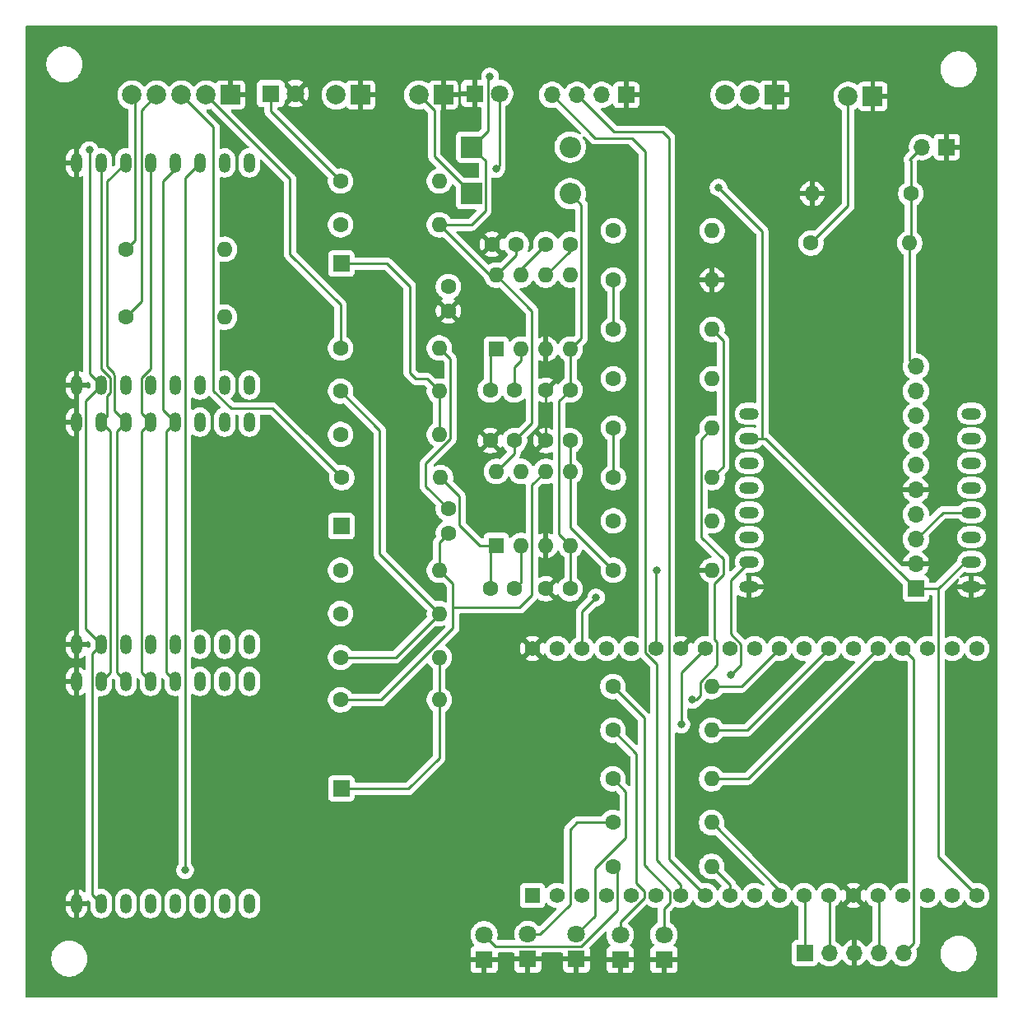
<source format=gbr>
%TF.GenerationSoftware,KiCad,Pcbnew,9.0.6*%
%TF.CreationDate,2026-01-19T17:07:07+01:00*%
%TF.ProjectId,Adapterboard,41646170-7465-4726-926f-6172642e6b69,3.0.1*%
%TF.SameCoordinates,Original*%
%TF.FileFunction,Copper,L2,Bot*%
%TF.FilePolarity,Positive*%
%FSLAX46Y46*%
G04 Gerber Fmt 4.6, Leading zero omitted, Abs format (unit mm)*
G04 Created by KiCad (PCBNEW 9.0.6) date 2026-01-19 17:07:07*
%MOMM*%
%LPD*%
G01*
G04 APERTURE LIST*
%TA.AperFunction,ComponentPad*%
%ADD10C,1.600000*%
%TD*%
%TA.AperFunction,ComponentPad*%
%ADD11O,1.600000X1.600000*%
%TD*%
%TA.AperFunction,ComponentPad*%
%ADD12R,1.700000X1.700000*%
%TD*%
%TA.AperFunction,ComponentPad*%
%ADD13O,1.200000X2.000000*%
%TD*%
%TA.AperFunction,ComponentPad*%
%ADD14R,2.000000X2.000000*%
%TD*%
%TA.AperFunction,ComponentPad*%
%ADD15C,2.000000*%
%TD*%
%TA.AperFunction,ComponentPad*%
%ADD16R,1.600000X1.600000*%
%TD*%
%TA.AperFunction,ComponentPad*%
%ADD17R,1.800000X1.800000*%
%TD*%
%TA.AperFunction,ComponentPad*%
%ADD18C,1.800000*%
%TD*%
%TA.AperFunction,ComponentPad*%
%ADD19O,1.700000X1.700000*%
%TD*%
%TA.AperFunction,ComponentPad*%
%ADD20R,1.560000X1.560000*%
%TD*%
%TA.AperFunction,ComponentPad*%
%ADD21C,1.560000*%
%TD*%
%TA.AperFunction,ComponentPad*%
%ADD22R,2.200000X2.200000*%
%TD*%
%TA.AperFunction,ComponentPad*%
%ADD23O,2.200000X2.200000*%
%TD*%
%TA.AperFunction,ComponentPad*%
%ADD24O,2.000000X1.200000*%
%TD*%
%TA.AperFunction,ViaPad*%
%ADD25C,0.800000*%
%TD*%
%TA.AperFunction,Conductor*%
%ADD26C,0.250000*%
%TD*%
G04 APERTURE END LIST*
D10*
%TO.P,R306,1*%
%TO.N,/Z+Yr*%
X110490000Y-100965000D03*
D11*
%TO.P,R306,2*%
%TO.N,/Z+Ym*%
X120650000Y-100965000D03*
%TD*%
D10*
%TO.P,R201,1*%
%TO.N,Net-(U201B-+)*%
X82420000Y-92075000D03*
D11*
%TO.P,R201,2*%
%TO.N,X*%
X92580000Y-92075000D03*
%TD*%
D12*
%TO.P,J104,1,Pin_1*%
%TO.N,Z*%
X82500000Y-128500000D03*
%TD*%
D10*
%TO.P,R305,1*%
%TO.N,/Z-Ym*%
X110490000Y-86360000D03*
D11*
%TO.P,R305,2*%
%TO.N,Z*%
X120650000Y-86360000D03*
%TD*%
D10*
%TO.P,R206,1*%
%TO.N,Net-(C204-Pad1)*%
X82420000Y-110500000D03*
D11*
%TO.P,R206,2*%
%TO.N,Net-(U201A--)*%
X92580000Y-110500000D03*
%TD*%
D13*
%TO.P,U104,1,AN*%
%TO.N,unconnected-(U104-AN-Pad1)*%
X73025000Y-90805000D03*
%TO.P,U104,2,RST*%
%TO.N,+5V*%
X70485000Y-90805000D03*
%TO.P,U104,3,CS*%
%TO.N,ESP32_CS2*%
X67945000Y-90805000D03*
%TO.P,U104,4,SCK*%
%TO.N,ESP32_SCK*%
X65405000Y-90805000D03*
%TO.P,U104,5,SDO*%
%TO.N,ESP32_SDO*%
X62865000Y-90805000D03*
%TO.P,U104,6,SDI*%
%TO.N,ESP32_SDI*%
X60325000Y-90805000D03*
%TO.P,U104,7,3V3*%
%TO.N,+3V3*%
X57785000Y-90805000D03*
%TO.P,U104,8,GND*%
%TO.N,GND*%
X55245000Y-90805000D03*
%TO.P,U104,9,GND*%
X55245000Y-113665000D03*
%TO.P,U104,10,5V*%
%TO.N,+5V*%
X57785000Y-113665000D03*
%TO.P,U104,11,SDA*%
%TO.N,unconnected-(U104-SDA-Pad11)*%
X60325000Y-113665000D03*
%TO.P,U104,12,SCL*%
%TO.N,unconnected-(U104-SCL-Pad12)*%
X62865000Y-113665000D03*
%TO.P,U104,13,RX*%
%TO.N,unconnected-(U104-RX-Pad13)*%
X65405000Y-113665000D03*
%TO.P,U104,14,TX*%
%TO.N,unconnected-(U104-TX-Pad14)*%
X67945000Y-113665000D03*
%TO.P,U104,15,INT*%
%TO.N,unconnected-(U104-INT-Pad15)*%
X70485000Y-113665000D03*
%TO.P,U104,16,PWM*%
%TO.N,unconnected-(U104-PWM-Pad16)*%
X73025000Y-113665000D03*
%TD*%
D14*
%TO.P,J106,1,Pin_1*%
%TO.N,GND*%
X84500000Y-57150000D03*
D15*
%TO.P,J106,2,Pin_2*%
%TO.N,/+15V_in*%
X81960000Y-57150000D03*
%TD*%
D10*
%TO.P,R207,1*%
%TO.N,Net-(C205-Pad1)*%
X82420000Y-106045000D03*
D11*
%TO.P,R207,2*%
%TO.N,Net-(U201B--)*%
X92580000Y-106045000D03*
%TD*%
D16*
%TO.P,U201,1*%
%TO.N,Net-(C204-Pad1)*%
X98435000Y-103495000D03*
D11*
%TO.P,U201,2,-*%
%TO.N,Net-(U201A--)*%
X100975000Y-103495000D03*
%TO.P,U201,3,+*%
%TO.N,GND*%
X103515000Y-103495000D03*
%TO.P,U201,4,V-*%
%TO.N,-15V*%
X106055000Y-103495000D03*
%TO.P,U201,5,+*%
%TO.N,Net-(U201B-+)*%
X106055000Y-95875000D03*
%TO.P,U201,6,-*%
%TO.N,Net-(U201B--)*%
X103515000Y-95875000D03*
%TO.P,U201,7*%
%TO.N,Net-(C205-Pad1)*%
X100975000Y-95875000D03*
%TO.P,U201,8,V+*%
%TO.N,+15V*%
X98435000Y-95875000D03*
%TD*%
D10*
%TO.P,R301,1*%
%TO.N,/Z-Yp*%
X110490000Y-81280000D03*
D11*
%TO.P,R301,2*%
%TO.N,Y*%
X120650000Y-81280000D03*
%TD*%
D10*
%TO.P,R202,1*%
%TO.N,Net-(U201B-+)*%
X110490000Y-106045000D03*
D11*
%TO.P,R202,2*%
%TO.N,GND*%
X120650000Y-106045000D03*
%TD*%
D17*
%TO.P,D105,1,K*%
%TO.N,GND*%
X106680000Y-146050000D03*
D18*
%TO.P,D105,2,A*%
%TO.N,/LED_GREEN*%
X106680000Y-143510000D03*
%TD*%
D10*
%TO.P,R124,1*%
%TO.N,/TUNNEL_IN*%
X130810000Y-72390000D03*
D11*
%TO.P,R124,2*%
%TO.N,TUNNEL_TO_ADC_A3*%
X140970000Y-72390000D03*
%TD*%
D10*
%TO.P,C301,1*%
%TO.N,/Z-Yp*%
X93500000Y-76855000D03*
%TO.P,C301,2*%
%TO.N,GND*%
X93500000Y-79355000D03*
%TD*%
%TO.P,R126,1*%
%TO.N,/LED_+15V*%
X82420000Y-70500000D03*
D11*
%TO.P,R126,2*%
%TO.N,+15V*%
X92580000Y-70500000D03*
%TD*%
D13*
%TO.P,U102,1,AN*%
%TO.N,unconnected-(U102-AN-Pad1)*%
X73025000Y-64135000D03*
%TO.P,U102,2,RST*%
%TO.N,+5V*%
X70485000Y-64135000D03*
%TO.P,U102,3,CS*%
%TO.N,ESP32_CS1*%
X67945000Y-64135000D03*
%TO.P,U102,4,SCK*%
%TO.N,ESP32_SCK*%
X65405000Y-64135000D03*
%TO.P,U102,5,SDO*%
%TO.N,ESP32_SDO*%
X62865000Y-64135000D03*
%TO.P,U102,6,SDI*%
%TO.N,ESP32_SDI*%
X60325000Y-64135000D03*
%TO.P,U102,7,3V3*%
%TO.N,+3V3*%
X57785000Y-64135000D03*
%TO.P,U102,8,GND*%
%TO.N,GND*%
X55245000Y-64135000D03*
%TO.P,U102,9,GND*%
X55245000Y-86995000D03*
%TO.P,U102,10,5V*%
%TO.N,+5V*%
X57785000Y-86995000D03*
%TO.P,U102,11,SDA*%
%TO.N,unconnected-(U102-SDA-Pad11)*%
X60325000Y-86995000D03*
%TO.P,U102,12,SCL*%
%TO.N,unconnected-(U102-SCL-Pad12)*%
X62865000Y-86995000D03*
%TO.P,U102,13,RX*%
%TO.N,unconnected-(U102-RX-Pad13)*%
X65405000Y-86995000D03*
%TO.P,U102,14,TX*%
%TO.N,unconnected-(U102-TX-Pad14)*%
X67945000Y-86995000D03*
%TO.P,U102,15,INT*%
%TO.N,unconnected-(U102-INT-Pad15)*%
X70485000Y-86995000D03*
%TO.P,U102,16,PWM*%
%TO.N,unconnected-(U102-PWM-Pad16)*%
X73025000Y-86995000D03*
%TD*%
D17*
%TO.P,D103,1,K*%
%TO.N,GND*%
X97180000Y-146090000D03*
D18*
%TO.P,D103,2,A*%
%TO.N,/LED_RED*%
X97180000Y-143550000D03*
%TD*%
D10*
%TO.P,R204,1*%
%TO.N,Net-(U201A--)*%
X82420000Y-115000000D03*
D11*
%TO.P,R204,2*%
%TO.N,Z*%
X92580000Y-115000000D03*
%TD*%
D16*
%TO.P,U301,1*%
%TO.N,/Z+Yr*%
X98435000Y-83300000D03*
D11*
%TO.P,U301,2,-*%
%TO.N,/Z+Ym*%
X100975000Y-83300000D03*
%TO.P,U301,3,+*%
%TO.N,GND*%
X103515000Y-83300000D03*
%TO.P,U301,4,V-*%
%TO.N,-15V*%
X106055000Y-83300000D03*
%TO.P,U301,5,+*%
%TO.N,/Z-Yp*%
X106055000Y-75680000D03*
%TO.P,U301,6,-*%
%TO.N,/Z-Ym*%
X103515000Y-75680000D03*
%TO.P,U301,7*%
%TO.N,/Z-Yr*%
X100975000Y-75680000D03*
%TO.P,U301,8,V+*%
%TO.N,+15V*%
X98435000Y-75680000D03*
%TD*%
D10*
%TO.P,C204,1*%
%TO.N,Net-(C204-Pad1)*%
X97810000Y-107950000D03*
%TO.P,C204,2*%
%TO.N,Net-(U201A--)*%
X100310000Y-107950000D03*
%TD*%
%TO.P,C203,1*%
%TO.N,Net-(U201B-+)*%
X106025000Y-92710000D03*
%TO.P,C203,2*%
%TO.N,GND*%
X103525000Y-92710000D03*
%TD*%
D13*
%TO.P,U106,1,AN*%
%TO.N,unconnected-(U106-AN-Pad1)*%
X73025000Y-117475000D03*
%TO.P,U106,2,RST*%
%TO.N,+5V*%
X70485000Y-117475000D03*
%TO.P,U106,3,CS*%
%TO.N,ESP32_CS3*%
X67945000Y-117475000D03*
%TO.P,U106,4,SCK*%
%TO.N,ESP32_SCK*%
X65405000Y-117475000D03*
%TO.P,U106,5,SDO*%
%TO.N,ESP32_SDO*%
X62865000Y-117475000D03*
%TO.P,U106,6,SDI*%
%TO.N,ESP32_SDI*%
X60325000Y-117475000D03*
%TO.P,U106,7,3V3*%
%TO.N,+3V3*%
X57785000Y-117475000D03*
%TO.P,U106,8,GND*%
%TO.N,GND*%
X55245000Y-117475000D03*
%TO.P,U106,9,GND*%
X55245000Y-140335000D03*
%TO.P,U106,10,5V*%
%TO.N,+5V*%
X57785000Y-140335000D03*
%TO.P,U106,11,SDA*%
%TO.N,unconnected-(U106-SDA-Pad11)*%
X60325000Y-140335000D03*
%TO.P,U106,12,SCL*%
%TO.N,unconnected-(U106-SCL-Pad12)*%
X62865000Y-140335000D03*
%TO.P,U106,13,RX*%
%TO.N,unconnected-(U106-RX-Pad13)*%
X65405000Y-140335000D03*
%TO.P,U106,14,TX*%
%TO.N,unconnected-(U106-TX-Pad14)*%
X67945000Y-140335000D03*
%TO.P,U106,15,INT*%
%TO.N,unconnected-(U106-INT-Pad15)*%
X70485000Y-140335000D03*
%TO.P,U106,16,PWM*%
%TO.N,unconnected-(U106-PWM-Pad16)*%
X73025000Y-140335000D03*
%TD*%
D10*
%TO.P,C202,1*%
%TO.N,-15V*%
X106025000Y-107950000D03*
%TO.P,C202,2*%
%TO.N,GND*%
X103525000Y-107950000D03*
%TD*%
D12*
%TO.P,J101,1,Pin_1*%
%TO.N,X*%
X82500000Y-74500000D03*
%TD*%
D17*
%TO.P,D101,1,K*%
%TO.N,GND*%
X115680000Y-146090000D03*
D18*
%TO.P,D101,2,A*%
%TO.N,/LED_17*%
X115680000Y-143550000D03*
%TD*%
D10*
%TO.P,C201,1*%
%TO.N,GND*%
X97810000Y-92710000D03*
%TO.P,C201,2*%
%TO.N,+15V*%
X100310000Y-92710000D03*
%TD*%
%TO.P,C303,1*%
%TO.N,-15V*%
X106025000Y-87500000D03*
%TO.P,C303,2*%
%TO.N,GND*%
X103525000Y-87500000D03*
%TD*%
D12*
%TO.P,J102,1,Pin_1*%
%TO.N,Y*%
X82500000Y-101500000D03*
%TD*%
D17*
%TO.P,D102,1,K*%
%TO.N,GND*%
X111180000Y-146090000D03*
D18*
%TO.P,D102,2,A*%
%TO.N,/LED_04*%
X111180000Y-143550000D03*
%TD*%
D10*
%TO.P,C302,1*%
%TO.N,GND*%
X98000000Y-72500000D03*
%TO.P,C302,2*%
%TO.N,+15V*%
X100500000Y-72500000D03*
%TD*%
%TO.P,R309,1*%
%TO.N,Z-Y*%
X60325000Y-73025000D03*
D11*
%TO.P,R309,2*%
%TO.N,/Z-Yr*%
X70485000Y-73025000D03*
%TD*%
D10*
%TO.P,R127,1*%
%TO.N,/LED_-15V*%
X82420000Y-66000000D03*
D11*
%TO.P,R127,2*%
%TO.N,-15V*%
X92580000Y-66000000D03*
%TD*%
D14*
%TO.P,J108,1,Pin_1*%
%TO.N,GND*%
X127045000Y-57150000D03*
D15*
%TO.P,J108,2,Pin_2*%
%TO.N,-15V*%
X124505000Y-57150000D03*
%TO.P,J108,3,Pin_3*%
%TO.N,+15V*%
X121965000Y-57150000D03*
%TD*%
D10*
%TO.P,R114,1*%
%TO.N,/LED_YELLOW*%
X110420000Y-132000000D03*
D11*
%TO.P,R114,2*%
%TO.N,IO27*%
X120580000Y-132000000D03*
%TD*%
D10*
%TO.P,R125,1*%
%TO.N,TUNNEL_TO_ADC_A3*%
X141080000Y-67310000D03*
D11*
%TO.P,R125,2*%
%TO.N,GND*%
X130920000Y-67310000D03*
%TD*%
D10*
%TO.P,R111,1*%
%TO.N,/LED_17*%
X110420000Y-118000000D03*
D11*
%TO.P,R111,2*%
%TO.N,IO17*%
X120580000Y-118000000D03*
%TD*%
D10*
%TO.P,R203,1*%
%TO.N,Net-(U201A--)*%
X82420000Y-87630000D03*
D11*
%TO.P,R203,2*%
%TO.N,X*%
X92580000Y-87630000D03*
%TD*%
D12*
%TO.P,U101,1,VDD*%
%TO.N,+5V*%
X141605000Y-107945000D03*
D19*
%TO.P,U101,2,GND*%
%TO.N,GND*%
X141605000Y-105405000D03*
%TO.P,U101,3,SCL*%
%TO.N,ESP32_SCL*%
X141605000Y-102865000D03*
%TO.P,U101,4,SDA*%
%TO.N,ESP32_SDA*%
X141605000Y-100325000D03*
%TO.P,U101,5,ADDR*%
%TO.N,GND*%
X141605000Y-97785000D03*
%TO.P,U101,6,ALRT*%
%TO.N,unconnected-(U101-ALRT-Pad6)*%
X141605000Y-95245000D03*
%TO.P,U101,7,A0*%
%TO.N,unconnected-(U101-A0-Pad7)*%
X141605000Y-92705000D03*
%TO.P,U101,8,A1*%
%TO.N,unconnected-(U101-A1-Pad8)*%
X141605000Y-90165000D03*
%TO.P,U101,9,A2*%
%TO.N,unconnected-(U101-A2-Pad9)*%
X141605000Y-87625000D03*
%TO.P,U101,10,A3*%
%TO.N,TUNNEL_TO_ADC_A3*%
X141605000Y-85085000D03*
%TD*%
D10*
%TO.P,R209,1*%
%TO.N,Z-X*%
X82420000Y-83185000D03*
D11*
%TO.P,R209,2*%
%TO.N,Net-(C205-Pad1)*%
X92580000Y-83185000D03*
%TD*%
D10*
%TO.P,R112,1*%
%TO.N,/LED_04*%
X110420000Y-122500000D03*
D11*
%TO.P,R112,2*%
%TO.N,IO04*%
X120580000Y-122500000D03*
%TD*%
D10*
%TO.P,R115,1*%
%TO.N,/LED_GREEN*%
X110420000Y-127500000D03*
D11*
%TO.P,R115,2*%
%TO.N,IO02*%
X120580000Y-127500000D03*
%TD*%
D20*
%TO.P,U103,J2-1,3V3*%
%TO.N,+3V3*%
X102160000Y-139500000D03*
D21*
%TO.P,U103,J2-2,EN*%
%TO.N,unconnected-(U103-EN-PadJ2-2)*%
X104700000Y-139500000D03*
%TO.P,U103,J2-3,SENSOR_VP*%
%TO.N,unconnected-(U103-SENSOR_VP-PadJ2-3)*%
X107240000Y-139500000D03*
%TO.P,U103,J2-4,SENSOR_VN*%
%TO.N,unconnected-(U103-SENSOR_VN-PadJ2-4)*%
X109780000Y-139500000D03*
%TO.P,U103,J2-5,IO34*%
%TO.N,unconnected-(U103-IO34-PadJ2-5)*%
X112320000Y-139500000D03*
%TO.P,U103,J2-6,IO35*%
%TO.N,unconnected-(U103-IO35-PadJ2-6)*%
X114860000Y-139500000D03*
%TO.P,U103,J2-7,IO32*%
%TO.N,RXD*%
X117400000Y-139500000D03*
%TO.P,U103,J2-8,IO33*%
%TO.N,TXD*%
X119940000Y-139500000D03*
%TO.P,U103,J2-9,IO25*%
%TO.N,IO25*%
X122480000Y-139500000D03*
%TO.P,U103,J2-10,IO26*%
%TO.N,ESP32_CS1*%
X125020000Y-139500000D03*
%TO.P,U103,J2-11,IO27*%
%TO.N,IO27*%
X127560000Y-139500000D03*
%TO.P,U103,J2-12,IO14*%
%TO.N,JTAG_TMS*%
X130100000Y-139500000D03*
%TO.P,U103,J2-13,IO12*%
%TO.N,JTAG_TDI*%
X132640000Y-139500000D03*
%TO.P,U103,J2-14,GND1*%
%TO.N,GND*%
X135180000Y-139500000D03*
%TO.P,U103,J2-15,IO13*%
%TO.N,JTAG_TCK*%
X137720000Y-139500000D03*
%TO.P,U103,J2-16,SD2*%
%TO.N,unconnected-(U103-SD2-PadJ2-16)*%
X140260000Y-139500000D03*
%TO.P,U103,J2-17,SD3*%
%TO.N,unconnected-(U103-SD3-PadJ2-17)*%
X142800000Y-139500000D03*
%TO.P,U103,J2-18,CMD*%
%TO.N,unconnected-(U103-CMD-PadJ2-18)*%
X145340000Y-139500000D03*
%TO.P,U103,J2-19,EXT_5V*%
%TO.N,+5V*%
X147880000Y-139500000D03*
%TO.P,U103,J3-1,GND3*%
%TO.N,GND*%
X102160000Y-114100000D03*
%TO.P,U103,J3-2,IO23*%
%TO.N,ESP32_SDI*%
X104700000Y-114100000D03*
%TO.P,U103,J3-3,IO22*%
%TO.N,ESP32_SCL*%
X107240000Y-114100000D03*
%TO.P,U103,J3-4,TXD0*%
%TO.N,unconnected-(U103-TXD0-PadJ3-4)*%
X109780000Y-114100000D03*
%TO.P,U103,J3-5,RXD0*%
%TO.N,unconnected-(U103-RXD0-PadJ3-5)*%
X112320000Y-114100000D03*
%TO.P,U103,J3-6,IO21*%
%TO.N,ESP32_SDA*%
X114860000Y-114100000D03*
%TO.P,U103,J3-7,GND2*%
%TO.N,GND*%
X117400000Y-114100000D03*
%TO.P,U103,J3-8,IO19*%
%TO.N,ESP32_SDO*%
X119940000Y-114100000D03*
%TO.P,U103,J3-9,IO18*%
%TO.N,ESP32_SCK*%
X122480000Y-114100000D03*
%TO.P,U103,J3-10,IO5*%
%TO.N,ESP32_CS3*%
X125020000Y-114100000D03*
%TO.P,U103,J3-11,IO17*%
%TO.N,IO17*%
X127560000Y-114100000D03*
%TO.P,U103,J3-12,IO16*%
%TO.N,ESP32_CS2*%
X130100000Y-114100000D03*
%TO.P,U103,J3-13,IO4*%
%TO.N,IO04*%
X132640000Y-114100000D03*
%TO.P,U103,J3-14,IO0*%
%TO.N,unconnected-(U103-IO0-PadJ3-14)*%
X135180000Y-114100000D03*
%TO.P,U103,J3-15,IO2*%
%TO.N,IO02*%
X137720000Y-114100000D03*
%TO.P,U103,J3-16,IO15*%
%TO.N,JTAG_TD0*%
X140260000Y-114100000D03*
%TO.P,U103,J3-17,SD1*%
%TO.N,unconnected-(U103-SD1-PadJ3-17)*%
X142800000Y-114100000D03*
%TO.P,U103,J3-18,SD0*%
%TO.N,unconnected-(U103-SD0-PadJ3-18)*%
X145340000Y-114100000D03*
%TO.P,U103,J3-19,CLK*%
%TO.N,unconnected-(U103-CLK-PadJ3-19)*%
X147880000Y-114100000D03*
%TD*%
D17*
%TO.P,D109,1,K*%
%TO.N,GND*%
X96230000Y-57000000D03*
D18*
%TO.P,D109,2,A*%
%TO.N,/LED_+15V*%
X98770000Y-57000000D03*
%TD*%
D10*
%TO.P,C305,1*%
%TO.N,/Z-Yr*%
X103525000Y-72500000D03*
%TO.P,C305,2*%
%TO.N,/Z-Ym*%
X106025000Y-72500000D03*
%TD*%
%TO.P,R307,1*%
%TO.N,/Z-Yr*%
X110490000Y-71120000D03*
D11*
%TO.P,R307,2*%
%TO.N,/Z-Ym*%
X120650000Y-71120000D03*
%TD*%
D22*
%TO.P,D107,1,K*%
%TO.N,+15V*%
X95885000Y-62500000D03*
D23*
%TO.P,D107,2,A*%
%TO.N,/+15V_in*%
X106045000Y-62500000D03*
%TD*%
D10*
%TO.P,R303,1*%
%TO.N,/Z+Ym*%
X110490000Y-96520000D03*
D11*
%TO.P,R303,2*%
%TO.N,Y*%
X120650000Y-96520000D03*
%TD*%
D10*
%TO.P,C304,1*%
%TO.N,/Z+Yr*%
X97810000Y-87500000D03*
%TO.P,C304,2*%
%TO.N,/Z+Ym*%
X100310000Y-87500000D03*
%TD*%
D17*
%TO.P,D104,1,K*%
%TO.N,GND*%
X101680000Y-146050000D03*
D18*
%TO.P,D104,2,A*%
%TO.N,/LED_YELLOW*%
X101680000Y-143510000D03*
%TD*%
D10*
%TO.P,R302,1*%
%TO.N,/Z-Yp*%
X110490000Y-76200000D03*
D11*
%TO.P,R302,2*%
%TO.N,GND*%
X120650000Y-76200000D03*
%TD*%
D12*
%TO.P,J110,1,Pin_1*%
%TO.N,GND*%
X144780000Y-62500000D03*
D19*
%TO.P,J110,2,Pin_2*%
%TO.N,TUNNEL_TO_ADC_A3*%
X142240000Y-62500000D03*
%TD*%
D14*
%TO.P,J109,1,Pin_1*%
%TO.N,GND*%
X71120000Y-57150000D03*
D15*
%TO.P,J109,2,Pin_2*%
%TO.N,Z-X*%
X68580000Y-57150000D03*
%TO.P,J109,3,Pin_3*%
%TO.N,Z+X*%
X66040000Y-57150000D03*
%TO.P,J109,4,Pin_4*%
%TO.N,Z+Y*%
X63500000Y-57150000D03*
%TO.P,J109,5,Pin_5*%
%TO.N,Z-Y*%
X60960000Y-57150000D03*
%TD*%
D17*
%TO.P,D110,1,K*%
%TO.N,/LED_-15V*%
X75230000Y-57000000D03*
D18*
%TO.P,D110,2,A*%
%TO.N,GND*%
X77770000Y-57000000D03*
%TD*%
D10*
%TO.P,C205,1*%
%TO.N,Net-(C205-Pad1)*%
X93500000Y-99715000D03*
%TO.P,C205,2*%
%TO.N,Net-(U201B--)*%
X93500000Y-102215000D03*
%TD*%
D22*
%TO.P,D108,1,K*%
%TO.N,/-15V_in*%
X95885000Y-67310000D03*
D23*
%TO.P,D108,2,A*%
%TO.N,-15V*%
X106045000Y-67310000D03*
%TD*%
D10*
%TO.P,R113,1*%
%TO.N,/LED_RED*%
X110420000Y-136500000D03*
D11*
%TO.P,R113,2*%
%TO.N,IO25*%
X120580000Y-136500000D03*
%TD*%
D10*
%TO.P,R304,1*%
%TO.N,/Z+Ym*%
X110490000Y-91440000D03*
D11*
%TO.P,R304,2*%
%TO.N,Z*%
X120650000Y-91440000D03*
%TD*%
D10*
%TO.P,R308,1*%
%TO.N,Z+Y*%
X60325000Y-80010000D03*
D11*
%TO.P,R308,2*%
%TO.N,/Z+Yr*%
X70485000Y-80010000D03*
%TD*%
D12*
%TO.P,J111,1,Pin_1*%
%TO.N,GND*%
X111800000Y-57150000D03*
D19*
%TO.P,J111,2,Pin_2*%
%TO.N,+5V*%
X109260000Y-57150000D03*
%TO.P,J111,3,Pin_3*%
%TO.N,TXD*%
X106720000Y-57150000D03*
%TO.P,J111,4,Pin_4*%
%TO.N,RXD*%
X104180000Y-57150000D03*
%TD*%
D10*
%TO.P,R205,1*%
%TO.N,Net-(U201B--)*%
X82420000Y-119380000D03*
D11*
%TO.P,R205,2*%
%TO.N,Z*%
X92580000Y-119380000D03*
%TD*%
D14*
%TO.P,J107,1,Pin_1*%
%TO.N,GND*%
X93000000Y-57150000D03*
D15*
%TO.P,J107,2,Pin_2*%
%TO.N,/-15V_in*%
X90460000Y-57150000D03*
%TD*%
D10*
%TO.P,R208,1*%
%TO.N,Z+X*%
X82550000Y-96520000D03*
D11*
%TO.P,R208,2*%
%TO.N,Net-(C204-Pad1)*%
X92710000Y-96520000D03*
%TD*%
D12*
%TO.P,J103,1,Pin_1*%
%TO.N,JTAG_TMS*%
X130175000Y-145415000D03*
D19*
%TO.P,J103,2,Pin_2*%
%TO.N,JTAG_TDI*%
X132715000Y-145415000D03*
%TO.P,J103,3,Pin_3*%
%TO.N,GND*%
X135255000Y-145415000D03*
%TO.P,J103,4,Pin_4*%
%TO.N,JTAG_TCK*%
X137795000Y-145415000D03*
%TO.P,J103,5,Pin_5*%
%TO.N,JTAG_TD0*%
X140335000Y-145415000D03*
%TD*%
D14*
%TO.P,J105,1,Pin_1*%
%TO.N,GND*%
X137165000Y-57300000D03*
D15*
%TO.P,J105,2,Pin_2*%
%TO.N,/TUNNEL_IN*%
X134625000Y-57300000D03*
%TD*%
D24*
%TO.P,U107,1,AN*%
%TO.N,unconnected-(U107-AN-Pad1)*%
X124460000Y-89930000D03*
%TO.P,U107,2,RST*%
%TO.N,+5V*%
X124460000Y-92470000D03*
%TO.P,U107,3,CS*%
%TO.N,unconnected-(U107-CS-Pad3)*%
X124460000Y-95010000D03*
%TO.P,U107,4,SCK*%
%TO.N,unconnected-(U107-SCK-Pad4)*%
X124460000Y-97550000D03*
%TO.P,U107,5,SDO*%
%TO.N,unconnected-(U107-SDO-Pad5)*%
X124460000Y-100090000D03*
%TO.P,U107,6,SDI*%
%TO.N,unconnected-(U107-SDI-Pad6)*%
X124460000Y-102630000D03*
%TO.P,U107,7,3V3*%
%TO.N,+3V3*%
X124460000Y-105170000D03*
%TO.P,U107,8,GND*%
%TO.N,GND*%
X124460000Y-107710000D03*
%TO.P,U107,9,GND*%
X147320000Y-107710000D03*
%TO.P,U107,10,5V*%
%TO.N,+5V*%
X147320000Y-105170000D03*
%TO.P,U107,11,SDA*%
%TO.N,ESP32_SDA*%
X147320000Y-102630000D03*
%TO.P,U107,12,SCL*%
%TO.N,ESP32_SCL*%
X147320000Y-100090000D03*
%TO.P,U107,13,RX*%
%TO.N,unconnected-(U107-RX-Pad13)*%
X147320000Y-97550000D03*
%TO.P,U107,14,TX*%
%TO.N,unconnected-(U107-TX-Pad14)*%
X147320000Y-95010000D03*
%TO.P,U107,15,INT*%
%TO.N,unconnected-(U107-INT-Pad15)*%
X147320000Y-92470000D03*
%TO.P,U107,16,PWM*%
%TO.N,unconnected-(U107-PWM-Pad16)*%
X147320000Y-89930000D03*
%TD*%
D25*
%TO.N,+15V*%
X97790000Y-55245000D03*
%TO.N,/LED_+15V*%
X98425000Y-64770000D03*
%TO.N,Z*%
X118618000Y-119380000D03*
%TO.N,+5V*%
X121285000Y-66675000D03*
X56570000Y-62810000D03*
%TO.N,ESP32_CS1*%
X66421000Y-136906000D03*
%TO.N,+3V3*%
X122555000Y-116840000D03*
%TO.N,ESP32_SDO*%
X117475000Y-121920000D03*
%TO.N,ESP32_SDA*%
X114935000Y-106045000D03*
%TO.N,ESP32_SCL*%
X108712000Y-108839000D03*
%TD*%
D26*
%TO.N,+15V*%
X98435000Y-75680000D02*
X102100000Y-79345000D01*
X102100000Y-79345000D02*
X102100000Y-90920000D01*
X100310000Y-94000000D02*
X98435000Y-95875000D01*
X100500000Y-73615000D02*
X100500000Y-72500000D01*
X92580000Y-70500000D02*
X97760000Y-75680000D01*
X97310000Y-63925000D02*
X97310000Y-69060000D01*
X97790000Y-55245000D02*
X97545000Y-55490000D01*
X102100000Y-90920000D02*
X100310000Y-92710000D01*
X97310000Y-69060000D02*
X95870000Y-70500000D01*
X95870000Y-70500000D02*
X92580000Y-70500000D01*
X100310000Y-92710000D02*
X100310000Y-94000000D01*
X97760000Y-75680000D02*
X98435000Y-75680000D01*
X97545000Y-60840000D02*
X95885000Y-62500000D01*
X97545000Y-55490000D02*
X97545000Y-60840000D01*
X98435000Y-75680000D02*
X100500000Y-73615000D01*
X95885000Y-62500000D02*
X97310000Y-63925000D01*
%TO.N,GND*%
X103525000Y-87500000D02*
X103525000Y-92710000D01*
%TO.N,-15V*%
X106055000Y-103495000D02*
X106055000Y-107920000D01*
X107180000Y-68445000D02*
X106045000Y-67310000D01*
X106055000Y-83300000D02*
X106055000Y-87470000D01*
X106055000Y-107920000D02*
X106025000Y-107950000D01*
X106055000Y-87470000D02*
X106025000Y-87500000D01*
X107180000Y-82175000D02*
X107180000Y-68445000D01*
X106025000Y-87500000D02*
X104900000Y-88625000D01*
X104900000Y-102340000D02*
X106055000Y-103495000D01*
X106055000Y-83300000D02*
X107180000Y-82175000D01*
X104900000Y-88625000D02*
X104900000Y-102340000D01*
%TO.N,Net-(U201B-+)*%
X106055000Y-101610000D02*
X110490000Y-106045000D01*
X106055000Y-95875000D02*
X106055000Y-101610000D01*
X106025000Y-95845000D02*
X106055000Y-95875000D01*
X106025000Y-92710000D02*
X106025000Y-95845000D01*
%TO.N,Net-(U201A--)*%
X88080000Y-115000000D02*
X92580000Y-110500000D01*
X100975000Y-107285000D02*
X100310000Y-107950000D01*
X86422613Y-91632613D02*
X86422613Y-104342613D01*
X86422613Y-104342613D02*
X92580000Y-110500000D01*
X100975000Y-103495000D02*
X100975000Y-107285000D01*
X82420000Y-87630000D02*
X86422613Y-91632613D01*
X82420000Y-115000000D02*
X88080000Y-115000000D01*
%TO.N,Net-(C204-Pad1)*%
X94625000Y-98435000D02*
X94625000Y-101356000D01*
X97810000Y-104120000D02*
X98435000Y-103495000D01*
X94625000Y-101356000D02*
X96764000Y-103495000D01*
X96764000Y-103495000D02*
X98435000Y-103495000D01*
X92710000Y-96520000D02*
X94625000Y-98435000D01*
X97810000Y-104394000D02*
X97810000Y-104120000D01*
X97810000Y-107950000D02*
X97810000Y-104394000D01*
%TO.N,Net-(U201B--)*%
X93980000Y-107445000D02*
X93980000Y-109855000D01*
X86609009Y-119380000D02*
X82420000Y-119380000D01*
X92580000Y-103135000D02*
X93500000Y-102215000D01*
X102100000Y-108593000D02*
X100838000Y-109855000D01*
X92580000Y-106045000D02*
X93980000Y-107445000D01*
X93980000Y-112009009D02*
X86609009Y-119380000D01*
X92580000Y-106045000D02*
X92580000Y-103135000D01*
X102100000Y-97290000D02*
X102100000Y-108593000D01*
X100838000Y-109855000D02*
X93980000Y-109855000D01*
X93980000Y-109855000D02*
X93980000Y-112009009D01*
X103515000Y-95875000D02*
X102100000Y-97290000D01*
%TO.N,Net-(C205-Pad1)*%
X91186000Y-97401000D02*
X91186000Y-95059991D01*
X93500000Y-99715000D02*
X91186000Y-97401000D01*
X91186000Y-95059991D02*
X93705000Y-92540991D01*
X93705000Y-92540991D02*
X93705000Y-84310000D01*
X93705000Y-84310000D02*
X92580000Y-83185000D01*
%TO.N,/Z-Yp*%
X110490000Y-81280000D02*
X110490000Y-76200000D01*
%TO.N,/Z+Ym*%
X100310000Y-85110000D02*
X100310000Y-87500000D01*
X100975000Y-84445000D02*
X100310000Y-85110000D01*
X100975000Y-83300000D02*
X100975000Y-84445000D01*
X110490000Y-91440000D02*
X110490000Y-96520000D01*
%TO.N,/Z+Yr*%
X97810000Y-83925000D02*
X98435000Y-83300000D01*
X97810000Y-87500000D02*
X97810000Y-83925000D01*
%TO.N,/Z-Yr*%
X103525000Y-72500000D02*
X100975000Y-75050000D01*
X100975000Y-75050000D02*
X100975000Y-75680000D01*
%TO.N,/Z-Ym*%
X106025000Y-73170000D02*
X106025000Y-72500000D01*
X103515000Y-75680000D02*
X106025000Y-73170000D01*
%TO.N,/LED_17*%
X113665000Y-121245000D02*
X110420000Y-118000000D01*
X116295000Y-139042294D02*
X116300449Y-139036845D01*
X115680000Y-140860000D02*
X116295000Y-140245000D01*
X113665000Y-136401396D02*
X113665000Y-121245000D01*
X116300449Y-139036845D02*
X113665000Y-136401396D01*
X116295000Y-140245000D02*
X116295000Y-139042294D01*
X115680000Y-143550000D02*
X115680000Y-140860000D01*
%TO.N,/LED_04*%
X111180000Y-143550000D02*
X111180000Y-142202706D01*
X113665000Y-139717706D02*
X113665000Y-139065000D01*
X113665000Y-139065000D02*
X112855000Y-138255000D01*
X112855000Y-124935000D02*
X110420000Y-122500000D01*
X112855000Y-138255000D02*
X112855000Y-124935000D01*
X111180000Y-142202706D02*
X113665000Y-139717706D01*
%TO.N,/LED_RED*%
X107187412Y-144735000D02*
X110885000Y-141037412D01*
X110885000Y-141037412D02*
X110885000Y-136965000D01*
X98365000Y-144735000D02*
X107187412Y-144735000D01*
X97180000Y-143550000D02*
X98365000Y-144735000D01*
X110885000Y-136965000D02*
X110420000Y-136500000D01*
%TO.N,/LED_YELLOW*%
X102952792Y-143510000D02*
X106045000Y-140417792D01*
X101680000Y-143510000D02*
X102952792Y-143510000D01*
X106045000Y-140417792D02*
X106045000Y-132715000D01*
X106760000Y-132000000D02*
X110420000Y-132000000D01*
X106045000Y-132715000D02*
X106760000Y-132000000D01*
%TO.N,/LED_GREEN*%
X111760000Y-133569009D02*
X111760000Y-128840000D01*
X106680000Y-143510000D02*
X108585000Y-141605000D01*
X108585000Y-141605000D02*
X108585000Y-136744009D01*
X111760000Y-128840000D02*
X110420000Y-127500000D01*
X108585000Y-136744009D02*
X111760000Y-133569009D01*
%TO.N,TUNNEL_TO_ADC_A3*%
X140970000Y-63770000D02*
X141080000Y-63880000D01*
X141080000Y-63880000D02*
X141080000Y-67310000D01*
X140970000Y-63770000D02*
X142240000Y-62500000D01*
X141080000Y-72280000D02*
X140970000Y-72390000D01*
X140970000Y-84450000D02*
X141605000Y-85085000D01*
X141080000Y-67310000D02*
X141080000Y-72280000D01*
X140970000Y-72390000D02*
X140970000Y-84450000D01*
%TO.N,/-15V_in*%
X90460000Y-57150000D02*
X92075000Y-58765000D01*
X92075000Y-63500000D02*
X95885000Y-67310000D01*
X92075000Y-58765000D02*
X92075000Y-63500000D01*
%TO.N,/LED_+15V*%
X98770000Y-57000000D02*
X98770000Y-64425000D01*
X98770000Y-64425000D02*
X98425000Y-64770000D01*
%TO.N,/LED_-15V*%
X75230000Y-58810000D02*
X82420000Y-66000000D01*
X75230000Y-57000000D02*
X75230000Y-58810000D01*
%TO.N,X*%
X89535000Y-85725000D02*
X90170000Y-86360000D01*
X90170000Y-86360000D02*
X91310000Y-86360000D01*
X91310000Y-86360000D02*
X92580000Y-87630000D01*
X82500000Y-74500000D02*
X87200000Y-74500000D01*
X92580000Y-92075000D02*
X92580000Y-87630000D01*
X87200000Y-74500000D02*
X89535000Y-76835000D01*
X89535000Y-76835000D02*
X89535000Y-85725000D01*
%TO.N,Y*%
X121775000Y-95395000D02*
X120650000Y-96520000D01*
X121775000Y-82405000D02*
X121775000Y-95395000D01*
X120650000Y-81280000D02*
X121775000Y-82405000D01*
%TO.N,JTAG_TMS*%
X130175000Y-139575000D02*
X130100000Y-139500000D01*
X130175000Y-145415000D02*
X130175000Y-139575000D01*
%TO.N,JTAG_TD0*%
X141365000Y-144385000D02*
X141365000Y-115205000D01*
X141365000Y-115205000D02*
X140260000Y-114100000D01*
X140335000Y-145415000D02*
X141365000Y-144385000D01*
%TO.N,JTAG_TCK*%
X137795000Y-139575000D02*
X137720000Y-139500000D01*
X137795000Y-145415000D02*
X137795000Y-139575000D01*
%TO.N,JTAG_TDI*%
X132715000Y-139575000D02*
X132640000Y-139500000D01*
X132715000Y-145415000D02*
X132715000Y-139575000D01*
%TO.N,Z*%
X121775000Y-104884000D02*
X119525000Y-102634000D01*
X121775000Y-106510991D02*
X121775000Y-104884000D01*
X119525000Y-92565000D02*
X120650000Y-91440000D01*
X119022000Y-119380000D02*
X119455000Y-118947000D01*
X89130000Y-128500000D02*
X82500000Y-128500000D01*
X89408000Y-128524000D02*
X89154000Y-128524000D01*
X92580000Y-125352000D02*
X89408000Y-128524000D01*
X120904000Y-113157000D02*
X120904000Y-107381991D01*
X121158000Y-115831009D02*
X121158000Y-113411000D01*
X121158000Y-113411000D02*
X120904000Y-113157000D01*
X118618000Y-119380000D02*
X119022000Y-119380000D01*
X119455000Y-117534009D02*
X121158000Y-115831009D01*
X120904000Y-107381991D02*
X121775000Y-106510991D01*
X119525000Y-102634000D02*
X119525000Y-92565000D01*
X92580000Y-119380000D02*
X92580000Y-125352000D01*
X119455000Y-118947000D02*
X119455000Y-117534009D01*
X89154000Y-128524000D02*
X89130000Y-128500000D01*
X92580000Y-115000000D02*
X92580000Y-119380000D01*
%TO.N,/TUNNEL_IN*%
X130810000Y-72390000D02*
X134625000Y-68575000D01*
X134625000Y-68575000D02*
X134625000Y-57300000D01*
%TO.N,Z+X*%
X75438000Y-89408000D02*
X82550000Y-96520000D01*
X69342000Y-87560148D02*
X71189852Y-89408000D01*
X71189852Y-89408000D02*
X75438000Y-89408000D01*
X66040000Y-57150000D02*
X69342000Y-60452000D01*
X69342000Y-60452000D02*
X69342000Y-87560148D01*
%TO.N,Z-X*%
X77216000Y-65786000D02*
X77216000Y-73533000D01*
X82420000Y-78737000D02*
X82420000Y-83185000D01*
X68580000Y-57150000D02*
X77216000Y-65786000D01*
X77216000Y-73533000D02*
X82420000Y-78737000D01*
%TO.N,Z-Y*%
X61250000Y-57440000D02*
X61250000Y-72100000D01*
X60960000Y-57150000D02*
X61250000Y-57440000D01*
X61250000Y-72100000D02*
X60325000Y-73025000D01*
%TO.N,Z+Y*%
X63500000Y-57150000D02*
X61940000Y-58710000D01*
X61940000Y-78395000D02*
X60325000Y-80010000D01*
X61940000Y-58710000D02*
X61940000Y-78395000D01*
%TO.N,+5V*%
X125785000Y-92470000D02*
X124460000Y-92470000D01*
X143905000Y-108585000D02*
X143905000Y-135525000D01*
X56570000Y-62810000D02*
X56570000Y-85780000D01*
X143905000Y-107950000D02*
X143905000Y-108585000D01*
X56860000Y-139410000D02*
X57785000Y-140335000D01*
X56170000Y-112050000D02*
X57785000Y-113665000D01*
X56570000Y-85780000D02*
X57785000Y-86995000D01*
X57785000Y-113665000D02*
X56860000Y-114590000D01*
X143905000Y-107945000D02*
X146680000Y-105170000D01*
X124460000Y-92470000D02*
X126130000Y-92470000D01*
X126130000Y-92470000D02*
X141605000Y-107945000D01*
X141605000Y-107945000D02*
X143905000Y-107945000D01*
X143905000Y-107945000D02*
X143905000Y-108585000D01*
X57785000Y-86995000D02*
X56170000Y-88610000D01*
X125785000Y-71175000D02*
X125785000Y-92470000D01*
X56860000Y-114590000D02*
X56860000Y-139410000D01*
X146680000Y-105170000D02*
X147320000Y-105170000D01*
X56170000Y-88610000D02*
X56170000Y-112050000D01*
X143905000Y-135525000D02*
X147880000Y-139500000D01*
X121285000Y-66675000D02*
X125785000Y-71175000D01*
%TO.N,TXD*%
X106720000Y-57150000D02*
X110530000Y-60960000D01*
X110530000Y-60960000D02*
X115570000Y-60960000D01*
X115570000Y-60960000D02*
X116205000Y-61595000D01*
X116205000Y-61595000D02*
X116205000Y-135765000D01*
X116205000Y-135765000D02*
X119940000Y-139500000D01*
%TO.N,RXD*%
X112395000Y-61595000D02*
X113755000Y-62955000D01*
X113755000Y-114557706D02*
X114935000Y-115737706D01*
X114935000Y-115737706D02*
X114935000Y-135890000D01*
X113755000Y-62955000D02*
X113755000Y-114557706D01*
X114935000Y-135890000D02*
X117400000Y-138355000D01*
X104180000Y-57150000D02*
X108625000Y-61595000D01*
X117400000Y-138355000D02*
X117400000Y-139500000D01*
X108625000Y-61595000D02*
X112395000Y-61595000D01*
%TO.N,IO17*%
X120580000Y-118000000D02*
X123660000Y-118000000D01*
X123660000Y-118000000D02*
X127560000Y-114100000D01*
%TO.N,IO04*%
X120580000Y-122500000D02*
X124240000Y-122500000D01*
X124240000Y-122500000D02*
X132640000Y-114100000D01*
%TO.N,IO25*%
X122480000Y-138400000D02*
X122480000Y-139500000D01*
X120580000Y-136500000D02*
X122480000Y-138400000D01*
%TO.N,IO27*%
X127560000Y-138980000D02*
X127560000Y-139500000D01*
X120580000Y-132000000D02*
X127560000Y-138980000D01*
%TO.N,IO02*%
X124320000Y-127500000D02*
X137720000Y-114100000D01*
X120580000Y-127500000D02*
X124320000Y-127500000D01*
%TO.N,ESP32_CS1*%
X66421000Y-65659000D02*
X66421000Y-136906000D01*
X67945000Y-64135000D02*
X66421000Y-65659000D01*
%TO.N,+3V3*%
X58710000Y-87778148D02*
X58420000Y-88068148D01*
X58710000Y-91730000D02*
X57785000Y-90805000D01*
X58420000Y-90170000D02*
X57785000Y-90805000D01*
X123585000Y-113642294D02*
X123585000Y-115810000D01*
X57785000Y-85286852D02*
X58710000Y-86211852D01*
X122555000Y-107075000D02*
X122555000Y-112612294D01*
X123585000Y-115810000D02*
X122555000Y-116840000D01*
X57785000Y-64135000D02*
X57785000Y-85286852D01*
X58420000Y-88068148D02*
X58420000Y-90170000D01*
X57785000Y-117475000D02*
X58710000Y-116550000D01*
X124460000Y-105170000D02*
X122555000Y-107075000D01*
X122555000Y-112612294D02*
X123585000Y-113642294D01*
X58710000Y-86211852D02*
X58710000Y-87778148D01*
X58710000Y-116550000D02*
X58710000Y-91730000D01*
%TO.N,ESP32_SDI*%
X59400000Y-91730000D02*
X60325000Y-90805000D01*
X60325000Y-117475000D02*
X59400000Y-116550000D01*
X59160000Y-86025456D02*
X59055000Y-85920456D01*
X59160000Y-89640000D02*
X59160000Y-86025456D01*
X59055000Y-85725000D02*
X58420000Y-85090000D01*
X58420000Y-85090000D02*
X58420000Y-66040000D01*
X59400000Y-116550000D02*
X59400000Y-91730000D01*
X60325000Y-90805000D02*
X59160000Y-89640000D01*
X58420000Y-66040000D02*
X60325000Y-64135000D01*
X59055000Y-85920456D02*
X59055000Y-85725000D01*
%TO.N,ESP32_SDO*%
X61940000Y-91730000D02*
X62865000Y-90805000D01*
X62865000Y-117475000D02*
X61940000Y-116550000D01*
X119940000Y-114100000D02*
X117475000Y-116565000D01*
X61940000Y-86211852D02*
X61940000Y-89880000D01*
X62865000Y-85286852D02*
X61940000Y-86211852D01*
X61940000Y-116550000D02*
X61940000Y-91730000D01*
X62865000Y-64135000D02*
X62865000Y-85286852D01*
X61940000Y-89880000D02*
X62865000Y-90805000D01*
X117475000Y-116565000D02*
X117475000Y-121920000D01*
%TO.N,ESP32_SCK*%
X64135000Y-89535000D02*
X64135000Y-66040000D01*
X65405000Y-90805000D02*
X64135000Y-89535000D01*
X64480000Y-116550000D02*
X64480000Y-91730000D01*
X65405000Y-117475000D02*
X64480000Y-116550000D01*
X64135000Y-66040000D02*
X65405000Y-64770000D01*
X65405000Y-64770000D02*
X65405000Y-64135000D01*
X64480000Y-91730000D02*
X65405000Y-90805000D01*
%TO.N,ESP32_SDA*%
X114860000Y-106120000D02*
X114860000Y-114100000D01*
X114935000Y-106045000D02*
X114860000Y-106120000D01*
%TO.N,ESP32_SCL*%
X107240000Y-110311000D02*
X107240000Y-114100000D01*
X141605000Y-102865000D02*
X144380000Y-100090000D01*
X144380000Y-100090000D02*
X147320000Y-100090000D01*
X108712000Y-108839000D02*
X107240000Y-110311000D01*
%TD*%
%TA.AperFunction,Conductor*%
%TO.N,GND*%
G36*
X136245155Y-140211602D02*
G01*
X136245156Y-140211602D01*
X136274753Y-140170866D01*
X136334745Y-140053127D01*
X136382720Y-140002331D01*
X136450541Y-139985536D01*
X136516676Y-140008073D01*
X136555714Y-140053126D01*
X136617976Y-140175321D01*
X136737187Y-140339401D01*
X136880599Y-140482813D01*
X136967588Y-140546014D01*
X137044680Y-140602025D01*
X137093794Y-140627049D01*
X137144590Y-140675022D01*
X137161500Y-140737534D01*
X137161500Y-144137116D01*
X137141815Y-144204155D01*
X137093796Y-144247600D01*
X137082993Y-144253104D01*
X136909993Y-144378796D01*
X136758796Y-144529993D01*
X136633103Y-144702994D01*
X136630709Y-144707693D01*
X136582731Y-144758485D01*
X136514908Y-144775275D01*
X136448775Y-144752732D01*
X136412800Y-144711210D01*
X136412168Y-144711598D01*
X136409829Y-144707781D01*
X136409743Y-144707682D01*
X136409620Y-144707441D01*
X136284727Y-144535540D01*
X136284723Y-144535535D01*
X136134464Y-144385276D01*
X136134459Y-144385272D01*
X135962557Y-144260379D01*
X135773215Y-144163903D01*
X135571124Y-144098241D01*
X135505000Y-144087768D01*
X135505000Y-144981988D01*
X135447993Y-144949075D01*
X135320826Y-144915000D01*
X135189174Y-144915000D01*
X135062007Y-144949075D01*
X135005000Y-144981988D01*
X135005000Y-144087768D01*
X135004999Y-144087768D01*
X134938875Y-144098241D01*
X134736784Y-144163903D01*
X134547442Y-144260379D01*
X134375540Y-144385272D01*
X134375535Y-144385276D01*
X134225276Y-144535535D01*
X134225272Y-144535540D01*
X134100376Y-144707446D01*
X134100374Y-144707448D01*
X134100246Y-144707701D01*
X134100172Y-144707779D01*
X134097832Y-144711598D01*
X134097029Y-144711106D01*
X134052264Y-144758489D01*
X133984441Y-144775274D01*
X133918309Y-144752727D01*
X133879285Y-144707683D01*
X133876895Y-144702992D01*
X133819753Y-144624343D01*
X133751206Y-144529996D01*
X133600004Y-144378794D01*
X133427009Y-144253106D01*
X133427008Y-144253105D01*
X133427006Y-144253104D01*
X133416204Y-144247600D01*
X133365408Y-144199625D01*
X133348500Y-144137116D01*
X133348500Y-140641098D01*
X133348809Y-140640043D01*
X133348518Y-140638984D01*
X133358630Y-140606599D01*
X133368185Y-140574059D01*
X133369122Y-140572995D01*
X133369343Y-140572290D01*
X133374213Y-140567219D01*
X133392907Y-140546014D01*
X133396159Y-140543291D01*
X133479401Y-140482813D01*
X133622813Y-140339401D01*
X133742024Y-140175321D01*
X133804285Y-140053126D01*
X133852258Y-140002331D01*
X133920079Y-139985536D01*
X133986214Y-140008073D01*
X134025253Y-140053126D01*
X134085246Y-140170867D01*
X134114842Y-140211602D01*
X134114843Y-140211603D01*
X134680707Y-139645739D01*
X134695437Y-139700712D01*
X134763896Y-139819287D01*
X134860713Y-139916104D01*
X134979288Y-139984563D01*
X135034259Y-139999292D01*
X134468395Y-140565155D01*
X134509133Y-140594753D01*
X134688650Y-140686223D01*
X134688653Y-140686224D01*
X134880264Y-140748481D01*
X135079263Y-140780000D01*
X135280737Y-140780000D01*
X135479735Y-140748481D01*
X135671346Y-140686224D01*
X135671349Y-140686223D01*
X135850866Y-140594753D01*
X135891602Y-140565156D01*
X135891602Y-140565155D01*
X135325739Y-139999292D01*
X135380712Y-139984563D01*
X135499287Y-139916104D01*
X135596104Y-139819287D01*
X135664563Y-139700712D01*
X135679292Y-139645739D01*
X136245155Y-140211602D01*
G37*
%TD.AperFunction*%
%TA.AperFunction,Conductor*%
G36*
X139061445Y-114617434D02*
G01*
X139100484Y-114662486D01*
X139157976Y-114775321D01*
X139277187Y-114939401D01*
X139420599Y-115082813D01*
X139584679Y-115202024D01*
X139638794Y-115229597D01*
X139765383Y-115294098D01*
X139765385Y-115294098D01*
X139765388Y-115294100D01*
X139849123Y-115321307D01*
X139958275Y-115356773D01*
X140158588Y-115388500D01*
X140158593Y-115388500D01*
X140361412Y-115388500D01*
X140550379Y-115358570D01*
X140555804Y-115359271D01*
X140560931Y-115357359D01*
X140590081Y-115363700D01*
X140619672Y-115367524D01*
X140625277Y-115371356D01*
X140629204Y-115372211D01*
X140657458Y-115393362D01*
X140695181Y-115431085D01*
X140728666Y-115492408D01*
X140731500Y-115518766D01*
X140731500Y-138127718D01*
X140711815Y-138194757D01*
X140659011Y-138240512D01*
X140589853Y-138250456D01*
X140569190Y-138245652D01*
X140561724Y-138243226D01*
X140361412Y-138211500D01*
X140361407Y-138211500D01*
X140158593Y-138211500D01*
X140158588Y-138211500D01*
X139958275Y-138243226D01*
X139765383Y-138305901D01*
X139584678Y-138397976D01*
X139420596Y-138517189D01*
X139277189Y-138660596D01*
X139157976Y-138824678D01*
X139100485Y-138937511D01*
X139052510Y-138988307D01*
X138984689Y-139005102D01*
X138918554Y-138982564D01*
X138879515Y-138937511D01*
X138868129Y-138915165D01*
X138822024Y-138824679D01*
X138702813Y-138660599D01*
X138559401Y-138517187D01*
X138395321Y-138397976D01*
X138353500Y-138376667D01*
X138214616Y-138305901D01*
X138021724Y-138243226D01*
X137821412Y-138211500D01*
X137821407Y-138211500D01*
X137618593Y-138211500D01*
X137618588Y-138211500D01*
X137418275Y-138243226D01*
X137225383Y-138305901D01*
X137044678Y-138397976D01*
X136880596Y-138517189D01*
X136737189Y-138660596D01*
X136617976Y-138824678D01*
X136555715Y-138946872D01*
X136507740Y-138997668D01*
X136439919Y-139014463D01*
X136373784Y-138991925D01*
X136334745Y-138946872D01*
X136274753Y-138829133D01*
X136245155Y-138788396D01*
X136245155Y-138788395D01*
X135679292Y-139354259D01*
X135664563Y-139299288D01*
X135596104Y-139180713D01*
X135499287Y-139083896D01*
X135380712Y-139015437D01*
X135325738Y-139000707D01*
X135891603Y-138434843D01*
X135891602Y-138434842D01*
X135850869Y-138405248D01*
X135671349Y-138313776D01*
X135671346Y-138313775D01*
X135479735Y-138251518D01*
X135280737Y-138220000D01*
X135079263Y-138220000D01*
X134880264Y-138251518D01*
X134688653Y-138313775D01*
X134688650Y-138313776D01*
X134509135Y-138405245D01*
X134509133Y-138405246D01*
X134468396Y-138434842D01*
X134468396Y-138434843D01*
X135034260Y-139000707D01*
X134979288Y-139015437D01*
X134860713Y-139083896D01*
X134763896Y-139180713D01*
X134695437Y-139299288D01*
X134680707Y-139354260D01*
X134114843Y-138788396D01*
X134114842Y-138788396D01*
X134085246Y-138829133D01*
X134085242Y-138829140D01*
X134025253Y-138946873D01*
X133977278Y-138997668D01*
X133909457Y-139014463D01*
X133843322Y-138991925D01*
X133804285Y-138946873D01*
X133742024Y-138824679D01*
X133622813Y-138660599D01*
X133479401Y-138517187D01*
X133315321Y-138397976D01*
X133273500Y-138376667D01*
X133134616Y-138305901D01*
X132941724Y-138243226D01*
X132741412Y-138211500D01*
X132741407Y-138211500D01*
X132538593Y-138211500D01*
X132538588Y-138211500D01*
X132338275Y-138243226D01*
X132145383Y-138305901D01*
X131964678Y-138397976D01*
X131800596Y-138517189D01*
X131657189Y-138660596D01*
X131537976Y-138824678D01*
X131480485Y-138937511D01*
X131432510Y-138988307D01*
X131364689Y-139005102D01*
X131298554Y-138982564D01*
X131259515Y-138937511D01*
X131248129Y-138915165D01*
X131202024Y-138824679D01*
X131082813Y-138660599D01*
X130939401Y-138517187D01*
X130775321Y-138397976D01*
X130733500Y-138376667D01*
X130594616Y-138305901D01*
X130401724Y-138243226D01*
X130201412Y-138211500D01*
X130201407Y-138211500D01*
X129998593Y-138211500D01*
X129998588Y-138211500D01*
X129798275Y-138243226D01*
X129605383Y-138305901D01*
X129424678Y-138397976D01*
X129260596Y-138517189D01*
X129117189Y-138660596D01*
X128997976Y-138824678D01*
X128940485Y-138937511D01*
X128892510Y-138988307D01*
X128824689Y-139005102D01*
X128758554Y-138982564D01*
X128719515Y-138937511D01*
X128708129Y-138915165D01*
X128662024Y-138824679D01*
X128542813Y-138660599D01*
X128399401Y-138517187D01*
X128235321Y-138397976D01*
X128193500Y-138376667D01*
X128054616Y-138305901D01*
X127861725Y-138243227D01*
X127732089Y-138222694D01*
X127668955Y-138192764D01*
X127663807Y-138187902D01*
X124797925Y-135322020D01*
X121890841Y-132414937D01*
X121857357Y-132353615D01*
X121856050Y-132307859D01*
X121888500Y-132102980D01*
X121888500Y-131897019D01*
X121856280Y-131693591D01*
X121826749Y-131602707D01*
X121792634Y-131497710D01*
X121792632Y-131497707D01*
X121792632Y-131497705D01*
X121758709Y-131431128D01*
X121699129Y-131314197D01*
X121683661Y-131292908D01*
X121578073Y-131147576D01*
X121578069Y-131147571D01*
X121432428Y-131001930D01*
X121432423Y-131001926D01*
X121265806Y-130880873D01*
X121265805Y-130880872D01*
X121265803Y-130880871D01*
X121208496Y-130851671D01*
X121082294Y-130787367D01*
X120886408Y-130723719D01*
X120710794Y-130695905D01*
X120682981Y-130691500D01*
X120477019Y-130691500D01*
X120452550Y-130695375D01*
X120273591Y-130723719D01*
X120077705Y-130787367D01*
X119894193Y-130880873D01*
X119727576Y-131001926D01*
X119727571Y-131001930D01*
X119581930Y-131147571D01*
X119581926Y-131147576D01*
X119460873Y-131314193D01*
X119367367Y-131497705D01*
X119303719Y-131693591D01*
X119271500Y-131897019D01*
X119271500Y-132102980D01*
X119303719Y-132306408D01*
X119367367Y-132502294D01*
X119460873Y-132685806D01*
X119581926Y-132852423D01*
X119581930Y-132852428D01*
X119727571Y-132998069D01*
X119727576Y-132998073D01*
X119769822Y-133028766D01*
X119894197Y-133119129D01*
X120011128Y-133178709D01*
X120077705Y-133212632D01*
X120077707Y-133212632D01*
X120077710Y-133212634D01*
X120121084Y-133226727D01*
X120273591Y-133276280D01*
X120375305Y-133292390D01*
X120477019Y-133308500D01*
X120477020Y-133308500D01*
X120682980Y-133308500D01*
X120682981Y-133308500D01*
X120886408Y-133276280D01*
X120886409Y-133276279D01*
X120887859Y-133276050D01*
X120957152Y-133285004D01*
X120994938Y-133310842D01*
X125995524Y-138311429D01*
X126029009Y-138372752D01*
X126024025Y-138442444D01*
X125982153Y-138498377D01*
X125916689Y-138522794D01*
X125848416Y-138507942D01*
X125834963Y-138499431D01*
X125695321Y-138397976D01*
X125653500Y-138376667D01*
X125514616Y-138305901D01*
X125321724Y-138243226D01*
X125121412Y-138211500D01*
X125121407Y-138211500D01*
X124918593Y-138211500D01*
X124918588Y-138211500D01*
X124718275Y-138243226D01*
X124525383Y-138305901D01*
X124344678Y-138397976D01*
X124180596Y-138517189D01*
X124037189Y-138660596D01*
X123917976Y-138824678D01*
X123860485Y-138937511D01*
X123812510Y-138988307D01*
X123744689Y-139005102D01*
X123678554Y-138982564D01*
X123639515Y-138937511D01*
X123628129Y-138915165D01*
X123582024Y-138824679D01*
X123462813Y-138660599D01*
X123319401Y-138517187D01*
X123159734Y-138401182D01*
X123117070Y-138345853D01*
X123111004Y-138325056D01*
X123092588Y-138232474D01*
X123089155Y-138215215D01*
X123080681Y-138194757D01*
X123079790Y-138192605D01*
X123061544Y-138148555D01*
X123041401Y-138099925D01*
X123041399Y-138099923D01*
X123041399Y-138099921D01*
X122972072Y-137996167D01*
X122972069Y-137996163D01*
X121890842Y-136914937D01*
X121857357Y-136853614D01*
X121856050Y-136807858D01*
X121888500Y-136602980D01*
X121888500Y-136397019D01*
X121856280Y-136193591D01*
X121792632Y-135997705D01*
X121757539Y-135928832D01*
X121699129Y-135814197D01*
X121623264Y-135709777D01*
X121578073Y-135647576D01*
X121578069Y-135647571D01*
X121432428Y-135501930D01*
X121432423Y-135501926D01*
X121265806Y-135380873D01*
X121265805Y-135380872D01*
X121265803Y-135380871D01*
X121208496Y-135351671D01*
X121082294Y-135287367D01*
X120886408Y-135223719D01*
X120710794Y-135195905D01*
X120682981Y-135191500D01*
X120477019Y-135191500D01*
X120452550Y-135195375D01*
X120273591Y-135223719D01*
X120077705Y-135287367D01*
X119894193Y-135380873D01*
X119727576Y-135501926D01*
X119727571Y-135501930D01*
X119581930Y-135647571D01*
X119581926Y-135647576D01*
X119460873Y-135814193D01*
X119367367Y-135997705D01*
X119303719Y-136193591D01*
X119271500Y-136397019D01*
X119271500Y-136602980D01*
X119303719Y-136806408D01*
X119367367Y-137002294D01*
X119427750Y-137120800D01*
X119453328Y-137171000D01*
X119460873Y-137185806D01*
X119581926Y-137352423D01*
X119581930Y-137352428D01*
X119727571Y-137498069D01*
X119727576Y-137498073D01*
X119872908Y-137603661D01*
X119894197Y-137619129D01*
X120011128Y-137678709D01*
X120077705Y-137712632D01*
X120077707Y-137712632D01*
X120077710Y-137712634D01*
X120182707Y-137746749D01*
X120273591Y-137776280D01*
X120375305Y-137792390D01*
X120477019Y-137808500D01*
X120477020Y-137808500D01*
X120682980Y-137808500D01*
X120682981Y-137808500D01*
X120886408Y-137776280D01*
X120886410Y-137776279D01*
X120887858Y-137776050D01*
X120957151Y-137785004D01*
X120994937Y-137810842D01*
X121583259Y-138399164D01*
X121616744Y-138460487D01*
X121611760Y-138530179D01*
X121583260Y-138574526D01*
X121497186Y-138660600D01*
X121377976Y-138824678D01*
X121320485Y-138937511D01*
X121272510Y-138988307D01*
X121204689Y-139005102D01*
X121138554Y-138982564D01*
X121099515Y-138937511D01*
X121088129Y-138915165D01*
X121042024Y-138824679D01*
X120922813Y-138660599D01*
X120779401Y-138517187D01*
X120615321Y-138397976D01*
X120573500Y-138376667D01*
X120434616Y-138305901D01*
X120241724Y-138243226D01*
X120041412Y-138211500D01*
X120041407Y-138211500D01*
X119838593Y-138211500D01*
X119838588Y-138211500D01*
X119649621Y-138241429D01*
X119580327Y-138232474D01*
X119542542Y-138206637D01*
X116874819Y-135538914D01*
X116841334Y-135477591D01*
X116838500Y-135451233D01*
X116838500Y-122819335D01*
X116858185Y-122752296D01*
X116910989Y-122706541D01*
X116980147Y-122696597D01*
X117031394Y-122716235D01*
X117044659Y-122725099D01*
X117044661Y-122725100D01*
X117044664Y-122725102D01*
X117210000Y-122793587D01*
X117385516Y-122828499D01*
X117385520Y-122828500D01*
X117385521Y-122828500D01*
X117564480Y-122828500D01*
X117564481Y-122828499D01*
X117740000Y-122793587D01*
X117905336Y-122725102D01*
X118054135Y-122625678D01*
X118180678Y-122499135D01*
X118280102Y-122350336D01*
X118348587Y-122185000D01*
X118383500Y-122009479D01*
X118383500Y-121830521D01*
X118348587Y-121655000D01*
X118280102Y-121489664D01*
X118280100Y-121489661D01*
X118280098Y-121489657D01*
X118180678Y-121340865D01*
X118180675Y-121340861D01*
X118144819Y-121305005D01*
X118111334Y-121243682D01*
X118108500Y-121217324D01*
X118108500Y-120337890D01*
X118128185Y-120270851D01*
X118180989Y-120225096D01*
X118250147Y-120215152D01*
X118279946Y-120223326D01*
X118353000Y-120253587D01*
X118528516Y-120288499D01*
X118528520Y-120288500D01*
X118528521Y-120288500D01*
X118707480Y-120288500D01*
X118707481Y-120288499D01*
X118883000Y-120253587D01*
X119048336Y-120185102D01*
X119197135Y-120085678D01*
X119323678Y-119959135D01*
X119332673Y-119945671D01*
X119366882Y-119911459D01*
X119425833Y-119872071D01*
X119947071Y-119350833D01*
X119994095Y-119280455D01*
X120047706Y-119235652D01*
X120117031Y-119226944D01*
X120135512Y-119231415D01*
X120205254Y-119254075D01*
X120273591Y-119276280D01*
X120375305Y-119292390D01*
X120477019Y-119308500D01*
X120477020Y-119308500D01*
X120682980Y-119308500D01*
X120682981Y-119308500D01*
X120886408Y-119276280D01*
X121082290Y-119212634D01*
X121265803Y-119119129D01*
X121432430Y-118998068D01*
X121578068Y-118852430D01*
X121599397Y-118823073D01*
X121699993Y-118684615D01*
X121755323Y-118641949D01*
X121800311Y-118633500D01*
X123722395Y-118633500D01*
X123722396Y-118633499D01*
X123844785Y-118609155D01*
X123960075Y-118561400D01*
X124063833Y-118492071D01*
X127162543Y-115393359D01*
X127223864Y-115359876D01*
X127269616Y-115358569D01*
X127378754Y-115375854D01*
X127458589Y-115388500D01*
X127458593Y-115388500D01*
X127661412Y-115388500D01*
X127861724Y-115356773D01*
X127887244Y-115348481D01*
X128054612Y-115294100D01*
X128235321Y-115202024D01*
X128399401Y-115082813D01*
X128542813Y-114939401D01*
X128662024Y-114775321D01*
X128719515Y-114662487D01*
X128767489Y-114611692D01*
X128835310Y-114594897D01*
X128901445Y-114617434D01*
X128940484Y-114662486D01*
X128997976Y-114775321D01*
X129117187Y-114939401D01*
X129260599Y-115082813D01*
X129424679Y-115202024D01*
X129478794Y-115229597D01*
X129605383Y-115294098D01*
X129605385Y-115294098D01*
X129605388Y-115294100D01*
X129689123Y-115321307D01*
X129798275Y-115356773D01*
X129998588Y-115388500D01*
X130156233Y-115388500D01*
X130223272Y-115408185D01*
X130269027Y-115460989D01*
X130278971Y-115530147D01*
X130249946Y-115593703D01*
X130243914Y-115600181D01*
X124013915Y-121830181D01*
X123952592Y-121863666D01*
X123926234Y-121866500D01*
X121800311Y-121866500D01*
X121733272Y-121846815D01*
X121699993Y-121815385D01*
X121578073Y-121647576D01*
X121578069Y-121647571D01*
X121432428Y-121501930D01*
X121432423Y-121501926D01*
X121265806Y-121380873D01*
X121265805Y-121380872D01*
X121265803Y-121380871D01*
X121208496Y-121351671D01*
X121082294Y-121287367D01*
X120886408Y-121223719D01*
X120710794Y-121195905D01*
X120682981Y-121191500D01*
X120477019Y-121191500D01*
X120452550Y-121195375D01*
X120273591Y-121223719D01*
X120077705Y-121287367D01*
X119894193Y-121380873D01*
X119727576Y-121501926D01*
X119727571Y-121501930D01*
X119581930Y-121647571D01*
X119581926Y-121647576D01*
X119460873Y-121814193D01*
X119367367Y-121997705D01*
X119303719Y-122193591D01*
X119271500Y-122397019D01*
X119271500Y-122602980D01*
X119303719Y-122806408D01*
X119367367Y-123002294D01*
X119460873Y-123185806D01*
X119581926Y-123352423D01*
X119581930Y-123352428D01*
X119727571Y-123498069D01*
X119727576Y-123498073D01*
X119872908Y-123603661D01*
X119894197Y-123619129D01*
X120011128Y-123678709D01*
X120077705Y-123712632D01*
X120077707Y-123712632D01*
X120077710Y-123712634D01*
X120182707Y-123746749D01*
X120273591Y-123776280D01*
X120375305Y-123792390D01*
X120477019Y-123808500D01*
X120477020Y-123808500D01*
X120682980Y-123808500D01*
X120682981Y-123808500D01*
X120886408Y-123776280D01*
X121082290Y-123712634D01*
X121265803Y-123619129D01*
X121432430Y-123498068D01*
X121578068Y-123352430D01*
X121588994Y-123337391D01*
X121699993Y-123184615D01*
X121755323Y-123141949D01*
X121800311Y-123133500D01*
X124302395Y-123133500D01*
X124302396Y-123133499D01*
X124424785Y-123109155D01*
X124540075Y-123061400D01*
X124643833Y-122992071D01*
X132242543Y-115393359D01*
X132303864Y-115359876D01*
X132349616Y-115358569D01*
X132458754Y-115375854D01*
X132538589Y-115388500D01*
X132538593Y-115388500D01*
X132741412Y-115388500D01*
X132941724Y-115356773D01*
X132967244Y-115348481D01*
X133134612Y-115294100D01*
X133315321Y-115202024D01*
X133479401Y-115082813D01*
X133622813Y-114939401D01*
X133742024Y-114775321D01*
X133799515Y-114662487D01*
X133847489Y-114611692D01*
X133915310Y-114594897D01*
X133981445Y-114617434D01*
X134020484Y-114662486D01*
X134077976Y-114775321D01*
X134197187Y-114939401D01*
X134340599Y-115082813D01*
X134504679Y-115202024D01*
X134558794Y-115229597D01*
X134685383Y-115294098D01*
X134685385Y-115294098D01*
X134685388Y-115294100D01*
X134769123Y-115321307D01*
X134878275Y-115356773D01*
X135078588Y-115388500D01*
X135236232Y-115388500D01*
X135303271Y-115408185D01*
X135349026Y-115460989D01*
X135358970Y-115530147D01*
X135329945Y-115593703D01*
X135323913Y-115600181D01*
X124093915Y-126830181D01*
X124032592Y-126863666D01*
X124006234Y-126866500D01*
X121800311Y-126866500D01*
X121733272Y-126846815D01*
X121699993Y-126815385D01*
X121578073Y-126647576D01*
X121578069Y-126647571D01*
X121432428Y-126501930D01*
X121432423Y-126501926D01*
X121265806Y-126380873D01*
X121265805Y-126380872D01*
X121265803Y-126380871D01*
X121208496Y-126351671D01*
X121082294Y-126287367D01*
X120886408Y-126223719D01*
X120710794Y-126195905D01*
X120682981Y-126191500D01*
X120477019Y-126191500D01*
X120452550Y-126195375D01*
X120273591Y-126223719D01*
X120077705Y-126287367D01*
X119894193Y-126380873D01*
X119727576Y-126501926D01*
X119727571Y-126501930D01*
X119581930Y-126647571D01*
X119581926Y-126647576D01*
X119460873Y-126814193D01*
X119367367Y-126997705D01*
X119303719Y-127193591D01*
X119271500Y-127397019D01*
X119271500Y-127602980D01*
X119303719Y-127806408D01*
X119367367Y-128002294D01*
X119460873Y-128185806D01*
X119581926Y-128352423D01*
X119581930Y-128352428D01*
X119727571Y-128498069D01*
X119727576Y-128498073D01*
X119872908Y-128603661D01*
X119894197Y-128619129D01*
X120011128Y-128678709D01*
X120077705Y-128712632D01*
X120077707Y-128712632D01*
X120077710Y-128712634D01*
X120182707Y-128746749D01*
X120273591Y-128776280D01*
X120375305Y-128792390D01*
X120477019Y-128808500D01*
X120477020Y-128808500D01*
X120682980Y-128808500D01*
X120682981Y-128808500D01*
X120886408Y-128776280D01*
X121082290Y-128712634D01*
X121265803Y-128619129D01*
X121432430Y-128498068D01*
X121578068Y-128352430D01*
X121588994Y-128337391D01*
X121699993Y-128184615D01*
X121755323Y-128141949D01*
X121800311Y-128133500D01*
X124382395Y-128133500D01*
X124382396Y-128133499D01*
X124504785Y-128109155D01*
X124620075Y-128061400D01*
X124723833Y-127992071D01*
X137322543Y-115393360D01*
X137383864Y-115359877D01*
X137429620Y-115358570D01*
X137618588Y-115388500D01*
X137618593Y-115388500D01*
X137821412Y-115388500D01*
X138021724Y-115356773D01*
X138047244Y-115348481D01*
X138214612Y-115294100D01*
X138395321Y-115202024D01*
X138559401Y-115082813D01*
X138702813Y-114939401D01*
X138822024Y-114775321D01*
X138879515Y-114662487D01*
X138927489Y-114611692D01*
X138995310Y-114594897D01*
X139061445Y-114617434D01*
G37*
%TD.AperFunction*%
%TA.AperFunction,Conductor*%
G36*
X56473314Y-113299444D02*
G01*
X56486647Y-113297528D01*
X56506790Y-113306727D01*
X56528427Y-113311434D01*
X56546152Y-113324702D01*
X56550203Y-113326553D01*
X56556681Y-113332585D01*
X56640181Y-113416085D01*
X56673666Y-113477408D01*
X56676500Y-113503766D01*
X56676500Y-113826233D01*
X56656815Y-113893272D01*
X56640181Y-113913914D01*
X56556681Y-113997414D01*
X56495358Y-114030899D01*
X56425666Y-114025915D01*
X56369733Y-113984043D01*
X56345316Y-113918579D01*
X56345195Y-113915195D01*
X56345000Y-113915000D01*
X55560686Y-113915000D01*
X55565080Y-113910606D01*
X55617741Y-113819394D01*
X55645000Y-113717661D01*
X55645000Y-113612339D01*
X55617741Y-113510606D01*
X55565080Y-113419394D01*
X55560686Y-113415000D01*
X56345000Y-113415000D01*
X56347189Y-113412810D01*
X56351238Y-113399020D01*
X56352818Y-113376932D01*
X56360890Y-113366148D01*
X56364685Y-113353227D01*
X56381418Y-113338727D01*
X56394690Y-113320999D01*
X56407310Y-113316291D01*
X56417489Y-113307472D01*
X56439406Y-113304320D01*
X56460154Y-113296582D01*
X56473314Y-113299444D01*
G37*
%TD.AperFunction*%
%TA.AperFunction,Conductor*%
G36*
X56473314Y-86629444D02*
G01*
X56486647Y-86627528D01*
X56506790Y-86636727D01*
X56528427Y-86641434D01*
X56546152Y-86654702D01*
X56550203Y-86656553D01*
X56556681Y-86662585D01*
X56640181Y-86746085D01*
X56673666Y-86807408D01*
X56676500Y-86833766D01*
X56676500Y-87156233D01*
X56656815Y-87223272D01*
X56640181Y-87243914D01*
X56556681Y-87327414D01*
X56495358Y-87360899D01*
X56425666Y-87355915D01*
X56369733Y-87314043D01*
X56345316Y-87248579D01*
X56345195Y-87245195D01*
X56345000Y-87245000D01*
X55560686Y-87245000D01*
X55565080Y-87240606D01*
X55617741Y-87149394D01*
X55645000Y-87047661D01*
X55645000Y-86942339D01*
X55617741Y-86840606D01*
X55565080Y-86749394D01*
X55560686Y-86745000D01*
X56345000Y-86745000D01*
X56347189Y-86742810D01*
X56351238Y-86729020D01*
X56352818Y-86706932D01*
X56360890Y-86696148D01*
X56364685Y-86683227D01*
X56381418Y-86668727D01*
X56394690Y-86650999D01*
X56407310Y-86646291D01*
X56417489Y-86637472D01*
X56439406Y-86634320D01*
X56460154Y-86626582D01*
X56473314Y-86629444D01*
G37*
%TD.AperFunction*%
%TA.AperFunction,Conductor*%
G36*
X103765000Y-104771606D02*
G01*
X103819421Y-104762988D01*
X104014031Y-104699754D01*
X104196349Y-104606859D01*
X104361894Y-104486582D01*
X104361895Y-104486582D01*
X104506582Y-104341895D01*
X104506582Y-104341894D01*
X104626861Y-104176347D01*
X104669745Y-104092181D01*
X104717718Y-104041385D01*
X104785539Y-104024589D01*
X104851674Y-104047126D01*
X104890715Y-104092180D01*
X104912253Y-104134451D01*
X104935873Y-104180806D01*
X105056926Y-104347423D01*
X105056930Y-104347428D01*
X105056932Y-104347430D01*
X105202570Y-104493068D01*
X105369197Y-104614129D01*
X105369202Y-104614131D01*
X105370385Y-104614991D01*
X105413051Y-104670321D01*
X105421500Y-104715310D01*
X105421500Y-106712947D01*
X105401815Y-106779986D01*
X105353800Y-106823429D01*
X105339196Y-106830870D01*
X105172576Y-106951926D01*
X105172571Y-106951930D01*
X105026930Y-107097571D01*
X105026926Y-107097576D01*
X104905871Y-107264195D01*
X104880714Y-107313568D01*
X104832739Y-107364364D01*
X104764918Y-107381158D01*
X104698783Y-107358620D01*
X104659745Y-107313566D01*
X104636861Y-107268652D01*
X104604474Y-107224077D01*
X104604474Y-107224076D01*
X103925000Y-107903551D01*
X103925000Y-107897339D01*
X103897741Y-107795606D01*
X103845080Y-107704394D01*
X103770606Y-107629920D01*
X103679394Y-107577259D01*
X103577661Y-107550000D01*
X103571446Y-107550000D01*
X104250922Y-106870524D01*
X104250921Y-106870523D01*
X104206359Y-106838147D01*
X104206350Y-106838141D01*
X104024031Y-106745244D01*
X103829417Y-106682009D01*
X103627317Y-106650000D01*
X103422683Y-106650000D01*
X103220582Y-106682009D01*
X103025968Y-106745244D01*
X102913795Y-106802400D01*
X102845125Y-106815296D01*
X102780385Y-106789019D01*
X102740128Y-106731913D01*
X102733500Y-106691915D01*
X102733500Y-104758180D01*
X102753185Y-104691141D01*
X102805989Y-104645386D01*
X102875147Y-104635442D01*
X102913795Y-104647695D01*
X103015968Y-104699755D01*
X103210578Y-104762988D01*
X103265000Y-104771607D01*
X103265000Y-103810686D01*
X103269394Y-103815080D01*
X103360606Y-103867741D01*
X103462339Y-103895000D01*
X103567661Y-103895000D01*
X103669394Y-103867741D01*
X103760606Y-103815080D01*
X103765000Y-103810686D01*
X103765000Y-104771606D01*
G37*
%TD.AperFunction*%
%TA.AperFunction,Conductor*%
G36*
X104219614Y-97065898D02*
G01*
X104259871Y-97123004D01*
X104266500Y-97163004D01*
X104266500Y-102216534D01*
X104246815Y-102283573D01*
X104194011Y-102329328D01*
X104124853Y-102339272D01*
X104086206Y-102327019D01*
X104014032Y-102290245D01*
X103819413Y-102227009D01*
X103765000Y-102218390D01*
X103765000Y-103179314D01*
X103760606Y-103174920D01*
X103669394Y-103122259D01*
X103567661Y-103095000D01*
X103462339Y-103095000D01*
X103360606Y-103122259D01*
X103269394Y-103174920D01*
X103265000Y-103179314D01*
X103265000Y-102218390D01*
X103210586Y-102227009D01*
X103015967Y-102290245D01*
X102913794Y-102342304D01*
X102845125Y-102355200D01*
X102780384Y-102328923D01*
X102740128Y-102271816D01*
X102733500Y-102231819D01*
X102733500Y-97603765D01*
X102753185Y-97536726D01*
X102769815Y-97516088D01*
X103100062Y-97185840D01*
X103161383Y-97152357D01*
X103207139Y-97151050D01*
X103301390Y-97165977D01*
X103412019Y-97183500D01*
X103412020Y-97183500D01*
X103617980Y-97183500D01*
X103617981Y-97183500D01*
X103821408Y-97151280D01*
X104017290Y-97087634D01*
X104086205Y-97052519D01*
X104154873Y-97039623D01*
X104219614Y-97065898D01*
G37*
%TD.AperFunction*%
%TA.AperFunction,Conductor*%
G36*
X102878488Y-88636405D02*
G01*
X102880388Y-88636215D01*
X102913795Y-88647599D01*
X103025968Y-88704755D01*
X103220582Y-88767990D01*
X103422683Y-88800000D01*
X103627317Y-88800000D01*
X103829417Y-88767990D01*
X104024031Y-88704755D01*
X104086205Y-88673076D01*
X104154875Y-88660180D01*
X104219615Y-88686456D01*
X104259872Y-88743563D01*
X104266500Y-88783561D01*
X104266500Y-91426439D01*
X104246815Y-91493478D01*
X104194011Y-91539233D01*
X104124853Y-91549177D01*
X104086205Y-91536924D01*
X104024031Y-91505244D01*
X103829417Y-91442009D01*
X103627317Y-91410000D01*
X103422683Y-91410000D01*
X103220582Y-91442009D01*
X103025968Y-91505244D01*
X102843644Y-91598143D01*
X102799077Y-91630523D01*
X102799077Y-91630524D01*
X103478553Y-92310000D01*
X103472339Y-92310000D01*
X103370606Y-92337259D01*
X103279394Y-92389920D01*
X103204920Y-92464394D01*
X103152259Y-92555606D01*
X103125000Y-92657339D01*
X103125000Y-92663553D01*
X102445524Y-91984077D01*
X102445523Y-91984077D01*
X102413143Y-92028644D01*
X102320244Y-92210968D01*
X102257009Y-92405582D01*
X102225000Y-92607682D01*
X102225000Y-92812317D01*
X102257009Y-93014417D01*
X102320244Y-93209031D01*
X102413141Y-93391350D01*
X102413147Y-93391359D01*
X102445523Y-93435921D01*
X102445524Y-93435922D01*
X103125000Y-92756446D01*
X103125000Y-92762661D01*
X103152259Y-92864394D01*
X103204920Y-92955606D01*
X103279394Y-93030080D01*
X103370606Y-93082741D01*
X103472339Y-93110000D01*
X103478552Y-93110000D01*
X102799076Y-93789474D01*
X102843650Y-93821859D01*
X103025968Y-93914755D01*
X103220582Y-93977990D01*
X103422683Y-94010000D01*
X103627317Y-94010000D01*
X103829417Y-93977990D01*
X104024031Y-93914755D01*
X104086205Y-93883076D01*
X104154875Y-93870180D01*
X104219615Y-93896456D01*
X104259872Y-93953563D01*
X104266500Y-93993561D01*
X104266500Y-94586995D01*
X104246815Y-94654034D01*
X104194011Y-94699789D01*
X104124853Y-94709733D01*
X104086205Y-94697480D01*
X104017294Y-94662367D01*
X103821408Y-94598719D01*
X103645794Y-94570905D01*
X103617981Y-94566500D01*
X103412019Y-94566500D01*
X103387550Y-94570375D01*
X103208591Y-94598719D01*
X103012705Y-94662367D01*
X102829193Y-94755873D01*
X102662576Y-94876926D01*
X102662571Y-94876930D01*
X102516930Y-95022571D01*
X102516926Y-95022576D01*
X102395871Y-95189195D01*
X102355484Y-95268459D01*
X102307510Y-95319254D01*
X102239689Y-95336049D01*
X102173554Y-95313511D01*
X102134516Y-95268459D01*
X102094128Y-95189195D01*
X101973073Y-95022576D01*
X101973069Y-95022571D01*
X101827428Y-94876930D01*
X101827423Y-94876926D01*
X101660806Y-94755873D01*
X101660805Y-94755872D01*
X101660803Y-94755871D01*
X101597303Y-94723516D01*
X101477294Y-94662367D01*
X101281408Y-94598719D01*
X101105794Y-94570905D01*
X101077981Y-94566500D01*
X100925369Y-94566500D01*
X100858330Y-94546815D01*
X100812575Y-94494011D01*
X100802631Y-94424853D01*
X100822267Y-94373609D01*
X100871396Y-94300081D01*
X100871396Y-94300080D01*
X100871400Y-94300075D01*
X100919155Y-94184785D01*
X100923193Y-94164483D01*
X100943500Y-94062394D01*
X100943500Y-93930310D01*
X100963185Y-93863271D01*
X100994615Y-93829991D01*
X100995797Y-93829131D01*
X100995803Y-93829129D01*
X101162430Y-93708068D01*
X101308068Y-93562430D01*
X101429129Y-93395803D01*
X101522634Y-93212290D01*
X101586280Y-93016408D01*
X101618500Y-92812981D01*
X101618500Y-92607019D01*
X101586280Y-92403592D01*
X101586266Y-92403551D01*
X101585975Y-92401661D01*
X101590568Y-92367171D01*
X101595005Y-92332845D01*
X101595174Y-92332597D01*
X101595200Y-92332403D01*
X101595752Y-92331751D01*
X101620839Y-92295063D01*
X102592071Y-91323833D01*
X102661400Y-91220075D01*
X102709155Y-91104785D01*
X102733500Y-90982394D01*
X102733500Y-90857607D01*
X102733500Y-88758084D01*
X102734275Y-88755443D01*
X102733614Y-88752773D01*
X102744061Y-88722117D01*
X102753185Y-88691045D01*
X102755264Y-88689243D01*
X102756152Y-88686638D01*
X102781521Y-88666491D01*
X102805989Y-88645290D01*
X102808711Y-88644898D01*
X102810867Y-88643187D01*
X102843087Y-88639955D01*
X102875147Y-88635346D01*
X102878488Y-88636405D01*
G37*
%TD.AperFunction*%
%TA.AperFunction,Conductor*%
G36*
X103765000Y-84576606D02*
G01*
X103819421Y-84567988D01*
X104014031Y-84504754D01*
X104196349Y-84411859D01*
X104361894Y-84291582D01*
X104361895Y-84291582D01*
X104506582Y-84146895D01*
X104506582Y-84146894D01*
X104626861Y-83981347D01*
X104669745Y-83897181D01*
X104717718Y-83846385D01*
X104785539Y-83829589D01*
X104851674Y-83852126D01*
X104890715Y-83897180D01*
X104935873Y-83985806D01*
X105056926Y-84152423D01*
X105056930Y-84152428D01*
X105056932Y-84152430D01*
X105202570Y-84298068D01*
X105369197Y-84419129D01*
X105369202Y-84419131D01*
X105370385Y-84419991D01*
X105413051Y-84475321D01*
X105421500Y-84520310D01*
X105421500Y-86262947D01*
X105401815Y-86329986D01*
X105353800Y-86373429D01*
X105339196Y-86380870D01*
X105172576Y-86501926D01*
X105172571Y-86501930D01*
X105026930Y-86647571D01*
X105026926Y-86647576D01*
X104905871Y-86814195D01*
X104880714Y-86863568D01*
X104832739Y-86914364D01*
X104764918Y-86931158D01*
X104698783Y-86908620D01*
X104659745Y-86863566D01*
X104636861Y-86818652D01*
X104604474Y-86774077D01*
X104604474Y-86774076D01*
X103925000Y-87453551D01*
X103925000Y-87447339D01*
X103897741Y-87345606D01*
X103845080Y-87254394D01*
X103770606Y-87179920D01*
X103679394Y-87127259D01*
X103577661Y-87100000D01*
X103571446Y-87100000D01*
X104250922Y-86420524D01*
X104250921Y-86420523D01*
X104206359Y-86388147D01*
X104206350Y-86388141D01*
X104024031Y-86295244D01*
X103829417Y-86232009D01*
X103627317Y-86200000D01*
X103422683Y-86200000D01*
X103220582Y-86232009D01*
X103025968Y-86295244D01*
X102913795Y-86352400D01*
X102845125Y-86365296D01*
X102780385Y-86339019D01*
X102740128Y-86281913D01*
X102733500Y-86241915D01*
X102733500Y-84563180D01*
X102753185Y-84496141D01*
X102805989Y-84450386D01*
X102875147Y-84440442D01*
X102913795Y-84452695D01*
X103015968Y-84504755D01*
X103210578Y-84567988D01*
X103265000Y-84576607D01*
X103265000Y-83615686D01*
X103269394Y-83620080D01*
X103360606Y-83672741D01*
X103462339Y-83700000D01*
X103567661Y-83700000D01*
X103669394Y-83672741D01*
X103760606Y-83620080D01*
X103765000Y-83615686D01*
X103765000Y-84576606D01*
G37*
%TD.AperFunction*%
%TA.AperFunction,Conductor*%
G36*
X104856446Y-76241487D02*
G01*
X104895484Y-76286540D01*
X104929197Y-76352705D01*
X104935873Y-76365806D01*
X105056926Y-76532423D01*
X105056930Y-76532428D01*
X105202571Y-76678069D01*
X105202576Y-76678073D01*
X105235914Y-76702294D01*
X105369197Y-76799129D01*
X105486128Y-76858709D01*
X105552705Y-76892632D01*
X105552707Y-76892632D01*
X105552710Y-76892634D01*
X105657628Y-76926724D01*
X105748591Y-76956280D01*
X105850305Y-76972390D01*
X105952019Y-76988500D01*
X105952020Y-76988500D01*
X106157980Y-76988500D01*
X106157981Y-76988500D01*
X106312828Y-76963974D01*
X106361402Y-76956281D01*
X106361402Y-76956280D01*
X106361408Y-76956280D01*
X106384182Y-76948879D01*
X106454019Y-76946883D01*
X106513853Y-76982962D01*
X106544683Y-77045662D01*
X106546500Y-77066810D01*
X106546500Y-81861232D01*
X106537853Y-81890677D01*
X106531331Y-81920660D01*
X106527577Y-81925673D01*
X106526815Y-81928271D01*
X106510180Y-81948914D01*
X106469935Y-81989158D01*
X106408612Y-82022643D01*
X106362857Y-82023949D01*
X106199089Y-81998011D01*
X106157981Y-81991500D01*
X105952019Y-81991500D01*
X105927550Y-81995375D01*
X105748591Y-82023719D01*
X105552705Y-82087367D01*
X105369193Y-82180873D01*
X105202576Y-82301926D01*
X105202571Y-82301930D01*
X105056930Y-82447571D01*
X105056926Y-82447576D01*
X104935871Y-82614195D01*
X104890714Y-82702820D01*
X104842740Y-82753615D01*
X104774918Y-82770410D01*
X104708784Y-82747872D01*
X104669745Y-82702818D01*
X104626861Y-82618652D01*
X104506582Y-82453105D01*
X104506582Y-82453104D01*
X104361895Y-82308417D01*
X104196349Y-82188140D01*
X104014029Y-82095244D01*
X103819413Y-82032009D01*
X103765000Y-82023390D01*
X103765000Y-82984314D01*
X103760606Y-82979920D01*
X103669394Y-82927259D01*
X103567661Y-82900000D01*
X103462339Y-82900000D01*
X103360606Y-82927259D01*
X103269394Y-82979920D01*
X103265000Y-82984314D01*
X103265000Y-82023390D01*
X103210586Y-82032009D01*
X103015967Y-82095245D01*
X102913794Y-82147304D01*
X102845125Y-82160200D01*
X102780384Y-82133923D01*
X102740128Y-82076816D01*
X102733500Y-82036819D01*
X102733500Y-79282605D01*
X102733499Y-79282601D01*
X102709157Y-79160222D01*
X102709154Y-79160213D01*
X102695168Y-79126447D01*
X102661401Y-79044925D01*
X102661399Y-79044923D01*
X102661399Y-79044921D01*
X102592072Y-78941167D01*
X102592069Y-78941163D01*
X100851085Y-77200181D01*
X100817600Y-77138858D01*
X100822584Y-77069167D01*
X100864456Y-77013233D01*
X100929920Y-76988816D01*
X100938766Y-76988500D01*
X101077980Y-76988500D01*
X101077981Y-76988500D01*
X101281408Y-76956280D01*
X101477290Y-76892634D01*
X101660803Y-76799129D01*
X101827430Y-76678068D01*
X101973068Y-76532430D01*
X102094129Y-76365803D01*
X102134515Y-76286540D01*
X102182490Y-76235745D01*
X102250311Y-76218950D01*
X102316446Y-76241487D01*
X102355484Y-76286540D01*
X102389197Y-76352705D01*
X102395873Y-76365806D01*
X102516926Y-76532423D01*
X102516930Y-76532428D01*
X102662571Y-76678069D01*
X102662576Y-76678073D01*
X102695914Y-76702294D01*
X102829197Y-76799129D01*
X102946128Y-76858709D01*
X103012705Y-76892632D01*
X103012707Y-76892632D01*
X103012710Y-76892634D01*
X103117628Y-76926724D01*
X103208591Y-76956280D01*
X103310305Y-76972390D01*
X103412019Y-76988500D01*
X103412020Y-76988500D01*
X103617980Y-76988500D01*
X103617981Y-76988500D01*
X103821408Y-76956280D01*
X104017290Y-76892634D01*
X104200803Y-76799129D01*
X104367430Y-76678068D01*
X104513068Y-76532430D01*
X104634129Y-76365803D01*
X104674515Y-76286540D01*
X104722490Y-76235745D01*
X104790311Y-76218950D01*
X104856446Y-76241487D01*
G37*
%TD.AperFunction*%
%TA.AperFunction,Conductor*%
G36*
X149932539Y-50030185D02*
G01*
X149978294Y-50082989D01*
X149989500Y-50134500D01*
X149989500Y-149865500D01*
X149969815Y-149932539D01*
X149917011Y-149978294D01*
X149865500Y-149989500D01*
X50134500Y-149989500D01*
X50067461Y-149969815D01*
X50021706Y-149917011D01*
X50010500Y-149865500D01*
X50010500Y-145878711D01*
X52649500Y-145878711D01*
X52649500Y-146121288D01*
X52681161Y-146361785D01*
X52743947Y-146596104D01*
X52793564Y-146715889D01*
X52836776Y-146820212D01*
X52958064Y-147030289D01*
X52958066Y-147030292D01*
X52958067Y-147030293D01*
X53105733Y-147222736D01*
X53105739Y-147222743D01*
X53277256Y-147394260D01*
X53277263Y-147394266D01*
X53341554Y-147443598D01*
X53469711Y-147541936D01*
X53679788Y-147663224D01*
X53903900Y-147756054D01*
X54138211Y-147818838D01*
X54318586Y-147842584D01*
X54378711Y-147850500D01*
X54378712Y-147850500D01*
X54621289Y-147850500D01*
X54669388Y-147844167D01*
X54861789Y-147818838D01*
X55096100Y-147756054D01*
X55320212Y-147663224D01*
X55530289Y-147541936D01*
X55722738Y-147394265D01*
X55894265Y-147222738D01*
X56041936Y-147030289D01*
X56163224Y-146820212D01*
X56256054Y-146596100D01*
X56318838Y-146361789D01*
X56350500Y-146121288D01*
X56350500Y-145878712D01*
X56318838Y-145638211D01*
X56256054Y-145403900D01*
X56163224Y-145179788D01*
X56041936Y-144969711D01*
X55894265Y-144777262D01*
X55894260Y-144777256D01*
X55722743Y-144605739D01*
X55722736Y-144605733D01*
X55530293Y-144458067D01*
X55530292Y-144458066D01*
X55530289Y-144458064D01*
X55320212Y-144336776D01*
X55286003Y-144322606D01*
X55096104Y-144243947D01*
X54861785Y-144181161D01*
X54621289Y-144149500D01*
X54621288Y-144149500D01*
X54378712Y-144149500D01*
X54378711Y-144149500D01*
X54138214Y-144181161D01*
X53903895Y-144243947D01*
X53679794Y-144336773D01*
X53679785Y-144336777D01*
X53469706Y-144458067D01*
X53277263Y-144605733D01*
X53277256Y-144605739D01*
X53105739Y-144777256D01*
X53105733Y-144777263D01*
X52958067Y-144969706D01*
X52836777Y-145179785D01*
X52836773Y-145179794D01*
X52743947Y-145403895D01*
X52681161Y-145638214D01*
X52649500Y-145878711D01*
X50010500Y-145878711D01*
X50010500Y-143439149D01*
X95771500Y-143439149D01*
X95771500Y-143660850D01*
X95806182Y-143879824D01*
X95874693Y-144090680D01*
X95957453Y-144253104D01*
X95975343Y-144288215D01*
X96105657Y-144467576D01*
X96105659Y-144467578D01*
X96154077Y-144515996D01*
X96187562Y-144577319D01*
X96182578Y-144647011D01*
X96140706Y-144702944D01*
X96109731Y-144719858D01*
X96037915Y-144746644D01*
X96037906Y-144746649D01*
X95922812Y-144832809D01*
X95922809Y-144832812D01*
X95836649Y-144947906D01*
X95836645Y-144947913D01*
X95786403Y-145082620D01*
X95786401Y-145082627D01*
X95780000Y-145142155D01*
X95780000Y-145840000D01*
X96804722Y-145840000D01*
X96760667Y-145916306D01*
X96730000Y-146030756D01*
X96730000Y-146149244D01*
X96760667Y-146263694D01*
X96804722Y-146340000D01*
X95780000Y-146340000D01*
X95780000Y-147037844D01*
X95786401Y-147097372D01*
X95786403Y-147097379D01*
X95836645Y-147232086D01*
X95836649Y-147232093D01*
X95922809Y-147347187D01*
X95922812Y-147347190D01*
X96037906Y-147433350D01*
X96037913Y-147433354D01*
X96172620Y-147483596D01*
X96172627Y-147483598D01*
X96232155Y-147489999D01*
X96232172Y-147490000D01*
X96930000Y-147490000D01*
X96930000Y-146465277D01*
X97006306Y-146509333D01*
X97120756Y-146540000D01*
X97239244Y-146540000D01*
X97353694Y-146509333D01*
X97430000Y-146465277D01*
X97430000Y-147490000D01*
X98127828Y-147490000D01*
X98127844Y-147489999D01*
X98187372Y-147483598D01*
X98187379Y-147483596D01*
X98322086Y-147433354D01*
X98322093Y-147433350D01*
X98437187Y-147347190D01*
X98437190Y-147347187D01*
X98523350Y-147232093D01*
X98523354Y-147232086D01*
X98573596Y-147097379D01*
X98573598Y-147097372D01*
X98579999Y-147037844D01*
X98580000Y-147037827D01*
X98580000Y-146340000D01*
X97555278Y-146340000D01*
X97599333Y-146263694D01*
X97630000Y-146149244D01*
X97630000Y-146030756D01*
X97599333Y-145916306D01*
X97555278Y-145840000D01*
X98580000Y-145840000D01*
X98580000Y-145492500D01*
X98599685Y-145425461D01*
X98652489Y-145379706D01*
X98704000Y-145368500D01*
X100156000Y-145368500D01*
X100223039Y-145388185D01*
X100268794Y-145440989D01*
X100280000Y-145492500D01*
X100280000Y-145800000D01*
X101304722Y-145800000D01*
X101260667Y-145876306D01*
X101230000Y-145990756D01*
X101230000Y-146109244D01*
X101260667Y-146223694D01*
X101304722Y-146300000D01*
X100280000Y-146300000D01*
X100280000Y-146997844D01*
X100286401Y-147057372D01*
X100286403Y-147057379D01*
X100336645Y-147192086D01*
X100336649Y-147192093D01*
X100422809Y-147307187D01*
X100422812Y-147307190D01*
X100537906Y-147393350D01*
X100537913Y-147393354D01*
X100672620Y-147443596D01*
X100672627Y-147443598D01*
X100732155Y-147449999D01*
X100732172Y-147450000D01*
X101430000Y-147450000D01*
X101430000Y-146425277D01*
X101506306Y-146469333D01*
X101620756Y-146500000D01*
X101739244Y-146500000D01*
X101853694Y-146469333D01*
X101930000Y-146425277D01*
X101930000Y-147450000D01*
X102627828Y-147450000D01*
X102627844Y-147449999D01*
X102687372Y-147443598D01*
X102687379Y-147443596D01*
X102822086Y-147393354D01*
X102822093Y-147393350D01*
X102937187Y-147307190D01*
X102937190Y-147307187D01*
X103023350Y-147192093D01*
X103023354Y-147192086D01*
X103073596Y-147057379D01*
X103073598Y-147057372D01*
X103079999Y-146997844D01*
X103080000Y-146997827D01*
X103080000Y-146300000D01*
X102055278Y-146300000D01*
X102099333Y-146223694D01*
X102130000Y-146109244D01*
X102130000Y-145990756D01*
X102099333Y-145876306D01*
X102055278Y-145800000D01*
X103080000Y-145800000D01*
X103080000Y-145492500D01*
X103099685Y-145425461D01*
X103152489Y-145379706D01*
X103204000Y-145368500D01*
X105156000Y-145368500D01*
X105223039Y-145388185D01*
X105268794Y-145440989D01*
X105280000Y-145492500D01*
X105280000Y-145800000D01*
X106304722Y-145800000D01*
X106260667Y-145876306D01*
X106230000Y-145990756D01*
X106230000Y-146109244D01*
X106260667Y-146223694D01*
X106304722Y-146300000D01*
X105280000Y-146300000D01*
X105280000Y-146997844D01*
X105286401Y-147057372D01*
X105286403Y-147057379D01*
X105336645Y-147192086D01*
X105336649Y-147192093D01*
X105422809Y-147307187D01*
X105422812Y-147307190D01*
X105537906Y-147393350D01*
X105537913Y-147393354D01*
X105672620Y-147443596D01*
X105672627Y-147443598D01*
X105732155Y-147449999D01*
X105732172Y-147450000D01*
X106430000Y-147450000D01*
X106430000Y-146425277D01*
X106506306Y-146469333D01*
X106620756Y-146500000D01*
X106739244Y-146500000D01*
X106853694Y-146469333D01*
X106930000Y-146425277D01*
X106930000Y-147450000D01*
X107627828Y-147450000D01*
X107627844Y-147449999D01*
X107687372Y-147443598D01*
X107687379Y-147443596D01*
X107822086Y-147393354D01*
X107822093Y-147393350D01*
X107937187Y-147307190D01*
X107937190Y-147307187D01*
X108023350Y-147192093D01*
X108023354Y-147192086D01*
X108073596Y-147057379D01*
X108073598Y-147057372D01*
X108079999Y-146997844D01*
X108080000Y-146997827D01*
X108080000Y-146300000D01*
X107055278Y-146300000D01*
X107099333Y-146223694D01*
X107130000Y-146109244D01*
X107130000Y-145990756D01*
X107099333Y-145876306D01*
X107055278Y-145800000D01*
X108080000Y-145800000D01*
X108080000Y-145102172D01*
X108079999Y-145102155D01*
X108073598Y-145042627D01*
X108073596Y-145042620D01*
X108020518Y-144900309D01*
X108015534Y-144830617D01*
X108049016Y-144769298D01*
X109575481Y-143242833D01*
X109636802Y-143209350D01*
X109706494Y-143214334D01*
X109762427Y-143256206D01*
X109786844Y-143321670D01*
X109785633Y-143349913D01*
X109771500Y-143439148D01*
X109771500Y-143660850D01*
X109806182Y-143879824D01*
X109874693Y-144090680D01*
X109957453Y-144253104D01*
X109975343Y-144288215D01*
X110105657Y-144467576D01*
X110105659Y-144467578D01*
X110154077Y-144515996D01*
X110187562Y-144577319D01*
X110182578Y-144647011D01*
X110140706Y-144702944D01*
X110109731Y-144719858D01*
X110037915Y-144746644D01*
X110037906Y-144746649D01*
X109922812Y-144832809D01*
X109922809Y-144832812D01*
X109836649Y-144947906D01*
X109836645Y-144947913D01*
X109786403Y-145082620D01*
X109786401Y-145082627D01*
X109780000Y-145142155D01*
X109780000Y-145840000D01*
X110804722Y-145840000D01*
X110760667Y-145916306D01*
X110730000Y-146030756D01*
X110730000Y-146149244D01*
X110760667Y-146263694D01*
X110804722Y-146340000D01*
X109780000Y-146340000D01*
X109780000Y-147037844D01*
X109786401Y-147097372D01*
X109786403Y-147097379D01*
X109836645Y-147232086D01*
X109836649Y-147232093D01*
X109922809Y-147347187D01*
X109922812Y-147347190D01*
X110037906Y-147433350D01*
X110037913Y-147433354D01*
X110172620Y-147483596D01*
X110172627Y-147483598D01*
X110232155Y-147489999D01*
X110232172Y-147490000D01*
X110930000Y-147490000D01*
X110930000Y-146465277D01*
X111006306Y-146509333D01*
X111120756Y-146540000D01*
X111239244Y-146540000D01*
X111353694Y-146509333D01*
X111430000Y-146465277D01*
X111430000Y-147490000D01*
X112127828Y-147490000D01*
X112127844Y-147489999D01*
X112187372Y-147483598D01*
X112187379Y-147483596D01*
X112322086Y-147433354D01*
X112322093Y-147433350D01*
X112437187Y-147347190D01*
X112437190Y-147347187D01*
X112523350Y-147232093D01*
X112523354Y-147232086D01*
X112573596Y-147097379D01*
X112573598Y-147097372D01*
X112579999Y-147037844D01*
X112580000Y-147037827D01*
X112580000Y-146340000D01*
X111555278Y-146340000D01*
X111599333Y-146263694D01*
X111630000Y-146149244D01*
X111630000Y-146030756D01*
X111599333Y-145916306D01*
X111555278Y-145840000D01*
X112580000Y-145840000D01*
X112580000Y-145142172D01*
X112579999Y-145142155D01*
X112573598Y-145082627D01*
X112573596Y-145082620D01*
X112523354Y-144947913D01*
X112523350Y-144947906D01*
X112437190Y-144832812D01*
X112437187Y-144832809D01*
X112322093Y-144746649D01*
X112322087Y-144746646D01*
X112250269Y-144719859D01*
X112194336Y-144677987D01*
X112169919Y-144612522D01*
X112184771Y-144544250D01*
X112205920Y-144515998D01*
X112254343Y-144467576D01*
X112384657Y-144288215D01*
X112485308Y-144090676D01*
X112553818Y-143879824D01*
X112588500Y-143660851D01*
X112588500Y-143439149D01*
X112553818Y-143220176D01*
X112485308Y-143009324D01*
X112485306Y-143009321D01*
X112485306Y-143009319D01*
X112384656Y-142811784D01*
X112355594Y-142771784D01*
X112254343Y-142632424D01*
X112097576Y-142475657D01*
X112097575Y-142475656D01*
X112044388Y-142437013D01*
X112001723Y-142381683D01*
X111995745Y-142312069D01*
X112028352Y-142250275D01*
X112029525Y-142249085D01*
X113820517Y-140458093D01*
X113881840Y-140424608D01*
X113951532Y-140429592D01*
X113995879Y-140458093D01*
X114020599Y-140482813D01*
X114184679Y-140602024D01*
X114238794Y-140629597D01*
X114365383Y-140694098D01*
X114365385Y-140694098D01*
X114365388Y-140694100D01*
X114447741Y-140720858D01*
X114558275Y-140756773D01*
X114758588Y-140788500D01*
X114922500Y-140788500D01*
X114989539Y-140808185D01*
X115035294Y-140860989D01*
X115046500Y-140912500D01*
X115046500Y-142216000D01*
X115026815Y-142283039D01*
X114978796Y-142326484D01*
X114941787Y-142345341D01*
X114852104Y-142410500D01*
X114762424Y-142475657D01*
X114762422Y-142475659D01*
X114762421Y-142475659D01*
X114605659Y-142632421D01*
X114605659Y-142632422D01*
X114605657Y-142632424D01*
X114549692Y-142709452D01*
X114475343Y-142811784D01*
X114374693Y-143009319D01*
X114306182Y-143220175D01*
X114271500Y-143439149D01*
X114271500Y-143660850D01*
X114306182Y-143879824D01*
X114374693Y-144090680D01*
X114457453Y-144253104D01*
X114475343Y-144288215D01*
X114605657Y-144467576D01*
X114605659Y-144467578D01*
X114654077Y-144515996D01*
X114687562Y-144577319D01*
X114682578Y-144647011D01*
X114640706Y-144702944D01*
X114609731Y-144719858D01*
X114537915Y-144746644D01*
X114537906Y-144746649D01*
X114422812Y-144832809D01*
X114422809Y-144832812D01*
X114336649Y-144947906D01*
X114336645Y-144947913D01*
X114286403Y-145082620D01*
X114286401Y-145082627D01*
X114280000Y-145142155D01*
X114280000Y-145840000D01*
X115304722Y-145840000D01*
X115260667Y-145916306D01*
X115230000Y-146030756D01*
X115230000Y-146149244D01*
X115260667Y-146263694D01*
X115304722Y-146340000D01*
X114280000Y-146340000D01*
X114280000Y-147037844D01*
X114286401Y-147097372D01*
X114286403Y-147097379D01*
X114336645Y-147232086D01*
X114336649Y-147232093D01*
X114422809Y-147347187D01*
X114422812Y-147347190D01*
X114537906Y-147433350D01*
X114537913Y-147433354D01*
X114672620Y-147483596D01*
X114672627Y-147483598D01*
X114732155Y-147489999D01*
X114732172Y-147490000D01*
X115430000Y-147490000D01*
X115430000Y-146465277D01*
X115506306Y-146509333D01*
X115620756Y-146540000D01*
X115739244Y-146540000D01*
X115853694Y-146509333D01*
X115930000Y-146465277D01*
X115930000Y-147490000D01*
X116627828Y-147490000D01*
X116627844Y-147489999D01*
X116687372Y-147483598D01*
X116687379Y-147483596D01*
X116822086Y-147433354D01*
X116822093Y-147433350D01*
X116937187Y-147347190D01*
X116937190Y-147347187D01*
X117023350Y-147232093D01*
X117023354Y-147232086D01*
X117073596Y-147097379D01*
X117073598Y-147097372D01*
X117079999Y-147037844D01*
X117080000Y-147037827D01*
X117080000Y-146340000D01*
X116055278Y-146340000D01*
X116099333Y-146263694D01*
X116130000Y-146149244D01*
X116130000Y-146030756D01*
X116099333Y-145916306D01*
X116055278Y-145840000D01*
X117080000Y-145840000D01*
X117080000Y-145142172D01*
X117079999Y-145142155D01*
X117073598Y-145082627D01*
X117073596Y-145082620D01*
X117023354Y-144947913D01*
X117023350Y-144947906D01*
X116937190Y-144832812D01*
X116937187Y-144832809D01*
X116822093Y-144746649D01*
X116822087Y-144746646D01*
X116750269Y-144719859D01*
X116694336Y-144677987D01*
X116669919Y-144612522D01*
X116684771Y-144544250D01*
X116705920Y-144515998D01*
X116754343Y-144467576D01*
X116884657Y-144288215D01*
X116985308Y-144090676D01*
X117053818Y-143879824D01*
X117088500Y-143660851D01*
X117088500Y-143439149D01*
X117053818Y-143220176D01*
X116985308Y-143009324D01*
X116985306Y-143009321D01*
X116985306Y-143009319D01*
X116884656Y-142811784D01*
X116855594Y-142771784D01*
X116754343Y-142632424D01*
X116597576Y-142475657D01*
X116418215Y-142345343D01*
X116418214Y-142345342D01*
X116418212Y-142345341D01*
X116381204Y-142326484D01*
X116330408Y-142278509D01*
X116313500Y-142216000D01*
X116313500Y-141173766D01*
X116333185Y-141106727D01*
X116349819Y-141086085D01*
X116534111Y-140901793D01*
X116733318Y-140702585D01*
X116794639Y-140669102D01*
X116864330Y-140674086D01*
X116877283Y-140679779D01*
X116905388Y-140694100D01*
X116987741Y-140720858D01*
X117098275Y-140756773D01*
X117298588Y-140788500D01*
X117298593Y-140788500D01*
X117501412Y-140788500D01*
X117701724Y-140756773D01*
X117727244Y-140748481D01*
X117894612Y-140694100D01*
X118075321Y-140602024D01*
X118239401Y-140482813D01*
X118382813Y-140339401D01*
X118502024Y-140175321D01*
X118559515Y-140062487D01*
X118607489Y-140011692D01*
X118675310Y-139994897D01*
X118741445Y-140017434D01*
X118780484Y-140062486D01*
X118837976Y-140175321D01*
X118957187Y-140339401D01*
X119100599Y-140482813D01*
X119264679Y-140602024D01*
X119318794Y-140629597D01*
X119445383Y-140694098D01*
X119445385Y-140694098D01*
X119445388Y-140694100D01*
X119527741Y-140720858D01*
X119638275Y-140756773D01*
X119838588Y-140788500D01*
X119838593Y-140788500D01*
X120041412Y-140788500D01*
X120241724Y-140756773D01*
X120267244Y-140748481D01*
X120434612Y-140694100D01*
X120615321Y-140602024D01*
X120779401Y-140482813D01*
X120922813Y-140339401D01*
X121042024Y-140175321D01*
X121099515Y-140062487D01*
X121147489Y-140011692D01*
X121215310Y-139994897D01*
X121281445Y-140017434D01*
X121320484Y-140062486D01*
X121377976Y-140175321D01*
X121497187Y-140339401D01*
X121640599Y-140482813D01*
X121804679Y-140602024D01*
X121858794Y-140629597D01*
X121985383Y-140694098D01*
X121985385Y-140694098D01*
X121985388Y-140694100D01*
X122067741Y-140720858D01*
X122178275Y-140756773D01*
X122378588Y-140788500D01*
X122378593Y-140788500D01*
X122581412Y-140788500D01*
X122781724Y-140756773D01*
X122807244Y-140748481D01*
X122974612Y-140694100D01*
X123155321Y-140602024D01*
X123319401Y-140482813D01*
X123462813Y-140339401D01*
X123582024Y-140175321D01*
X123639515Y-140062487D01*
X123687489Y-140011692D01*
X123755310Y-139994897D01*
X123821445Y-140017434D01*
X123860484Y-140062486D01*
X123917976Y-140175321D01*
X124037187Y-140339401D01*
X124180599Y-140482813D01*
X124344679Y-140602024D01*
X124398794Y-140629597D01*
X124525383Y-140694098D01*
X124525385Y-140694098D01*
X124525388Y-140694100D01*
X124607741Y-140720858D01*
X124718275Y-140756773D01*
X124918588Y-140788500D01*
X124918593Y-140788500D01*
X125121412Y-140788500D01*
X125321724Y-140756773D01*
X125347244Y-140748481D01*
X125514612Y-140694100D01*
X125695321Y-140602024D01*
X125859401Y-140482813D01*
X126002813Y-140339401D01*
X126122024Y-140175321D01*
X126179515Y-140062487D01*
X126227489Y-140011692D01*
X126295310Y-139994897D01*
X126361445Y-140017434D01*
X126400484Y-140062486D01*
X126457976Y-140175321D01*
X126577187Y-140339401D01*
X126720599Y-140482813D01*
X126884679Y-140602024D01*
X126938794Y-140629597D01*
X127065383Y-140694098D01*
X127065385Y-140694098D01*
X127065388Y-140694100D01*
X127147741Y-140720858D01*
X127258275Y-140756773D01*
X127458588Y-140788500D01*
X127458593Y-140788500D01*
X127661412Y-140788500D01*
X127861724Y-140756773D01*
X127887244Y-140748481D01*
X128054612Y-140694100D01*
X128235321Y-140602024D01*
X128399401Y-140482813D01*
X128542813Y-140339401D01*
X128662024Y-140175321D01*
X128719515Y-140062487D01*
X128767489Y-140011692D01*
X128835310Y-139994897D01*
X128901445Y-140017434D01*
X128940484Y-140062486D01*
X128997976Y-140175321D01*
X129117187Y-140339401D01*
X129260599Y-140482813D01*
X129347588Y-140546014D01*
X129424680Y-140602025D01*
X129473794Y-140627049D01*
X129524590Y-140675022D01*
X129541500Y-140737534D01*
X129541500Y-143932500D01*
X129521815Y-143999539D01*
X129469011Y-144045294D01*
X129417500Y-144056500D01*
X129276345Y-144056500D01*
X129215797Y-144063011D01*
X129215795Y-144063011D01*
X129078795Y-144114111D01*
X128961739Y-144201739D01*
X128874111Y-144318795D01*
X128823011Y-144455795D01*
X128823011Y-144455797D01*
X128816500Y-144516345D01*
X128816500Y-146313654D01*
X128823011Y-146374202D01*
X128823011Y-146374204D01*
X128869932Y-146500000D01*
X128874111Y-146511204D01*
X128961739Y-146628261D01*
X129078796Y-146715889D01*
X129215799Y-146766989D01*
X129243050Y-146769918D01*
X129276345Y-146773499D01*
X129276362Y-146773500D01*
X131073638Y-146773500D01*
X131073654Y-146773499D01*
X131100692Y-146770591D01*
X131134201Y-146766989D01*
X131271204Y-146715889D01*
X131388261Y-146628261D01*
X131475889Y-146511204D01*
X131520957Y-146390371D01*
X131562827Y-146334442D01*
X131628291Y-146310025D01*
X131696564Y-146324877D01*
X131724818Y-146346028D01*
X131829996Y-146451206D01*
X132002991Y-146576894D01*
X132040685Y-146596100D01*
X132193516Y-146673972D01*
X132193519Y-146673973D01*
X132295200Y-146707010D01*
X132396884Y-146740049D01*
X132608084Y-146773500D01*
X132608085Y-146773500D01*
X132821915Y-146773500D01*
X132821916Y-146773500D01*
X133033116Y-146740049D01*
X133236483Y-146673972D01*
X133427009Y-146576894D01*
X133600004Y-146451206D01*
X133751206Y-146300004D01*
X133876894Y-146127009D01*
X133879283Y-146122319D01*
X133927254Y-146071522D01*
X133995074Y-146054724D01*
X134061210Y-146077258D01*
X134097201Y-146118788D01*
X134097832Y-146118402D01*
X134100164Y-146122207D01*
X134100251Y-146122308D01*
X134100376Y-146122554D01*
X134225272Y-146294459D01*
X134225276Y-146294464D01*
X134375535Y-146444723D01*
X134375540Y-146444727D01*
X134547442Y-146569620D01*
X134736782Y-146666095D01*
X134938871Y-146731757D01*
X135005000Y-146742231D01*
X135005000Y-145848012D01*
X135062007Y-145880925D01*
X135189174Y-145915000D01*
X135320826Y-145915000D01*
X135447993Y-145880925D01*
X135505000Y-145848012D01*
X135505000Y-146742230D01*
X135571126Y-146731757D01*
X135571129Y-146731757D01*
X135773217Y-146666095D01*
X135962557Y-146569620D01*
X136134459Y-146444727D01*
X136134464Y-146444723D01*
X136284723Y-146294464D01*
X136284727Y-146294459D01*
X136409619Y-146122560D01*
X136409738Y-146122327D01*
X136409808Y-146122252D01*
X136412168Y-146118402D01*
X136412976Y-146118897D01*
X136457707Y-146071526D01*
X136525526Y-146054723D01*
X136591663Y-146077254D01*
X136630712Y-146122311D01*
X136633105Y-146127008D01*
X136675002Y-146184674D01*
X136758794Y-146300004D01*
X136909996Y-146451206D01*
X137082991Y-146576894D01*
X137120685Y-146596100D01*
X137273516Y-146673972D01*
X137273519Y-146673973D01*
X137375200Y-146707010D01*
X137476884Y-146740049D01*
X137688084Y-146773500D01*
X137688085Y-146773500D01*
X137901915Y-146773500D01*
X137901916Y-146773500D01*
X138113116Y-146740049D01*
X138316483Y-146673972D01*
X138507009Y-146576894D01*
X138680004Y-146451206D01*
X138831206Y-146300004D01*
X138956894Y-146127009D01*
X138956896Y-146127004D01*
X138959270Y-146123132D01*
X139011080Y-146076254D01*
X139080009Y-146064829D01*
X139144173Y-146092483D01*
X139170730Y-146123132D01*
X139173103Y-146127005D01*
X139173105Y-146127008D01*
X139173106Y-146127009D01*
X139298794Y-146300004D01*
X139449996Y-146451206D01*
X139622991Y-146576894D01*
X139660685Y-146596100D01*
X139813516Y-146673972D01*
X139813519Y-146673973D01*
X139915200Y-146707010D01*
X140016884Y-146740049D01*
X140228084Y-146773500D01*
X140228085Y-146773500D01*
X140441915Y-146773500D01*
X140441916Y-146773500D01*
X140653116Y-146740049D01*
X140856483Y-146673972D01*
X141047009Y-146576894D01*
X141220004Y-146451206D01*
X141371206Y-146300004D01*
X141496894Y-146127009D01*
X141593972Y-145936483D01*
X141660049Y-145733116D01*
X141693500Y-145521916D01*
X141693500Y-145378711D01*
X144149500Y-145378711D01*
X144149500Y-145621288D01*
X144181161Y-145861785D01*
X144243947Y-146096104D01*
X144336773Y-146320205D01*
X144336776Y-146320212D01*
X144458064Y-146530289D01*
X144458066Y-146530292D01*
X144458067Y-146530293D01*
X144605733Y-146722736D01*
X144605739Y-146722743D01*
X144777256Y-146894260D01*
X144777262Y-146894265D01*
X144969711Y-147041936D01*
X145179788Y-147163224D01*
X145403900Y-147256054D01*
X145638211Y-147318838D01*
X145818586Y-147342584D01*
X145878711Y-147350500D01*
X145878712Y-147350500D01*
X146121289Y-147350500D01*
X146169388Y-147344167D01*
X146361789Y-147318838D01*
X146596100Y-147256054D01*
X146820212Y-147163224D01*
X147030289Y-147041936D01*
X147222738Y-146894265D01*
X147394265Y-146722738D01*
X147541936Y-146530289D01*
X147663224Y-146320212D01*
X147756054Y-146096100D01*
X147818838Y-145861789D01*
X147850500Y-145621288D01*
X147850500Y-145378712D01*
X147818838Y-145138211D01*
X147756054Y-144903900D01*
X147663224Y-144679788D01*
X147541936Y-144469711D01*
X147394265Y-144277262D01*
X147394260Y-144277256D01*
X147222743Y-144105739D01*
X147222736Y-144105733D01*
X147030293Y-143958067D01*
X147030292Y-143958066D01*
X147030289Y-143958064D01*
X146825493Y-143839825D01*
X146820214Y-143836777D01*
X146820205Y-143836773D01*
X146596104Y-143743947D01*
X146361785Y-143681161D01*
X146121289Y-143649500D01*
X146121288Y-143649500D01*
X145878712Y-143649500D01*
X145878711Y-143649500D01*
X145638214Y-143681161D01*
X145403895Y-143743947D01*
X145179794Y-143836773D01*
X145179785Y-143836777D01*
X144969706Y-143958067D01*
X144777263Y-144105733D01*
X144777256Y-144105739D01*
X144605739Y-144277256D01*
X144605733Y-144277263D01*
X144458067Y-144469706D01*
X144336777Y-144679785D01*
X144336773Y-144679794D01*
X144243947Y-144903895D01*
X144181161Y-145138214D01*
X144149500Y-145378711D01*
X141693500Y-145378711D01*
X141693500Y-145308084D01*
X141660049Y-145096884D01*
X141656301Y-145085352D01*
X141654305Y-145015512D01*
X141686549Y-144959353D01*
X141857071Y-144788833D01*
X141926400Y-144685075D01*
X141974155Y-144569785D01*
X141998500Y-144447394D01*
X141998500Y-144322606D01*
X141998500Y-140740082D01*
X142018185Y-140673043D01*
X142070989Y-140627288D01*
X142140147Y-140617344D01*
X142178792Y-140629596D01*
X142216547Y-140648833D01*
X142305383Y-140694098D01*
X142305385Y-140694098D01*
X142305388Y-140694100D01*
X142387741Y-140720858D01*
X142498275Y-140756773D01*
X142698588Y-140788500D01*
X142698593Y-140788500D01*
X142901412Y-140788500D01*
X143101724Y-140756773D01*
X143127244Y-140748481D01*
X143294612Y-140694100D01*
X143475321Y-140602024D01*
X143639401Y-140482813D01*
X143782813Y-140339401D01*
X143902024Y-140175321D01*
X143959515Y-140062487D01*
X144007489Y-140011692D01*
X144075310Y-139994897D01*
X144141445Y-140017434D01*
X144180484Y-140062486D01*
X144237976Y-140175321D01*
X144357187Y-140339401D01*
X144500599Y-140482813D01*
X144664679Y-140602024D01*
X144718794Y-140629597D01*
X144845383Y-140694098D01*
X144845385Y-140694098D01*
X144845388Y-140694100D01*
X144927741Y-140720858D01*
X145038275Y-140756773D01*
X145238588Y-140788500D01*
X145238593Y-140788500D01*
X145441412Y-140788500D01*
X145641724Y-140756773D01*
X145667244Y-140748481D01*
X145834612Y-140694100D01*
X146015321Y-140602024D01*
X146179401Y-140482813D01*
X146322813Y-140339401D01*
X146442024Y-140175321D01*
X146499515Y-140062487D01*
X146547489Y-140011692D01*
X146615310Y-139994897D01*
X146681445Y-140017434D01*
X146720484Y-140062486D01*
X146777976Y-140175321D01*
X146897187Y-140339401D01*
X147040599Y-140482813D01*
X147204679Y-140602024D01*
X147258794Y-140629597D01*
X147385383Y-140694098D01*
X147385385Y-140694098D01*
X147385388Y-140694100D01*
X147467741Y-140720858D01*
X147578275Y-140756773D01*
X147778588Y-140788500D01*
X147778593Y-140788500D01*
X147981412Y-140788500D01*
X148181724Y-140756773D01*
X148207244Y-140748481D01*
X148374612Y-140694100D01*
X148555321Y-140602024D01*
X148719401Y-140482813D01*
X148862813Y-140339401D01*
X148982024Y-140175321D01*
X149074100Y-139994612D01*
X149136773Y-139801724D01*
X149156777Y-139675424D01*
X149168500Y-139601412D01*
X149168500Y-139398587D01*
X149136773Y-139198275D01*
X149095574Y-139071478D01*
X149074100Y-139005388D01*
X149074098Y-139005385D01*
X149074098Y-139005383D01*
X149025525Y-138910055D01*
X148982024Y-138824679D01*
X148862813Y-138660599D01*
X148719401Y-138517187D01*
X148555321Y-138397976D01*
X148513500Y-138376667D01*
X148374616Y-138305901D01*
X148181724Y-138243226D01*
X147981412Y-138211500D01*
X147981407Y-138211500D01*
X147778593Y-138211500D01*
X147778588Y-138211500D01*
X147589621Y-138241430D01*
X147520328Y-138232476D01*
X147482542Y-138206638D01*
X144574819Y-135298915D01*
X144541334Y-135237592D01*
X144538500Y-135211234D01*
X144538500Y-115340082D01*
X144558185Y-115273043D01*
X144610989Y-115227288D01*
X144680147Y-115217344D01*
X144718792Y-115229596D01*
X144755499Y-115248299D01*
X144845383Y-115294098D01*
X144845385Y-115294098D01*
X144845388Y-115294100D01*
X144929123Y-115321307D01*
X145038275Y-115356773D01*
X145238588Y-115388500D01*
X145238593Y-115388500D01*
X145441412Y-115388500D01*
X145641724Y-115356773D01*
X145667244Y-115348481D01*
X145834612Y-115294100D01*
X146015321Y-115202024D01*
X146179401Y-115082813D01*
X146322813Y-114939401D01*
X146442024Y-114775321D01*
X146499515Y-114662487D01*
X146547489Y-114611692D01*
X146615310Y-114594897D01*
X146681445Y-114617434D01*
X146720484Y-114662486D01*
X146777976Y-114775321D01*
X146897187Y-114939401D01*
X147040599Y-115082813D01*
X147204679Y-115202024D01*
X147258794Y-115229597D01*
X147385383Y-115294098D01*
X147385385Y-115294098D01*
X147385388Y-115294100D01*
X147469123Y-115321307D01*
X147578275Y-115356773D01*
X147778588Y-115388500D01*
X147778593Y-115388500D01*
X147981412Y-115388500D01*
X148181724Y-115356773D01*
X148207244Y-115348481D01*
X148374612Y-115294100D01*
X148555321Y-115202024D01*
X148719401Y-115082813D01*
X148862813Y-114939401D01*
X148982024Y-114775321D01*
X149074100Y-114594612D01*
X149136773Y-114401724D01*
X149145470Y-114346815D01*
X149168500Y-114201412D01*
X149168500Y-113998587D01*
X149136773Y-113798275D01*
X149077365Y-113615437D01*
X149074100Y-113605388D01*
X149074098Y-113605385D01*
X149074098Y-113605383D01*
X149008891Y-113477408D01*
X148982024Y-113424679D01*
X148862813Y-113260599D01*
X148719401Y-113117187D01*
X148555321Y-112997976D01*
X148505736Y-112972711D01*
X148374616Y-112905901D01*
X148181724Y-112843226D01*
X147981412Y-112811500D01*
X147981407Y-112811500D01*
X147778593Y-112811500D01*
X147778588Y-112811500D01*
X147578275Y-112843226D01*
X147385383Y-112905901D01*
X147204678Y-112997976D01*
X147040596Y-113117189D01*
X146897189Y-113260596D01*
X146777976Y-113424678D01*
X146720485Y-113537511D01*
X146672510Y-113588307D01*
X146604689Y-113605102D01*
X146538554Y-113582564D01*
X146499515Y-113537511D01*
X146468891Y-113477408D01*
X146442024Y-113424679D01*
X146322813Y-113260599D01*
X146179401Y-113117187D01*
X146015321Y-112997976D01*
X145965736Y-112972711D01*
X145834616Y-112905901D01*
X145641724Y-112843226D01*
X145441412Y-112811500D01*
X145441407Y-112811500D01*
X145238593Y-112811500D01*
X145238588Y-112811500D01*
X145038275Y-112843226D01*
X144887970Y-112892064D01*
X144845388Y-112905900D01*
X144845385Y-112905901D01*
X144845383Y-112905902D01*
X144718795Y-112970402D01*
X144650125Y-112983298D01*
X144585385Y-112957022D01*
X144545128Y-112899915D01*
X144538500Y-112859917D01*
X144538500Y-108258766D01*
X144558185Y-108191727D01*
X144574819Y-108171085D01*
X144910650Y-107835254D01*
X145374107Y-107371797D01*
X145839554Y-106906349D01*
X145900875Y-106872866D01*
X145970566Y-106877850D01*
X146026500Y-106919722D01*
X146050917Y-106985186D01*
X146036065Y-107053459D01*
X146027552Y-107066916D01*
X145979197Y-107133472D01*
X145900591Y-107287744D01*
X145847085Y-107452415D01*
X145845884Y-107459999D01*
X145845885Y-107460000D01*
X147004314Y-107460000D01*
X146999920Y-107464394D01*
X146947259Y-107555606D01*
X146920000Y-107657339D01*
X146920000Y-107762661D01*
X146947259Y-107864394D01*
X146999920Y-107955606D01*
X147004314Y-107960000D01*
X145845885Y-107960000D01*
X145847085Y-107967584D01*
X145900591Y-108132255D01*
X145979195Y-108286524D01*
X146080967Y-108426602D01*
X146203397Y-108549032D01*
X146343475Y-108650804D01*
X146497742Y-108729408D01*
X146662415Y-108782914D01*
X146833429Y-108810000D01*
X147070000Y-108810000D01*
X147070000Y-108025686D01*
X147074394Y-108030080D01*
X147165606Y-108082741D01*
X147267339Y-108110000D01*
X147372661Y-108110000D01*
X147474394Y-108082741D01*
X147565606Y-108030080D01*
X147570000Y-108025686D01*
X147570000Y-108810000D01*
X147806571Y-108810000D01*
X147977584Y-108782914D01*
X148142257Y-108729408D01*
X148296524Y-108650804D01*
X148436602Y-108549032D01*
X148559032Y-108426602D01*
X148660804Y-108286524D01*
X148739408Y-108132255D01*
X148792914Y-107967584D01*
X148794115Y-107960000D01*
X147635686Y-107960000D01*
X147640080Y-107955606D01*
X147692741Y-107864394D01*
X147720000Y-107762661D01*
X147720000Y-107657339D01*
X147692741Y-107555606D01*
X147640080Y-107464394D01*
X147635686Y-107460000D01*
X148794115Y-107460000D01*
X148794115Y-107459999D01*
X148792914Y-107452415D01*
X148739408Y-107287744D01*
X148660804Y-107133475D01*
X148559032Y-106993397D01*
X148436602Y-106870967D01*
X148296524Y-106769195D01*
X148142257Y-106690591D01*
X147977584Y-106637085D01*
X147806571Y-106610000D01*
X147570000Y-106610000D01*
X147570000Y-107394314D01*
X147565606Y-107389920D01*
X147474394Y-107337259D01*
X147372661Y-107310000D01*
X147267339Y-107310000D01*
X147165606Y-107337259D01*
X147074394Y-107389920D01*
X147070000Y-107394314D01*
X147070000Y-106610000D01*
X146833429Y-106610000D01*
X146662415Y-106637085D01*
X146497742Y-106690591D01*
X146343472Y-106769197D01*
X146276916Y-106817552D01*
X146211109Y-106841031D01*
X146143056Y-106825205D01*
X146094361Y-106775098D01*
X146080487Y-106706620D01*
X146105837Y-106641511D01*
X146116343Y-106629560D01*
X146481611Y-106264292D01*
X146542932Y-106230809D01*
X146607608Y-106234044D01*
X146634510Y-106242784D01*
X146660426Y-106251205D01*
X146832759Y-106278500D01*
X146832760Y-106278500D01*
X147807240Y-106278500D01*
X147807241Y-106278500D01*
X147979574Y-106251205D01*
X148145516Y-106197288D01*
X148300981Y-106118074D01*
X148442139Y-106015517D01*
X148565517Y-105892139D01*
X148668074Y-105750981D01*
X148747288Y-105595516D01*
X148801205Y-105429574D01*
X148828500Y-105257241D01*
X148828500Y-105082759D01*
X148801205Y-104910426D01*
X148756101Y-104771607D01*
X148747289Y-104744486D01*
X148747288Y-104744483D01*
X148703354Y-104658260D01*
X148668074Y-104589019D01*
X148634764Y-104543171D01*
X148565522Y-104447867D01*
X148565518Y-104447862D01*
X148442137Y-104324481D01*
X148442132Y-104324477D01*
X148300984Y-104221928D01*
X148300983Y-104221927D01*
X148300981Y-104221926D01*
X148251175Y-104196548D01*
X148145516Y-104142711D01*
X148145513Y-104142710D01*
X147979575Y-104088795D01*
X147893407Y-104075147D01*
X147807241Y-104061500D01*
X146832759Y-104061500D01*
X146789712Y-104068318D01*
X146660424Y-104088795D01*
X146494486Y-104142710D01*
X146494483Y-104142711D01*
X146339015Y-104221928D01*
X146197867Y-104324477D01*
X146197862Y-104324481D01*
X146074481Y-104447862D01*
X146074477Y-104447867D01*
X145971928Y-104589015D01*
X145892711Y-104744483D01*
X145892710Y-104744486D01*
X145838795Y-104910424D01*
X145811500Y-105082759D01*
X145811500Y-105091233D01*
X145791815Y-105158272D01*
X145775181Y-105178914D01*
X143678915Y-107275181D01*
X143617592Y-107308666D01*
X143591234Y-107311500D01*
X143087500Y-107311500D01*
X143020461Y-107291815D01*
X142974706Y-107239011D01*
X142963500Y-107187500D01*
X142963500Y-107046362D01*
X142963499Y-107046345D01*
X142960157Y-107015270D01*
X142956989Y-106985799D01*
X142956760Y-106985186D01*
X142927356Y-106906351D01*
X142905889Y-106848796D01*
X142818261Y-106731739D01*
X142701204Y-106644111D01*
X142701202Y-106644110D01*
X142701204Y-106644110D01*
X142571619Y-106595777D01*
X142515685Y-106553906D01*
X142491269Y-106488441D01*
X142506121Y-106420168D01*
X142527272Y-106391914D01*
X142634728Y-106284458D01*
X142759620Y-106112557D01*
X142856095Y-105923217D01*
X142921757Y-105721129D01*
X142921757Y-105721126D01*
X142932231Y-105655000D01*
X142038012Y-105655000D01*
X142070925Y-105597993D01*
X142105000Y-105470826D01*
X142105000Y-105339174D01*
X142070925Y-105212007D01*
X142038012Y-105155000D01*
X142932231Y-105155000D01*
X142921757Y-105088873D01*
X142921757Y-105088870D01*
X142856095Y-104886782D01*
X142759620Y-104697442D01*
X142634727Y-104525540D01*
X142634723Y-104525535D01*
X142484464Y-104375276D01*
X142484459Y-104375272D01*
X142312553Y-104250376D01*
X142312554Y-104250376D01*
X142312308Y-104250251D01*
X142312231Y-104250178D01*
X142308402Y-104247832D01*
X142308895Y-104247027D01*
X142261515Y-104202274D01*
X142244724Y-104134451D01*
X142267266Y-104068318D01*
X142312319Y-104029283D01*
X142317009Y-104026894D01*
X142490004Y-103901206D01*
X142641206Y-103750004D01*
X142766894Y-103577009D01*
X142863972Y-103386483D01*
X142930049Y-103183116D01*
X142963500Y-102971916D01*
X142963500Y-102758084D01*
X142930049Y-102546884D01*
X142928709Y-102542759D01*
X145811500Y-102542759D01*
X145811500Y-102717241D01*
X145822227Y-102784971D01*
X145838795Y-102889575D01*
X145892710Y-103055513D01*
X145892711Y-103055516D01*
X145946548Y-103161175D01*
X145957728Y-103183117D01*
X145971928Y-103210984D01*
X146074477Y-103352132D01*
X146074481Y-103352137D01*
X146197862Y-103475518D01*
X146197867Y-103475522D01*
X146254792Y-103516880D01*
X146339019Y-103578074D01*
X146440646Y-103629856D01*
X146494483Y-103657288D01*
X146494486Y-103657289D01*
X146577455Y-103684246D01*
X146660426Y-103711205D01*
X146832759Y-103738500D01*
X146832760Y-103738500D01*
X147807240Y-103738500D01*
X147807241Y-103738500D01*
X147979574Y-103711205D01*
X148145516Y-103657288D01*
X148300981Y-103578074D01*
X148442139Y-103475517D01*
X148565517Y-103352139D01*
X148668074Y-103210981D01*
X148747288Y-103055516D01*
X148801205Y-102889574D01*
X148828500Y-102717241D01*
X148828500Y-102542759D01*
X148801205Y-102370426D01*
X148766895Y-102264829D01*
X148747289Y-102204486D01*
X148747288Y-102204483D01*
X148698222Y-102108188D01*
X148668074Y-102049019D01*
X148617924Y-101979993D01*
X148565522Y-101907867D01*
X148565518Y-101907862D01*
X148442137Y-101784481D01*
X148442132Y-101784477D01*
X148300984Y-101681928D01*
X148300983Y-101681927D01*
X148300981Y-101681926D01*
X148239899Y-101650803D01*
X148145516Y-101602711D01*
X148145513Y-101602710D01*
X147979575Y-101548795D01*
X147893407Y-101535147D01*
X147807241Y-101521500D01*
X146832759Y-101521500D01*
X146784188Y-101529193D01*
X146660424Y-101548795D01*
X146494486Y-101602710D01*
X146494483Y-101602711D01*
X146339015Y-101681928D01*
X146197867Y-101784477D01*
X146197862Y-101784481D01*
X146074481Y-101907862D01*
X146074477Y-101907867D01*
X145971928Y-102049015D01*
X145892711Y-102204483D01*
X145892710Y-102204486D01*
X145838795Y-102370424D01*
X145823735Y-102465509D01*
X145811500Y-102542759D01*
X142928709Y-102542759D01*
X142924852Y-102530889D01*
X142923745Y-102526338D01*
X142925175Y-102495935D01*
X142924306Y-102465509D01*
X142926811Y-102461145D01*
X142927028Y-102456545D01*
X142939615Y-102438845D01*
X142956549Y-102409353D01*
X144606086Y-100759819D01*
X144667409Y-100726334D01*
X144693767Y-100723500D01*
X145946902Y-100723500D01*
X146013941Y-100743185D01*
X146047218Y-100774612D01*
X146074483Y-100812139D01*
X146074485Y-100812141D01*
X146197862Y-100935518D01*
X146197867Y-100935522D01*
X146245752Y-100970312D01*
X146339019Y-101038074D01*
X146398912Y-101068591D01*
X146494483Y-101117288D01*
X146494486Y-101117289D01*
X146533343Y-101129914D01*
X146660426Y-101171205D01*
X146832759Y-101198500D01*
X146832760Y-101198500D01*
X147807240Y-101198500D01*
X147807241Y-101198500D01*
X147979574Y-101171205D01*
X148145516Y-101117288D01*
X148300981Y-101038074D01*
X148442139Y-100935517D01*
X148565517Y-100812139D01*
X148668074Y-100670981D01*
X148747288Y-100515516D01*
X148801205Y-100349574D01*
X148828500Y-100177241D01*
X148828500Y-100002759D01*
X148801205Y-99830426D01*
X148755163Y-99688720D01*
X148747289Y-99664486D01*
X148747288Y-99664483D01*
X148713374Y-99597924D01*
X148668074Y-99509019D01*
X148654971Y-99490984D01*
X148565522Y-99367867D01*
X148565518Y-99367862D01*
X148442137Y-99244481D01*
X148442132Y-99244477D01*
X148300984Y-99141928D01*
X148300983Y-99141927D01*
X148300981Y-99141926D01*
X148243691Y-99112735D01*
X148145516Y-99062711D01*
X148145513Y-99062710D01*
X147979575Y-99008795D01*
X147846487Y-98987716D01*
X147807241Y-98981500D01*
X146832759Y-98981500D01*
X146793513Y-98987716D01*
X146660424Y-99008795D01*
X146494486Y-99062710D01*
X146494483Y-99062711D01*
X146339015Y-99141928D01*
X146197867Y-99244477D01*
X146197862Y-99244481D01*
X146074485Y-99367858D01*
X146074485Y-99367859D01*
X146074483Y-99367861D01*
X146047218Y-99405386D01*
X145991890Y-99448051D01*
X145946902Y-99456500D01*
X144317602Y-99456500D01*
X144195219Y-99480843D01*
X144195214Y-99480845D01*
X144161448Y-99494829D01*
X144161449Y-99494830D01*
X144079926Y-99528598D01*
X144079922Y-99528600D01*
X143976171Y-99597924D01*
X143976163Y-99597930D01*
X143175181Y-100398913D01*
X143113858Y-100432398D01*
X143044166Y-100427414D01*
X142988233Y-100385542D01*
X142963816Y-100320078D01*
X142963500Y-100311232D01*
X142963500Y-100218084D01*
X142932349Y-100021408D01*
X142930049Y-100006884D01*
X142877734Y-99845873D01*
X142863973Y-99803519D01*
X142863972Y-99803516D01*
X142793131Y-99664484D01*
X142766894Y-99612991D01*
X142641206Y-99439996D01*
X142490004Y-99288794D01*
X142317009Y-99163106D01*
X142317010Y-99163106D01*
X142317008Y-99163105D01*
X142312311Y-99160712D01*
X142261517Y-99112735D01*
X142244724Y-99044914D01*
X142267264Y-98978780D01*
X142308790Y-98942801D01*
X142308402Y-98942168D01*
X142312229Y-98939822D01*
X142312327Y-98939738D01*
X142312560Y-98939619D01*
X142484459Y-98814727D01*
X142484464Y-98814723D01*
X142634723Y-98664464D01*
X142634727Y-98664459D01*
X142759620Y-98492557D01*
X142856095Y-98303217D01*
X142921757Y-98101129D01*
X142921757Y-98101126D01*
X142932231Y-98035000D01*
X142038012Y-98035000D01*
X142070925Y-97977993D01*
X142105000Y-97850826D01*
X142105000Y-97719174D01*
X142070925Y-97592007D01*
X142038012Y-97535000D01*
X142932231Y-97535000D01*
X142923090Y-97477285D01*
X142923089Y-97477283D01*
X142921756Y-97468867D01*
X142919771Y-97462759D01*
X145811500Y-97462759D01*
X145811500Y-97637240D01*
X145838795Y-97809575D01*
X145892710Y-97975513D01*
X145892711Y-97975516D01*
X145971928Y-98130984D01*
X146074477Y-98272132D01*
X146074481Y-98272137D01*
X146197862Y-98395518D01*
X146197867Y-98395522D01*
X146257325Y-98438720D01*
X146339019Y-98498074D01*
X146440646Y-98549856D01*
X146494483Y-98577288D01*
X146494486Y-98577289D01*
X146577455Y-98604246D01*
X146660426Y-98631205D01*
X146832759Y-98658500D01*
X146832760Y-98658500D01*
X147807240Y-98658500D01*
X147807241Y-98658500D01*
X147979574Y-98631205D01*
X148145516Y-98577288D01*
X148300981Y-98498074D01*
X148442139Y-98395517D01*
X148565517Y-98272139D01*
X148668074Y-98130981D01*
X148747288Y-97975516D01*
X148801205Y-97809574D01*
X148828500Y-97637241D01*
X148828500Y-97462759D01*
X148801205Y-97290426D01*
X148759804Y-97163004D01*
X148747289Y-97124486D01*
X148747288Y-97124483D01*
X148704049Y-97039623D01*
X148668074Y-96969019D01*
X148621954Y-96905540D01*
X148565522Y-96827867D01*
X148565518Y-96827862D01*
X148442137Y-96704481D01*
X148442132Y-96704477D01*
X148300984Y-96601928D01*
X148300983Y-96601927D01*
X148300981Y-96601926D01*
X148251175Y-96576548D01*
X148145516Y-96522711D01*
X148145513Y-96522710D01*
X147979575Y-96468795D01*
X147893407Y-96455147D01*
X147807241Y-96441500D01*
X146832759Y-96441500D01*
X146789712Y-96448318D01*
X146660424Y-96468795D01*
X146494486Y-96522710D01*
X146494483Y-96522711D01*
X146339015Y-96601928D01*
X146197867Y-96704477D01*
X146197862Y-96704481D01*
X146074481Y-96827862D01*
X146074477Y-96827867D01*
X145971928Y-96969015D01*
X145892711Y-97124483D01*
X145892710Y-97124486D01*
X145838795Y-97290424D01*
X145811500Y-97462759D01*
X142919771Y-97462759D01*
X142856095Y-97266782D01*
X142759620Y-97077442D01*
X142634727Y-96905540D01*
X142634723Y-96905535D01*
X142484464Y-96755276D01*
X142484459Y-96755272D01*
X142312553Y-96630376D01*
X142312554Y-96630376D01*
X142312308Y-96630251D01*
X142312231Y-96630178D01*
X142308402Y-96627832D01*
X142308895Y-96627027D01*
X142261515Y-96582274D01*
X142244724Y-96514451D01*
X142267266Y-96448318D01*
X142312319Y-96409283D01*
X142317009Y-96406894D01*
X142490004Y-96281206D01*
X142641206Y-96130004D01*
X142766894Y-95957009D01*
X142863972Y-95766483D01*
X142930049Y-95563116D01*
X142963500Y-95351916D01*
X142963500Y-95138084D01*
X142930049Y-94926884D01*
X142928709Y-94922759D01*
X145811500Y-94922759D01*
X145811500Y-95097241D01*
X145817969Y-95138084D01*
X145838795Y-95269575D01*
X145892710Y-95435513D01*
X145892711Y-95435516D01*
X145936740Y-95521926D01*
X145966221Y-95579785D01*
X145971928Y-95590984D01*
X146074477Y-95732132D01*
X146074481Y-95732137D01*
X146197862Y-95855518D01*
X146197867Y-95855522D01*
X146320984Y-95944971D01*
X146339019Y-95958074D01*
X146440646Y-96009856D01*
X146494483Y-96037288D01*
X146494486Y-96037289D01*
X146577455Y-96064246D01*
X146660426Y-96091205D01*
X146832759Y-96118500D01*
X146832760Y-96118500D01*
X147807240Y-96118500D01*
X147807241Y-96118500D01*
X147979574Y-96091205D01*
X148145516Y-96037288D01*
X148300981Y-95958074D01*
X148442139Y-95855517D01*
X148565517Y-95732139D01*
X148668074Y-95590981D01*
X148747288Y-95435516D01*
X148801205Y-95269574D01*
X148828500Y-95097241D01*
X148828500Y-94922759D01*
X148801205Y-94750426D01*
X148751988Y-94598949D01*
X148747289Y-94584486D01*
X148747288Y-94584483D01*
X148701189Y-94494011D01*
X148668074Y-94429019D01*
X148649775Y-94403833D01*
X148565522Y-94287867D01*
X148565518Y-94287862D01*
X148442137Y-94164481D01*
X148442132Y-94164477D01*
X148300984Y-94061928D01*
X148300983Y-94061927D01*
X148300981Y-94061926D01*
X148236204Y-94028920D01*
X148145516Y-93982711D01*
X148145513Y-93982710D01*
X147979575Y-93928795D01*
X147886295Y-93914021D01*
X147807241Y-93901500D01*
X146832759Y-93901500D01*
X146775314Y-93910598D01*
X146660424Y-93928795D01*
X146494486Y-93982710D01*
X146494483Y-93982711D01*
X146339015Y-94061928D01*
X146197867Y-94164477D01*
X146197862Y-94164481D01*
X146074481Y-94287862D01*
X146074477Y-94287867D01*
X145971928Y-94429015D01*
X145892711Y-94584483D01*
X145892710Y-94584486D01*
X145838795Y-94750424D01*
X145818759Y-94876926D01*
X145811500Y-94922759D01*
X142928709Y-94922759D01*
X142875799Y-94759916D01*
X142863973Y-94723519D01*
X142863972Y-94723516D01*
X142793131Y-94584484D01*
X142766894Y-94532991D01*
X142641206Y-94359996D01*
X142490004Y-94208794D01*
X142317009Y-94083106D01*
X142317005Y-94083103D01*
X142313132Y-94080730D01*
X142266254Y-94028920D01*
X142254829Y-93959991D01*
X142282483Y-93895827D01*
X142313132Y-93869270D01*
X142317005Y-93866896D01*
X142317004Y-93866896D01*
X142317009Y-93866894D01*
X142490004Y-93741206D01*
X142641206Y-93590004D01*
X142766894Y-93417009D01*
X142863972Y-93226483D01*
X142930049Y-93023116D01*
X142963500Y-92811916D01*
X142963500Y-92598084D01*
X142930049Y-92386884D01*
X142928709Y-92382759D01*
X145811500Y-92382759D01*
X145811500Y-92557241D01*
X145814676Y-92577294D01*
X145838795Y-92729575D01*
X145892710Y-92895513D01*
X145892711Y-92895516D01*
X145932935Y-92974457D01*
X145961276Y-93030080D01*
X145971928Y-93050984D01*
X146074477Y-93192132D01*
X146074481Y-93192137D01*
X146197862Y-93315518D01*
X146197867Y-93315522D01*
X146308370Y-93395806D01*
X146339019Y-93418074D01*
X146440646Y-93469856D01*
X146494483Y-93497288D01*
X146494486Y-93497289D01*
X146577455Y-93524246D01*
X146660426Y-93551205D01*
X146832759Y-93578500D01*
X146832760Y-93578500D01*
X147807240Y-93578500D01*
X147807241Y-93578500D01*
X147979574Y-93551205D01*
X148145516Y-93497288D01*
X148300981Y-93418074D01*
X148442139Y-93315517D01*
X148565517Y-93192139D01*
X148668074Y-93050981D01*
X148747288Y-92895516D01*
X148801205Y-92729574D01*
X148828500Y-92557241D01*
X148828500Y-92382759D01*
X148801205Y-92210426D01*
X148749249Y-92050518D01*
X148747289Y-92044486D01*
X148747288Y-92044483D01*
X148713272Y-91977724D01*
X148668074Y-91889019D01*
X148580579Y-91768592D01*
X148565522Y-91747867D01*
X148565518Y-91747862D01*
X148442137Y-91624481D01*
X148442132Y-91624477D01*
X148300984Y-91521928D01*
X148300983Y-91521927D01*
X148300981Y-91521926D01*
X148236204Y-91488920D01*
X148145516Y-91442711D01*
X148145513Y-91442710D01*
X147979575Y-91388795D01*
X147868105Y-91371140D01*
X147807241Y-91361500D01*
X146832759Y-91361500D01*
X146810598Y-91365010D01*
X146660424Y-91388795D01*
X146494486Y-91442710D01*
X146494483Y-91442711D01*
X146339015Y-91521928D01*
X146197867Y-91624477D01*
X146197862Y-91624481D01*
X146074481Y-91747862D01*
X146074477Y-91747867D01*
X145971928Y-91889015D01*
X145892711Y-92044483D01*
X145892710Y-92044486D01*
X145838795Y-92210424D01*
X145813969Y-92367171D01*
X145811500Y-92382759D01*
X142928709Y-92382759D01*
X142890420Y-92264918D01*
X142863973Y-92183519D01*
X142863972Y-92183516D01*
X142807625Y-92072930D01*
X142766894Y-91992991D01*
X142641206Y-91819996D01*
X142490004Y-91668794D01*
X142317009Y-91543106D01*
X142317005Y-91543103D01*
X142313132Y-91540730D01*
X142266254Y-91488920D01*
X142254829Y-91419991D01*
X142282483Y-91355827D01*
X142313132Y-91329270D01*
X142317005Y-91326896D01*
X142317004Y-91326896D01*
X142317009Y-91326894D01*
X142490004Y-91201206D01*
X142641206Y-91050004D01*
X142766894Y-90877009D01*
X142863972Y-90686483D01*
X142930049Y-90483116D01*
X142963500Y-90271916D01*
X142963500Y-90058084D01*
X142930049Y-89846884D01*
X142928709Y-89842759D01*
X145811500Y-89842759D01*
X145811500Y-90017241D01*
X145817969Y-90058084D01*
X145838795Y-90189575D01*
X145892710Y-90355513D01*
X145892711Y-90355516D01*
X145943897Y-90455972D01*
X145971076Y-90509313D01*
X145971928Y-90510984D01*
X146074477Y-90652132D01*
X146074481Y-90652137D01*
X146197862Y-90775518D01*
X146197867Y-90775522D01*
X146310923Y-90857661D01*
X146339019Y-90878074D01*
X146424694Y-90921728D01*
X146494483Y-90957288D01*
X146494486Y-90957289D01*
X146571757Y-90982395D01*
X146660426Y-91011205D01*
X146832759Y-91038500D01*
X146832760Y-91038500D01*
X147807240Y-91038500D01*
X147807241Y-91038500D01*
X147979574Y-91011205D01*
X148145516Y-90957288D01*
X148300981Y-90878074D01*
X148442139Y-90775517D01*
X148565517Y-90652139D01*
X148668074Y-90510981D01*
X148747288Y-90355516D01*
X148801205Y-90189574D01*
X148828500Y-90017241D01*
X148828500Y-89842759D01*
X148801205Y-89670426D01*
X148758424Y-89538758D01*
X148747289Y-89504486D01*
X148747288Y-89504483D01*
X148690661Y-89393349D01*
X148668074Y-89349019D01*
X148597722Y-89252187D01*
X148565522Y-89207867D01*
X148565518Y-89207862D01*
X148442137Y-89084481D01*
X148442132Y-89084477D01*
X148300984Y-88981928D01*
X148300983Y-88981927D01*
X148300981Y-88981926D01*
X148220350Y-88940842D01*
X148145516Y-88902711D01*
X148145513Y-88902710D01*
X147979575Y-88848795D01*
X147868105Y-88831140D01*
X147807241Y-88821500D01*
X146832759Y-88821500D01*
X146775314Y-88830598D01*
X146660424Y-88848795D01*
X146494486Y-88902710D01*
X146494483Y-88902711D01*
X146339015Y-88981928D01*
X146197867Y-89084477D01*
X146197862Y-89084481D01*
X146074481Y-89207862D01*
X146074477Y-89207867D01*
X145971928Y-89349015D01*
X145892711Y-89504483D01*
X145892710Y-89504486D01*
X145838795Y-89670424D01*
X145827019Y-89744774D01*
X145811500Y-89842759D01*
X142928709Y-89842759D01*
X142878554Y-89688397D01*
X142863973Y-89643519D01*
X142863972Y-89643516D01*
X142814494Y-89546412D01*
X142766894Y-89452991D01*
X142641206Y-89279996D01*
X142490004Y-89128794D01*
X142317009Y-89003106D01*
X142317005Y-89003103D01*
X142313132Y-89000730D01*
X142266254Y-88948920D01*
X142254829Y-88879991D01*
X142282483Y-88815827D01*
X142313132Y-88789270D01*
X142317005Y-88786896D01*
X142317004Y-88786896D01*
X142317009Y-88786894D01*
X142490004Y-88661206D01*
X142641206Y-88510004D01*
X142766894Y-88337009D01*
X142863972Y-88146483D01*
X142930049Y-87943116D01*
X142963500Y-87731916D01*
X142963500Y-87518084D01*
X142930049Y-87306884D01*
X142893238Y-87193591D01*
X142863973Y-87103519D01*
X142863972Y-87103516D01*
X142807915Y-86993499D01*
X142766894Y-86912991D01*
X142641206Y-86739996D01*
X142490004Y-86588794D01*
X142317009Y-86463106D01*
X142317005Y-86463103D01*
X142313132Y-86460730D01*
X142266254Y-86408920D01*
X142254829Y-86339991D01*
X142282483Y-86275827D01*
X142313132Y-86249270D01*
X142317005Y-86246896D01*
X142317004Y-86246896D01*
X142317009Y-86246894D01*
X142490004Y-86121206D01*
X142641206Y-85970004D01*
X142766894Y-85797009D01*
X142863972Y-85606483D01*
X142930049Y-85403116D01*
X142963500Y-85191916D01*
X142963500Y-84978084D01*
X142930049Y-84766884D01*
X142878588Y-84608500D01*
X142863973Y-84563519D01*
X142863972Y-84563516D01*
X142799751Y-84437477D01*
X142766894Y-84372991D01*
X142641206Y-84199996D01*
X142490004Y-84048794D01*
X142317009Y-83923106D01*
X142126483Y-83826027D01*
X142126480Y-83826026D01*
X141923117Y-83759951D01*
X141708102Y-83725896D01*
X141644967Y-83695967D01*
X141608036Y-83636655D01*
X141603500Y-83603423D01*
X141603500Y-73610310D01*
X141623185Y-73543271D01*
X141654615Y-73509991D01*
X141655797Y-73509131D01*
X141655803Y-73509129D01*
X141822430Y-73388068D01*
X141968068Y-73242430D01*
X142089129Y-73075803D01*
X142182634Y-72892290D01*
X142246280Y-72696408D01*
X142278500Y-72492981D01*
X142278500Y-72287019D01*
X142263984Y-72195368D01*
X142246280Y-72083591D01*
X142196751Y-71931158D01*
X142182634Y-71887710D01*
X142182632Y-71887707D01*
X142182632Y-71887705D01*
X142142274Y-71808500D01*
X142089129Y-71704197D01*
X142045420Y-71644036D01*
X141968073Y-71537576D01*
X141968069Y-71537571D01*
X141822428Y-71391930D01*
X141822423Y-71391926D01*
X141764615Y-71349926D01*
X141721949Y-71294596D01*
X141713500Y-71249608D01*
X141713500Y-68530310D01*
X141733185Y-68463271D01*
X141764615Y-68429991D01*
X141765797Y-68429131D01*
X141765803Y-68429129D01*
X141932430Y-68308068D01*
X142078068Y-68162430D01*
X142199129Y-67995803D01*
X142292634Y-67812290D01*
X142356280Y-67616408D01*
X142388500Y-67412981D01*
X142388500Y-67207019D01*
X142380357Y-67155606D01*
X142356280Y-67003591D01*
X142292632Y-66807705D01*
X142249938Y-66723915D01*
X142199129Y-66624197D01*
X142084892Y-66466962D01*
X142078073Y-66457576D01*
X142078069Y-66457571D01*
X141932428Y-66311930D01*
X141932423Y-66311926D01*
X141764615Y-66190007D01*
X141721949Y-66134677D01*
X141713500Y-66089689D01*
X141713500Y-63973766D01*
X141722144Y-63944326D01*
X141728667Y-63914341D01*
X141732422Y-63909323D01*
X141733185Y-63906727D01*
X141749814Y-63886089D01*
X141784353Y-63851550D01*
X141845673Y-63818066D01*
X141910351Y-63821301D01*
X141921884Y-63825049D01*
X142133084Y-63858500D01*
X142133085Y-63858500D01*
X142346915Y-63858500D01*
X142346916Y-63858500D01*
X142558116Y-63825049D01*
X142761483Y-63758972D01*
X142952009Y-63661894D01*
X143125004Y-63536206D01*
X143236791Y-63424418D01*
X143298110Y-63390936D01*
X143367802Y-63395920D01*
X143423736Y-63437791D01*
X143440651Y-63468769D01*
X143486645Y-63592086D01*
X143486649Y-63592093D01*
X143572809Y-63707187D01*
X143572812Y-63707190D01*
X143687906Y-63793350D01*
X143687913Y-63793354D01*
X143822620Y-63843596D01*
X143822627Y-63843598D01*
X143882155Y-63849999D01*
X143882172Y-63850000D01*
X144530000Y-63850000D01*
X144530000Y-62933012D01*
X144587007Y-62965925D01*
X144714174Y-63000000D01*
X144845826Y-63000000D01*
X144972993Y-62965925D01*
X145030000Y-62933012D01*
X145030000Y-63850000D01*
X145677828Y-63850000D01*
X145677844Y-63849999D01*
X145737372Y-63843598D01*
X145737379Y-63843596D01*
X145872086Y-63793354D01*
X145872093Y-63793350D01*
X145987187Y-63707190D01*
X145987190Y-63707187D01*
X146073350Y-63592093D01*
X146073354Y-63592086D01*
X146123596Y-63457379D01*
X146123598Y-63457372D01*
X146129999Y-63397844D01*
X146130000Y-63397827D01*
X146130000Y-62750000D01*
X145213012Y-62750000D01*
X145245925Y-62692993D01*
X145280000Y-62565826D01*
X145280000Y-62434174D01*
X145245925Y-62307007D01*
X145213012Y-62250000D01*
X146130000Y-62250000D01*
X146130000Y-61602172D01*
X146129999Y-61602155D01*
X146123598Y-61542627D01*
X146123596Y-61542620D01*
X146073354Y-61407913D01*
X146073350Y-61407906D01*
X145987190Y-61292812D01*
X145987187Y-61292809D01*
X145872093Y-61206649D01*
X145872086Y-61206645D01*
X145737379Y-61156403D01*
X145737372Y-61156401D01*
X145677844Y-61150000D01*
X145030000Y-61150000D01*
X145030000Y-62066988D01*
X144972993Y-62034075D01*
X144845826Y-62000000D01*
X144714174Y-62000000D01*
X144587007Y-62034075D01*
X144530000Y-62066988D01*
X144530000Y-61150000D01*
X143882155Y-61150000D01*
X143822627Y-61156401D01*
X143822620Y-61156403D01*
X143687913Y-61206645D01*
X143687906Y-61206649D01*
X143572812Y-61292809D01*
X143572809Y-61292812D01*
X143486649Y-61407906D01*
X143486645Y-61407913D01*
X143440651Y-61531230D01*
X143398779Y-61587164D01*
X143333315Y-61611581D01*
X143265042Y-61596729D01*
X143236788Y-61575578D01*
X143125006Y-61463796D01*
X143125004Y-61463794D01*
X142952009Y-61338106D01*
X142761483Y-61241027D01*
X142761480Y-61241026D01*
X142558117Y-61174951D01*
X142424543Y-61153795D01*
X142346916Y-61141500D01*
X142133084Y-61141500D01*
X142062684Y-61152650D01*
X141921882Y-61174951D01*
X141718519Y-61241026D01*
X141718516Y-61241027D01*
X141527990Y-61338106D01*
X141354993Y-61463796D01*
X141203796Y-61614993D01*
X141078106Y-61787990D01*
X140981027Y-61978516D01*
X140981026Y-61978519D01*
X140914951Y-62181882D01*
X140907194Y-62230861D01*
X140881500Y-62393084D01*
X140881500Y-62606916D01*
X140886611Y-62639184D01*
X140914951Y-62818119D01*
X140914951Y-62818120D01*
X140918698Y-62829652D01*
X140920691Y-62899493D01*
X140888447Y-62955647D01*
X140566167Y-63277929D01*
X140534613Y-63309483D01*
X140477927Y-63366168D01*
X140408603Y-63469918D01*
X140408598Y-63469927D01*
X140360845Y-63585214D01*
X140360843Y-63585222D01*
X140336500Y-63707601D01*
X140336500Y-63832398D01*
X140360843Y-63954777D01*
X140360845Y-63954785D01*
X140408599Y-64070073D01*
X140425601Y-64095518D01*
X140446480Y-64162195D01*
X140446500Y-64164410D01*
X140446500Y-66089689D01*
X140426815Y-66156728D01*
X140395385Y-66190007D01*
X140227576Y-66311926D01*
X140227571Y-66311930D01*
X140081930Y-66457571D01*
X140081926Y-66457576D01*
X139960873Y-66624193D01*
X139867367Y-66807705D01*
X139803719Y-67003591D01*
X139771500Y-67207019D01*
X139771500Y-67412980D01*
X139803719Y-67616408D01*
X139867367Y-67812294D01*
X139913446Y-67902727D01*
X139939025Y-67952929D01*
X139960873Y-67995806D01*
X140081926Y-68162423D01*
X140081930Y-68162428D01*
X140081932Y-68162430D01*
X140227570Y-68308068D01*
X140394197Y-68429129D01*
X140394202Y-68429131D01*
X140395385Y-68429991D01*
X140438051Y-68485321D01*
X140446500Y-68530310D01*
X140446500Y-71112185D01*
X140426815Y-71179224D01*
X140378796Y-71222669D01*
X140284195Y-71270871D01*
X140117576Y-71391926D01*
X140117571Y-71391930D01*
X139971930Y-71537571D01*
X139971926Y-71537576D01*
X139850873Y-71704193D01*
X139757367Y-71887705D01*
X139693719Y-72083591D01*
X139661500Y-72287019D01*
X139661500Y-72492980D01*
X139693719Y-72696408D01*
X139757367Y-72892294D01*
X139850873Y-73075806D01*
X139971926Y-73242423D01*
X139971930Y-73242428D01*
X139971932Y-73242430D01*
X140117570Y-73388068D01*
X140284197Y-73509129D01*
X140284202Y-73509131D01*
X140285385Y-73509991D01*
X140328051Y-73565321D01*
X140336500Y-73610310D01*
X140336500Y-84512397D01*
X140340113Y-84530563D01*
X140336426Y-84593068D01*
X140279951Y-84766882D01*
X140246500Y-84978084D01*
X140246500Y-85191915D01*
X140279951Y-85403117D01*
X140346026Y-85606480D01*
X140346027Y-85606483D01*
X140408330Y-85728758D01*
X140443106Y-85797009D01*
X140568794Y-85970004D01*
X140719996Y-86121206D01*
X140806195Y-86183833D01*
X140892991Y-86246894D01*
X140896873Y-86249273D01*
X140943748Y-86301086D01*
X140955169Y-86370016D01*
X140927512Y-86434178D01*
X140896873Y-86460727D01*
X140892991Y-86463105D01*
X140719993Y-86588796D01*
X140568796Y-86739993D01*
X140443106Y-86912990D01*
X140346027Y-87103516D01*
X140346026Y-87103519D01*
X140279951Y-87306882D01*
X140246500Y-87518084D01*
X140246500Y-87731915D01*
X140279951Y-87943117D01*
X140346026Y-88146480D01*
X140346027Y-88146483D01*
X140436949Y-88324925D01*
X140443106Y-88337009D01*
X140568794Y-88510004D01*
X140719996Y-88661206D01*
X140888404Y-88783561D01*
X140892991Y-88786894D01*
X140896873Y-88789273D01*
X140943748Y-88841086D01*
X140955169Y-88910016D01*
X140927512Y-88974178D01*
X140896873Y-89000727D01*
X140892991Y-89003105D01*
X140719993Y-89128796D01*
X140568796Y-89279993D01*
X140443106Y-89452990D01*
X140346027Y-89643516D01*
X140346026Y-89643519D01*
X140279951Y-89846882D01*
X140273182Y-89889620D01*
X140246500Y-90058084D01*
X140246500Y-90271916D01*
X140253761Y-90317759D01*
X140279951Y-90483117D01*
X140346026Y-90686480D01*
X140346027Y-90686483D01*
X140443106Y-90877009D01*
X140568794Y-91050004D01*
X140719996Y-91201206D01*
X140844373Y-91291571D01*
X140892991Y-91326894D01*
X140896873Y-91329273D01*
X140943748Y-91381086D01*
X140955169Y-91450016D01*
X140927512Y-91514178D01*
X140896873Y-91540727D01*
X140892991Y-91543105D01*
X140719993Y-91668796D01*
X140568796Y-91819993D01*
X140443106Y-91992990D01*
X140346027Y-92183516D01*
X140346026Y-92183519D01*
X140279951Y-92386882D01*
X140265425Y-92478597D01*
X140246500Y-92598084D01*
X140246500Y-92811916D01*
X140251117Y-92841066D01*
X140279951Y-93023117D01*
X140346026Y-93226480D01*
X140346027Y-93226483D01*
X140436053Y-93403166D01*
X140443106Y-93417009D01*
X140568794Y-93590004D01*
X140719996Y-93741206D01*
X140872802Y-93852226D01*
X140892991Y-93866894D01*
X140896873Y-93869273D01*
X140943748Y-93921086D01*
X140955169Y-93990016D01*
X140927512Y-94054178D01*
X140896873Y-94080727D01*
X140892991Y-94083105D01*
X140719993Y-94208796D01*
X140568796Y-94359993D01*
X140443106Y-94532990D01*
X140346027Y-94723516D01*
X140346026Y-94723519D01*
X140279951Y-94926882D01*
X140252969Y-95097240D01*
X140246500Y-95138084D01*
X140246500Y-95351916D01*
X140250033Y-95374221D01*
X140279951Y-95563117D01*
X140346026Y-95766480D01*
X140346027Y-95766483D01*
X140443106Y-95957009D01*
X140568794Y-96130004D01*
X140719996Y-96281206D01*
X140849742Y-96375472D01*
X140892992Y-96406895D01*
X140897683Y-96409285D01*
X140948480Y-96457259D01*
X140965275Y-96525080D01*
X140942738Y-96591215D01*
X140901212Y-96627202D01*
X140901598Y-96627832D01*
X140897803Y-96630157D01*
X140897701Y-96630246D01*
X140897448Y-96630374D01*
X140897446Y-96630376D01*
X140725540Y-96755272D01*
X140725535Y-96755276D01*
X140575276Y-96905535D01*
X140575272Y-96905540D01*
X140450379Y-97077442D01*
X140353904Y-97266782D01*
X140288242Y-97468870D01*
X140288242Y-97468873D01*
X140277769Y-97535000D01*
X141171988Y-97535000D01*
X141139075Y-97592007D01*
X141105000Y-97719174D01*
X141105000Y-97850826D01*
X141139075Y-97977993D01*
X141171988Y-98035000D01*
X140277769Y-98035000D01*
X140288242Y-98101126D01*
X140288242Y-98101129D01*
X140353904Y-98303217D01*
X140450379Y-98492557D01*
X140575272Y-98664459D01*
X140575276Y-98664464D01*
X140725535Y-98814723D01*
X140725540Y-98814727D01*
X140897441Y-98939620D01*
X140897682Y-98939743D01*
X140897758Y-98939815D01*
X140901598Y-98942168D01*
X140901103Y-98942974D01*
X140948479Y-98987716D01*
X140965275Y-99055537D01*
X140942739Y-99121672D01*
X140897693Y-99160709D01*
X140892994Y-99163103D01*
X140719993Y-99288796D01*
X140568796Y-99439993D01*
X140443106Y-99612990D01*
X140346027Y-99803516D01*
X140346026Y-99803519D01*
X140279951Y-100006882D01*
X140246500Y-100218084D01*
X140246500Y-100431915D01*
X140279951Y-100643117D01*
X140346026Y-100846480D01*
X140346027Y-100846483D01*
X140409122Y-100970312D01*
X140443106Y-101037009D01*
X140568794Y-101210004D01*
X140719996Y-101361206D01*
X140866014Y-101467294D01*
X140892991Y-101486894D01*
X140896873Y-101489273D01*
X140943748Y-101541086D01*
X140955169Y-101610016D01*
X140927512Y-101674178D01*
X140896873Y-101700727D01*
X140892991Y-101703105D01*
X140719993Y-101828796D01*
X140568796Y-101979993D01*
X140443106Y-102152990D01*
X140346027Y-102343516D01*
X140346026Y-102343519D01*
X140279951Y-102546882D01*
X140264739Y-102642926D01*
X140246500Y-102758084D01*
X140246500Y-102971916D01*
X140256940Y-103037832D01*
X140279951Y-103183117D01*
X140346026Y-103386480D01*
X140346027Y-103386483D01*
X140417535Y-103526824D01*
X140443106Y-103577009D01*
X140568794Y-103750004D01*
X140719996Y-103901206D01*
X140838174Y-103987067D01*
X140892992Y-104026895D01*
X140897683Y-104029285D01*
X140948480Y-104077259D01*
X140965275Y-104145080D01*
X140942738Y-104211215D01*
X140901212Y-104247202D01*
X140901598Y-104247832D01*
X140897803Y-104250157D01*
X140897701Y-104250246D01*
X140897448Y-104250374D01*
X140897446Y-104250376D01*
X140725540Y-104375272D01*
X140725535Y-104375276D01*
X140575276Y-104525535D01*
X140575272Y-104525540D01*
X140450379Y-104697442D01*
X140353904Y-104886782D01*
X140288242Y-105088870D01*
X140288242Y-105088873D01*
X140277769Y-105155000D01*
X141171988Y-105155000D01*
X141139075Y-105212007D01*
X141105000Y-105339174D01*
X141105000Y-105470826D01*
X141139075Y-105597993D01*
X141171988Y-105655000D01*
X140262266Y-105655000D01*
X140195227Y-105635315D01*
X140174585Y-105618681D01*
X134856797Y-100300893D01*
X126533836Y-91977931D01*
X126533832Y-91977928D01*
X126473609Y-91937688D01*
X126428804Y-91884076D01*
X126418500Y-91834586D01*
X126418500Y-72287019D01*
X129501500Y-72287019D01*
X129501500Y-72492980D01*
X129533719Y-72696408D01*
X129597367Y-72892294D01*
X129690873Y-73075806D01*
X129811926Y-73242423D01*
X129811930Y-73242428D01*
X129957571Y-73388069D01*
X129957576Y-73388073D01*
X130071174Y-73470606D01*
X130124197Y-73509129D01*
X130241128Y-73568709D01*
X130307705Y-73602632D01*
X130307707Y-73602632D01*
X130307710Y-73602634D01*
X130412707Y-73636749D01*
X130503591Y-73666280D01*
X130573762Y-73677394D01*
X130707019Y-73698500D01*
X130707020Y-73698500D01*
X130912980Y-73698500D01*
X130912981Y-73698500D01*
X131116408Y-73666280D01*
X131312290Y-73602634D01*
X131495803Y-73509129D01*
X131662430Y-73388068D01*
X131808068Y-73242430D01*
X131929129Y-73075803D01*
X132022634Y-72892290D01*
X132086280Y-72696408D01*
X132118500Y-72492981D01*
X132118500Y-72287019D01*
X132086280Y-72083592D01*
X132086269Y-72083558D01*
X132085984Y-72081717D01*
X132090560Y-72047238D01*
X132095005Y-72012845D01*
X132095154Y-72012626D01*
X132095177Y-72012455D01*
X132095666Y-72011877D01*
X132120839Y-71975063D01*
X135117072Y-68978833D01*
X135186401Y-68875075D01*
X135234155Y-68759784D01*
X135258500Y-68637394D01*
X135258500Y-68512606D01*
X135258500Y-58746232D01*
X135278185Y-58679193D01*
X135326206Y-58635747D01*
X135415625Y-58590186D01*
X135415624Y-58590186D01*
X135415627Y-58590185D01*
X135539413Y-58500249D01*
X135605218Y-58476770D01*
X135673272Y-58492595D01*
X135715602Y-58535534D01*
X135716331Y-58534989D01*
X135720328Y-58540329D01*
X135721129Y-58541141D01*
X135721648Y-58542091D01*
X135807809Y-58657187D01*
X135807812Y-58657190D01*
X135922906Y-58743350D01*
X135922913Y-58743354D01*
X136057620Y-58793596D01*
X136057627Y-58793598D01*
X136117155Y-58799999D01*
X136117172Y-58800000D01*
X136915000Y-58800000D01*
X136915000Y-57848482D01*
X136933409Y-57859111D01*
X137086009Y-57900000D01*
X137243991Y-57900000D01*
X137396591Y-57859111D01*
X137415000Y-57848482D01*
X137415000Y-58800000D01*
X138212828Y-58800000D01*
X138212844Y-58799999D01*
X138272372Y-58793598D01*
X138272379Y-58793596D01*
X138407086Y-58743354D01*
X138407093Y-58743350D01*
X138522187Y-58657190D01*
X138522190Y-58657187D01*
X138608350Y-58542093D01*
X138608354Y-58542086D01*
X138658596Y-58407379D01*
X138658598Y-58407372D01*
X138664999Y-58347844D01*
X138665000Y-58347827D01*
X138665000Y-57550000D01*
X137713482Y-57550000D01*
X137724111Y-57531591D01*
X137765000Y-57378991D01*
X137765000Y-57221009D01*
X137724111Y-57068409D01*
X137713482Y-57050000D01*
X138665000Y-57050000D01*
X138665000Y-56252172D01*
X138664999Y-56252155D01*
X138658598Y-56192627D01*
X138658596Y-56192620D01*
X138608354Y-56057913D01*
X138608350Y-56057906D01*
X138522190Y-55942812D01*
X138522187Y-55942809D01*
X138407093Y-55856649D01*
X138407086Y-55856645D01*
X138272379Y-55806403D01*
X138272372Y-55806401D01*
X138212844Y-55800000D01*
X137415000Y-55800000D01*
X137415000Y-56751517D01*
X137396591Y-56740889D01*
X137243991Y-56700000D01*
X137086009Y-56700000D01*
X136933409Y-56740889D01*
X136915000Y-56751517D01*
X136915000Y-55800000D01*
X136117155Y-55800000D01*
X136057627Y-55806401D01*
X136057620Y-55806403D01*
X135922913Y-55856645D01*
X135922906Y-55856649D01*
X135807812Y-55942809D01*
X135807809Y-55942812D01*
X135721649Y-56057907D01*
X135721127Y-56058863D01*
X135720357Y-56059632D01*
X135716331Y-56065011D01*
X135715557Y-56064431D01*
X135671719Y-56108266D01*
X135603445Y-56123115D01*
X135539412Y-56099749D01*
X135415630Y-56009817D01*
X135415629Y-56009816D01*
X135415627Y-56009815D01*
X135343599Y-55973115D01*
X135204067Y-55902019D01*
X134978241Y-55828643D01*
X134743727Y-55791500D01*
X134743722Y-55791500D01*
X134506278Y-55791500D01*
X134506273Y-55791500D01*
X134271758Y-55828643D01*
X134045932Y-55902019D01*
X133834372Y-56009815D01*
X133642275Y-56149382D01*
X133474382Y-56317275D01*
X133334815Y-56509372D01*
X133227019Y-56720932D01*
X133153643Y-56946758D01*
X133116500Y-57181272D01*
X133116500Y-57418727D01*
X133153643Y-57653241D01*
X133227019Y-57879067D01*
X133313007Y-58047827D01*
X133334815Y-58090627D01*
X133474380Y-58282722D01*
X133642278Y-58450620D01*
X133786349Y-58555293D01*
X133834374Y-58590186D01*
X133923794Y-58635747D01*
X133974590Y-58683721D01*
X133991500Y-58746232D01*
X133991500Y-68261233D01*
X133971815Y-68328272D01*
X133955181Y-68348914D01*
X131224937Y-71079157D01*
X131163614Y-71112642D01*
X131117858Y-71113949D01*
X130952641Y-71087781D01*
X130912981Y-71081500D01*
X130707019Y-71081500D01*
X130682550Y-71085375D01*
X130503591Y-71113719D01*
X130307705Y-71177367D01*
X130124193Y-71270873D01*
X129957576Y-71391926D01*
X129957571Y-71391930D01*
X129811930Y-71537571D01*
X129811926Y-71537576D01*
X129690873Y-71704193D01*
X129597367Y-71887705D01*
X129533719Y-72083591D01*
X129501500Y-72287019D01*
X126418500Y-72287019D01*
X126418500Y-71112605D01*
X126418499Y-71112601D01*
X126412313Y-71081500D01*
X126394155Y-70990215D01*
X126346400Y-70874925D01*
X126346399Y-70874924D01*
X126346396Y-70874918D01*
X126277072Y-70771168D01*
X126277071Y-70771167D01*
X126188833Y-70682929D01*
X122565904Y-67060000D01*
X129643391Y-67060000D01*
X130604314Y-67060000D01*
X130599920Y-67064394D01*
X130547259Y-67155606D01*
X130520000Y-67257339D01*
X130520000Y-67362661D01*
X130547259Y-67464394D01*
X130599920Y-67555606D01*
X130604314Y-67560000D01*
X129643391Y-67560000D01*
X129652009Y-67614413D01*
X129715244Y-67809029D01*
X129808140Y-67991349D01*
X129928417Y-68156894D01*
X129928417Y-68156895D01*
X130073104Y-68301582D01*
X130238650Y-68421859D01*
X130420968Y-68514754D01*
X130615578Y-68577988D01*
X130670000Y-68586607D01*
X130670000Y-67625686D01*
X130674394Y-67630080D01*
X130765606Y-67682741D01*
X130867339Y-67710000D01*
X130972661Y-67710000D01*
X131074394Y-67682741D01*
X131165606Y-67630080D01*
X131170000Y-67625686D01*
X131170000Y-68586606D01*
X131224421Y-68577988D01*
X131419031Y-68514754D01*
X131601349Y-68421859D01*
X131766894Y-68301582D01*
X131766895Y-68301582D01*
X131911582Y-68156895D01*
X131911582Y-68156894D01*
X132031859Y-67991349D01*
X132124755Y-67809029D01*
X132187990Y-67614413D01*
X132196609Y-67560000D01*
X131235686Y-67560000D01*
X131240080Y-67555606D01*
X131292741Y-67464394D01*
X131320000Y-67362661D01*
X131320000Y-67257339D01*
X131292741Y-67155606D01*
X131240080Y-67064394D01*
X131235686Y-67060000D01*
X132196609Y-67060000D01*
X132187990Y-67005586D01*
X132124755Y-66810970D01*
X132031859Y-66628650D01*
X131911582Y-66463105D01*
X131911582Y-66463104D01*
X131766895Y-66318417D01*
X131601349Y-66198140D01*
X131419029Y-66105244D01*
X131224413Y-66042009D01*
X131170000Y-66033390D01*
X131170000Y-66994314D01*
X131165606Y-66989920D01*
X131074394Y-66937259D01*
X130972661Y-66910000D01*
X130867339Y-66910000D01*
X130765606Y-66937259D01*
X130674394Y-66989920D01*
X130670000Y-66994314D01*
X130670000Y-66033390D01*
X130615586Y-66042009D01*
X130420970Y-66105244D01*
X130238650Y-66198140D01*
X130073105Y-66318417D01*
X130073104Y-66318417D01*
X129928417Y-66463104D01*
X129928417Y-66463105D01*
X129808140Y-66628650D01*
X129715244Y-66810970D01*
X129652009Y-67005586D01*
X129643391Y-67060000D01*
X122565904Y-67060000D01*
X122229819Y-66723915D01*
X122196334Y-66662592D01*
X122193500Y-66636234D01*
X122193500Y-66585520D01*
X122193499Y-66585516D01*
X122158588Y-66410007D01*
X122158587Y-66410000D01*
X122090102Y-66244664D01*
X122090100Y-66244661D01*
X122090098Y-66244657D01*
X121990678Y-66095865D01*
X121990675Y-66095861D01*
X121864138Y-65969324D01*
X121864134Y-65969321D01*
X121715342Y-65869901D01*
X121715332Y-65869896D01*
X121550000Y-65801413D01*
X121549992Y-65801411D01*
X121374483Y-65766500D01*
X121374479Y-65766500D01*
X121195521Y-65766500D01*
X121195516Y-65766500D01*
X121020007Y-65801411D01*
X121019999Y-65801413D01*
X120854667Y-65869896D01*
X120854657Y-65869901D01*
X120705865Y-65969321D01*
X120705861Y-65969324D01*
X120579324Y-66095861D01*
X120579321Y-66095865D01*
X120479901Y-66244657D01*
X120479896Y-66244667D01*
X120411413Y-66409999D01*
X120411411Y-66410007D01*
X120376500Y-66585516D01*
X120376500Y-66764483D01*
X120411411Y-66939992D01*
X120411413Y-66940000D01*
X120479896Y-67105332D01*
X120479901Y-67105342D01*
X120579321Y-67254134D01*
X120579324Y-67254138D01*
X120705861Y-67380675D01*
X120705865Y-67380678D01*
X120854657Y-67480098D01*
X120854661Y-67480100D01*
X120854664Y-67480102D01*
X121020000Y-67548587D01*
X121195516Y-67583499D01*
X121195520Y-67583500D01*
X121195521Y-67583500D01*
X121246234Y-67583500D01*
X121313273Y-67603185D01*
X121333915Y-67619819D01*
X125115181Y-71401085D01*
X125148666Y-71462408D01*
X125151500Y-71488766D01*
X125151500Y-88708666D01*
X125131815Y-88775705D01*
X125079011Y-88821460D01*
X125009853Y-88831404D01*
X125008150Y-88831147D01*
X124947241Y-88821500D01*
X123972759Y-88821500D01*
X123915314Y-88830598D01*
X123800424Y-88848795D01*
X123634486Y-88902710D01*
X123634483Y-88902711D01*
X123479015Y-88981928D01*
X123337867Y-89084477D01*
X123337862Y-89084481D01*
X123214481Y-89207862D01*
X123214477Y-89207867D01*
X123111928Y-89349015D01*
X123032711Y-89504483D01*
X123032710Y-89504486D01*
X122978795Y-89670424D01*
X122967019Y-89744774D01*
X122951500Y-89842759D01*
X122951500Y-90017241D01*
X122957969Y-90058084D01*
X122978795Y-90189575D01*
X123032710Y-90355513D01*
X123032711Y-90355516D01*
X123083897Y-90455972D01*
X123111076Y-90509313D01*
X123111928Y-90510984D01*
X123214477Y-90652132D01*
X123214481Y-90652137D01*
X123337862Y-90775518D01*
X123337867Y-90775522D01*
X123450923Y-90857661D01*
X123479019Y-90878074D01*
X123564694Y-90921728D01*
X123634483Y-90957288D01*
X123634486Y-90957289D01*
X123711757Y-90982395D01*
X123800426Y-91011205D01*
X123972759Y-91038500D01*
X123972760Y-91038500D01*
X124947239Y-91038500D01*
X124947241Y-91038500D01*
X125008103Y-91028860D01*
X125026641Y-91031255D01*
X125045147Y-91028595D01*
X125060574Y-91035640D01*
X125077395Y-91037814D01*
X125091697Y-91049853D01*
X125108703Y-91057620D01*
X125117872Y-91071887D01*
X125130847Y-91082810D01*
X125136369Y-91100670D01*
X125146477Y-91116398D01*
X125151035Y-91148101D01*
X125151487Y-91149562D01*
X125151500Y-91151333D01*
X125151500Y-91248666D01*
X125131815Y-91315705D01*
X125079011Y-91361460D01*
X125009853Y-91371404D01*
X125008150Y-91371147D01*
X124947241Y-91361500D01*
X123972759Y-91361500D01*
X123950598Y-91365010D01*
X123800424Y-91388795D01*
X123634486Y-91442710D01*
X123634483Y-91442711D01*
X123479015Y-91521928D01*
X123337867Y-91624477D01*
X123337862Y-91624481D01*
X123214481Y-91747862D01*
X123214477Y-91747867D01*
X123111928Y-91889015D01*
X123032711Y-92044483D01*
X123032710Y-92044486D01*
X122978795Y-92210424D01*
X122953969Y-92367171D01*
X122951500Y-92382759D01*
X122951500Y-92557241D01*
X122954676Y-92577294D01*
X122978795Y-92729575D01*
X123032710Y-92895513D01*
X123032711Y-92895516D01*
X123072935Y-92974457D01*
X123101276Y-93030080D01*
X123111928Y-93050984D01*
X123214477Y-93192132D01*
X123214481Y-93192137D01*
X123337862Y-93315518D01*
X123337867Y-93315522D01*
X123448370Y-93395806D01*
X123479019Y-93418074D01*
X123580646Y-93469856D01*
X123634483Y-93497288D01*
X123634486Y-93497289D01*
X123717455Y-93524246D01*
X123800426Y-93551205D01*
X123972759Y-93578500D01*
X123972760Y-93578500D01*
X124947240Y-93578500D01*
X124947241Y-93578500D01*
X125119574Y-93551205D01*
X125285516Y-93497288D01*
X125440981Y-93418074D01*
X125582139Y-93315517D01*
X125705517Y-93192139D01*
X125725684Y-93164381D01*
X125781011Y-93121716D01*
X125850625Y-93115736D01*
X125912420Y-93148341D01*
X125913682Y-93149586D01*
X140210181Y-107446085D01*
X140243666Y-107507408D01*
X140246500Y-107533766D01*
X140246500Y-108843654D01*
X140253011Y-108904202D01*
X140253011Y-108904204D01*
X140285341Y-108990880D01*
X140304111Y-109041204D01*
X140391739Y-109158261D01*
X140508796Y-109245889D01*
X140645799Y-109296989D01*
X140673050Y-109299918D01*
X140706345Y-109303499D01*
X140706362Y-109303500D01*
X142503638Y-109303500D01*
X142503654Y-109303499D01*
X142530692Y-109300591D01*
X142564201Y-109296989D01*
X142701204Y-109245889D01*
X142818261Y-109158261D01*
X142905889Y-109041204D01*
X142956989Y-108904201D01*
X142960959Y-108867273D01*
X142963499Y-108843654D01*
X142963500Y-108843637D01*
X142963500Y-108702500D01*
X142966050Y-108693814D01*
X142964762Y-108684853D01*
X142975740Y-108660812D01*
X142983185Y-108635461D01*
X142990025Y-108629533D01*
X142993787Y-108621297D01*
X143016021Y-108607007D01*
X143035989Y-108589706D01*
X143046503Y-108587418D01*
X143052565Y-108583523D01*
X143087500Y-108578500D01*
X143147500Y-108578500D01*
X143214539Y-108598185D01*
X143260294Y-108650989D01*
X143271500Y-108702500D01*
X143271500Y-112727718D01*
X143251815Y-112794757D01*
X143199011Y-112840512D01*
X143129853Y-112850456D01*
X143109190Y-112845652D01*
X143101724Y-112843226D01*
X142901412Y-112811500D01*
X142901407Y-112811500D01*
X142698593Y-112811500D01*
X142698588Y-112811500D01*
X142498275Y-112843226D01*
X142305383Y-112905901D01*
X142124678Y-112997976D01*
X141960596Y-113117189D01*
X141817189Y-113260596D01*
X141697976Y-113424678D01*
X141640485Y-113537511D01*
X141592510Y-113588307D01*
X141524689Y-113605102D01*
X141458554Y-113582564D01*
X141419515Y-113537511D01*
X141388891Y-113477408D01*
X141362024Y-113424679D01*
X141242813Y-113260599D01*
X141099401Y-113117187D01*
X140935321Y-112997976D01*
X140885736Y-112972711D01*
X140754616Y-112905901D01*
X140561724Y-112843226D01*
X140361412Y-112811500D01*
X140361407Y-112811500D01*
X140158593Y-112811500D01*
X140158588Y-112811500D01*
X139958275Y-112843226D01*
X139765383Y-112905901D01*
X139584678Y-112997976D01*
X139420596Y-113117189D01*
X139277189Y-113260596D01*
X139157976Y-113424678D01*
X139100485Y-113537511D01*
X139052510Y-113588307D01*
X138984689Y-113605102D01*
X138918554Y-113582564D01*
X138879515Y-113537511D01*
X138848891Y-113477408D01*
X138822024Y-113424679D01*
X138702813Y-113260599D01*
X138559401Y-113117187D01*
X138395321Y-112997976D01*
X138345736Y-112972711D01*
X138214616Y-112905901D01*
X138021724Y-112843226D01*
X137821412Y-112811500D01*
X137821407Y-112811500D01*
X137618593Y-112811500D01*
X137618588Y-112811500D01*
X137418275Y-112843226D01*
X137225383Y-112905901D01*
X137044678Y-112997976D01*
X136880596Y-113117189D01*
X136737189Y-113260596D01*
X136617976Y-113424678D01*
X136560485Y-113537511D01*
X136512510Y-113588307D01*
X136444689Y-113605102D01*
X136378554Y-113582564D01*
X136339515Y-113537511D01*
X136308891Y-113477408D01*
X136282024Y-113424679D01*
X136162813Y-113260599D01*
X136019401Y-113117187D01*
X135855321Y-112997976D01*
X135805736Y-112972711D01*
X135674616Y-112905901D01*
X135481724Y-112843226D01*
X135281412Y-112811500D01*
X135281407Y-112811500D01*
X135078593Y-112811500D01*
X135078588Y-112811500D01*
X134878275Y-112843226D01*
X134685383Y-112905901D01*
X134504678Y-112997976D01*
X134340596Y-113117189D01*
X134197189Y-113260596D01*
X134077976Y-113424678D01*
X134020485Y-113537511D01*
X133972510Y-113588307D01*
X133904689Y-113605102D01*
X133838554Y-113582564D01*
X133799515Y-113537511D01*
X133768891Y-113477408D01*
X133742024Y-113424679D01*
X133622813Y-113260599D01*
X133479401Y-113117187D01*
X133315321Y-112997976D01*
X133265736Y-112972711D01*
X133134616Y-112905901D01*
X132941724Y-112843226D01*
X132741412Y-112811500D01*
X132741407Y-112811500D01*
X132538593Y-112811500D01*
X132538588Y-112811500D01*
X132338275Y-112843226D01*
X132145383Y-112905901D01*
X131964678Y-112997976D01*
X131800596Y-113117189D01*
X131657189Y-113260596D01*
X131537976Y-113424678D01*
X131480485Y-113537511D01*
X131432510Y-113588307D01*
X131364689Y-113605102D01*
X131298554Y-113582564D01*
X131259515Y-113537511D01*
X131228891Y-113477408D01*
X131202024Y-113424679D01*
X131082813Y-113260599D01*
X130939401Y-113117187D01*
X130775321Y-112997976D01*
X130725736Y-112972711D01*
X130594616Y-112905901D01*
X130401724Y-112843226D01*
X130201412Y-112811500D01*
X130201407Y-112811500D01*
X129998593Y-112811500D01*
X129998588Y-112811500D01*
X129798275Y-112843226D01*
X129605383Y-112905901D01*
X129424678Y-112997976D01*
X129260596Y-113117189D01*
X129117189Y-113260596D01*
X128997976Y-113424678D01*
X128940485Y-113537511D01*
X128892510Y-113588307D01*
X128824689Y-113605102D01*
X128758554Y-113582564D01*
X128719515Y-113537511D01*
X128688891Y-113477408D01*
X128662024Y-113424679D01*
X128542813Y-113260599D01*
X128399401Y-113117187D01*
X128235321Y-112997976D01*
X128185736Y-112972711D01*
X128054616Y-112905901D01*
X127861724Y-112843226D01*
X127661412Y-112811500D01*
X127661407Y-112811500D01*
X127458593Y-112811500D01*
X127458588Y-112811500D01*
X127258275Y-112843226D01*
X127065383Y-112905901D01*
X126884678Y-112997976D01*
X126720596Y-113117189D01*
X126577189Y-113260596D01*
X126457976Y-113424678D01*
X126400485Y-113537511D01*
X126352510Y-113588307D01*
X126284689Y-113605102D01*
X126218554Y-113582564D01*
X126179515Y-113537511D01*
X126148891Y-113477408D01*
X126122024Y-113424679D01*
X126002813Y-113260599D01*
X125859401Y-113117187D01*
X125695321Y-112997976D01*
X125645736Y-112972711D01*
X125514616Y-112905901D01*
X125321724Y-112843226D01*
X125121412Y-112811500D01*
X125121407Y-112811500D01*
X124918593Y-112811500D01*
X124918588Y-112811500D01*
X124718275Y-112843226D01*
X124525383Y-112905901D01*
X124344678Y-112997976D01*
X124180596Y-113117189D01*
X124155879Y-113141907D01*
X124094556Y-113175392D01*
X124024864Y-113170408D01*
X123980517Y-113141907D01*
X123224819Y-112386209D01*
X123191334Y-112324886D01*
X123188500Y-112298528D01*
X123188500Y-108679856D01*
X123208185Y-108612817D01*
X123260989Y-108567062D01*
X123330147Y-108557118D01*
X123385385Y-108579538D01*
X123483471Y-108650801D01*
X123637742Y-108729408D01*
X123802415Y-108782914D01*
X123973429Y-108810000D01*
X124210000Y-108810000D01*
X124210000Y-108025686D01*
X124214394Y-108030080D01*
X124305606Y-108082741D01*
X124407339Y-108110000D01*
X124512661Y-108110000D01*
X124614394Y-108082741D01*
X124705606Y-108030080D01*
X124710000Y-108025686D01*
X124710000Y-108810000D01*
X124946571Y-108810000D01*
X125117584Y-108782914D01*
X125282257Y-108729408D01*
X125436524Y-108650804D01*
X125576602Y-108549032D01*
X125699032Y-108426602D01*
X125800804Y-108286524D01*
X125879408Y-108132255D01*
X125932914Y-107967584D01*
X125934115Y-107960000D01*
X124775686Y-107960000D01*
X124780080Y-107955606D01*
X124832741Y-107864394D01*
X124860000Y-107762661D01*
X124860000Y-107657339D01*
X124832741Y-107555606D01*
X124780080Y-107464394D01*
X124775686Y-107460000D01*
X125934115Y-107460000D01*
X125934115Y-107459999D01*
X125932914Y-107452415D01*
X125879408Y-107287744D01*
X125800804Y-107133475D01*
X125699032Y-106993397D01*
X125576602Y-106870967D01*
X125436524Y-106769195D01*
X125282257Y-106690591D01*
X125117584Y-106637085D01*
X124946571Y-106610000D01*
X124710000Y-106610000D01*
X124710000Y-107394314D01*
X124705606Y-107389920D01*
X124614394Y-107337259D01*
X124512661Y-107310000D01*
X124407339Y-107310000D01*
X124305606Y-107337259D01*
X124214394Y-107389920D01*
X124210000Y-107394314D01*
X124210000Y-106628142D01*
X124150555Y-106591776D01*
X124149595Y-106590716D01*
X124148227Y-106590315D01*
X124126237Y-106564937D01*
X124103641Y-106539999D01*
X124103406Y-106538589D01*
X124102472Y-106537511D01*
X124097689Y-106504250D01*
X124092167Y-106471078D01*
X124092731Y-106469766D01*
X124092528Y-106468353D01*
X124106495Y-106437768D01*
X124119776Y-106406895D01*
X124120959Y-106406096D01*
X124121553Y-106404797D01*
X124127585Y-106398319D01*
X124211085Y-106314819D01*
X124272408Y-106281334D01*
X124298766Y-106278500D01*
X124947240Y-106278500D01*
X124947241Y-106278500D01*
X125119574Y-106251205D01*
X125285516Y-106197288D01*
X125440981Y-106118074D01*
X125582139Y-106015517D01*
X125705517Y-105892139D01*
X125808074Y-105750981D01*
X125887288Y-105595516D01*
X125941205Y-105429574D01*
X125968500Y-105257241D01*
X125968500Y-105082759D01*
X125941205Y-104910426D01*
X125896101Y-104771607D01*
X125887289Y-104744486D01*
X125887288Y-104744483D01*
X125843354Y-104658260D01*
X125808074Y-104589019D01*
X125774764Y-104543171D01*
X125705522Y-104447867D01*
X125705518Y-104447862D01*
X125582137Y-104324481D01*
X125582132Y-104324477D01*
X125440984Y-104221928D01*
X125440983Y-104221927D01*
X125440981Y-104221926D01*
X125391175Y-104196548D01*
X125285516Y-104142711D01*
X125285513Y-104142710D01*
X125119575Y-104088795D01*
X125033407Y-104075147D01*
X124947241Y-104061500D01*
X123972759Y-104061500D01*
X123929712Y-104068318D01*
X123800424Y-104088795D01*
X123634486Y-104142710D01*
X123634483Y-104142711D01*
X123479015Y-104221928D01*
X123337867Y-104324477D01*
X123337862Y-104324481D01*
X123214481Y-104447862D01*
X123214477Y-104447867D01*
X123111928Y-104589015D01*
X123032711Y-104744483D01*
X123032710Y-104744486D01*
X122978795Y-104910424D01*
X122951500Y-105082759D01*
X122951500Y-105257240D01*
X122978795Y-105429575D01*
X123034217Y-105600149D01*
X123032748Y-105600626D01*
X123039477Y-105663320D01*
X123008191Y-105725793D01*
X123005132Y-105728962D01*
X122620181Y-106113914D01*
X122558858Y-106147399D01*
X122489167Y-106142415D01*
X122433233Y-106100544D01*
X122408816Y-106035079D01*
X122408500Y-106026233D01*
X122408500Y-104821605D01*
X122408499Y-104821601D01*
X122384157Y-104699222D01*
X122384154Y-104699213D01*
X122383420Y-104697442D01*
X122360741Y-104642688D01*
X122336401Y-104583925D01*
X122336399Y-104583923D01*
X122336399Y-104583921D01*
X122267072Y-104480167D01*
X122267069Y-104480163D01*
X120412473Y-102625568D01*
X120329664Y-102542759D01*
X122951500Y-102542759D01*
X122951500Y-102717241D01*
X122962227Y-102784971D01*
X122978795Y-102889575D01*
X123032710Y-103055513D01*
X123032711Y-103055516D01*
X123086548Y-103161175D01*
X123097728Y-103183117D01*
X123111928Y-103210984D01*
X123214477Y-103352132D01*
X123214481Y-103352137D01*
X123337862Y-103475518D01*
X123337867Y-103475522D01*
X123394792Y-103516880D01*
X123479019Y-103578074D01*
X123580646Y-103629856D01*
X123634483Y-103657288D01*
X123634486Y-103657289D01*
X123717455Y-103684246D01*
X123800426Y-103711205D01*
X123972759Y-103738500D01*
X123972760Y-103738500D01*
X124947240Y-103738500D01*
X124947241Y-103738500D01*
X125119574Y-103711205D01*
X125285516Y-103657288D01*
X125440981Y-103578074D01*
X125582139Y-103475517D01*
X125705517Y-103352139D01*
X125808074Y-103210981D01*
X125887288Y-103055516D01*
X125941205Y-102889574D01*
X125968500Y-102717241D01*
X125968500Y-102542759D01*
X125941205Y-102370426D01*
X125906895Y-102264829D01*
X125887289Y-102204486D01*
X125887288Y-102204483D01*
X125838222Y-102108188D01*
X125808074Y-102049019D01*
X125757924Y-101979993D01*
X125705522Y-101907867D01*
X125705518Y-101907862D01*
X125582137Y-101784481D01*
X125582132Y-101784477D01*
X125440984Y-101681928D01*
X125440983Y-101681927D01*
X125440981Y-101681926D01*
X125379899Y-101650803D01*
X125285516Y-101602711D01*
X125285513Y-101602710D01*
X125119575Y-101548795D01*
X125033407Y-101535147D01*
X124947241Y-101521500D01*
X123972759Y-101521500D01*
X123924188Y-101529193D01*
X123800424Y-101548795D01*
X123634486Y-101602710D01*
X123634483Y-101602711D01*
X123479015Y-101681928D01*
X123337867Y-101784477D01*
X123337862Y-101784481D01*
X123214481Y-101907862D01*
X123214477Y-101907867D01*
X123111928Y-102049015D01*
X123032711Y-102204483D01*
X123032710Y-102204486D01*
X122978795Y-102370424D01*
X122963735Y-102465509D01*
X122951500Y-102542759D01*
X120329664Y-102542759D01*
X120238682Y-102451777D01*
X120205197Y-102390454D01*
X120210181Y-102320762D01*
X120252053Y-102264829D01*
X120317517Y-102240412D01*
X120345756Y-102241622D01*
X120547019Y-102273500D01*
X120547020Y-102273500D01*
X120752980Y-102273500D01*
X120752981Y-102273500D01*
X120956408Y-102241280D01*
X121152290Y-102177634D01*
X121335803Y-102084129D01*
X121502430Y-101963068D01*
X121648068Y-101817430D01*
X121769129Y-101650803D01*
X121862634Y-101467290D01*
X121926280Y-101271408D01*
X121958500Y-101067981D01*
X121958500Y-100862019D01*
X121934909Y-100713073D01*
X121926280Y-100658591D01*
X121862632Y-100462705D01*
X121823315Y-100385542D01*
X121769129Y-100279197D01*
X121724151Y-100217290D01*
X121648073Y-100112576D01*
X121648069Y-100112571D01*
X121538257Y-100002759D01*
X122951500Y-100002759D01*
X122951500Y-100177240D01*
X122978795Y-100349575D01*
X123032710Y-100515513D01*
X123032711Y-100515516D01*
X123076444Y-100601345D01*
X123105613Y-100658592D01*
X123111928Y-100670984D01*
X123214477Y-100812132D01*
X123214481Y-100812137D01*
X123337862Y-100935518D01*
X123337867Y-100935522D01*
X123385752Y-100970312D01*
X123479019Y-101038074D01*
X123538912Y-101068591D01*
X123634483Y-101117288D01*
X123634486Y-101117289D01*
X123673343Y-101129914D01*
X123800426Y-101171205D01*
X123972759Y-101198500D01*
X123972760Y-101198500D01*
X124947240Y-101198500D01*
X124947241Y-101198500D01*
X125119574Y-101171205D01*
X125285516Y-101117288D01*
X125440981Y-101038074D01*
X125582139Y-100935517D01*
X125705517Y-100812139D01*
X125808074Y-100670981D01*
X125887288Y-100515516D01*
X125941205Y-100349574D01*
X125968500Y-100177241D01*
X125968500Y-100002759D01*
X125941205Y-99830426D01*
X125895163Y-99688720D01*
X125887289Y-99664486D01*
X125887288Y-99664483D01*
X125853374Y-99597924D01*
X125808074Y-99509019D01*
X125794971Y-99490984D01*
X125705522Y-99367867D01*
X125705518Y-99367862D01*
X125582137Y-99244481D01*
X125582132Y-99244477D01*
X125440984Y-99141928D01*
X125440983Y-99141927D01*
X125440981Y-99141926D01*
X125383691Y-99112735D01*
X125285516Y-99062711D01*
X125285513Y-99062710D01*
X125119575Y-99008795D01*
X124986487Y-98987716D01*
X124947241Y-98981500D01*
X123972759Y-98981500D01*
X123933513Y-98987716D01*
X123800424Y-99008795D01*
X123634486Y-99062710D01*
X123634483Y-99062711D01*
X123479015Y-99141928D01*
X123337867Y-99244477D01*
X123337862Y-99244481D01*
X123214481Y-99367862D01*
X123214477Y-99367867D01*
X123111928Y-99509015D01*
X123032711Y-99664483D01*
X123032710Y-99664486D01*
X122978795Y-99830424D01*
X122951500Y-100002759D01*
X121538257Y-100002759D01*
X121502428Y-99966930D01*
X121502423Y-99966926D01*
X121335806Y-99845873D01*
X121335805Y-99845872D01*
X121335803Y-99845871D01*
X121252677Y-99803516D01*
X121152294Y-99752367D01*
X120956408Y-99688719D01*
X120780794Y-99660905D01*
X120752981Y-99656500D01*
X120547019Y-99656500D01*
X120496617Y-99664483D01*
X120343590Y-99688720D01*
X120343587Y-99688720D01*
X120320818Y-99696119D01*
X120250977Y-99698114D01*
X120191144Y-99662033D01*
X120160316Y-99599332D01*
X120158500Y-99578188D01*
X120158500Y-97906810D01*
X120178185Y-97839771D01*
X120230989Y-97794016D01*
X120300147Y-97784072D01*
X120320806Y-97788876D01*
X120343592Y-97796280D01*
X120343595Y-97796280D01*
X120343597Y-97796281D01*
X120427526Y-97809574D01*
X120547019Y-97828500D01*
X120547020Y-97828500D01*
X120752980Y-97828500D01*
X120752981Y-97828500D01*
X120956408Y-97796280D01*
X121152290Y-97732634D01*
X121335803Y-97639129D01*
X121502430Y-97518068D01*
X121557739Y-97462759D01*
X122951500Y-97462759D01*
X122951500Y-97637240D01*
X122978795Y-97809575D01*
X123032710Y-97975513D01*
X123032711Y-97975516D01*
X123111928Y-98130984D01*
X123214477Y-98272132D01*
X123214481Y-98272137D01*
X123337862Y-98395518D01*
X123337867Y-98395522D01*
X123397325Y-98438720D01*
X123479019Y-98498074D01*
X123580646Y-98549856D01*
X123634483Y-98577288D01*
X123634486Y-98577289D01*
X123717455Y-98604246D01*
X123800426Y-98631205D01*
X123972759Y-98658500D01*
X123972760Y-98658500D01*
X124947240Y-98658500D01*
X124947241Y-98658500D01*
X125119574Y-98631205D01*
X125285516Y-98577288D01*
X125440981Y-98498074D01*
X125582139Y-98395517D01*
X125705517Y-98272139D01*
X125808074Y-98130981D01*
X125887288Y-97975516D01*
X125941205Y-97809574D01*
X125968500Y-97637241D01*
X125968500Y-97462759D01*
X125941205Y-97290426D01*
X125899804Y-97163004D01*
X125887289Y-97124486D01*
X125887288Y-97124483D01*
X125844049Y-97039623D01*
X125808074Y-96969019D01*
X125761954Y-96905540D01*
X125705522Y-96827867D01*
X125705518Y-96827862D01*
X125582137Y-96704481D01*
X125582132Y-96704477D01*
X125440984Y-96601928D01*
X125440983Y-96601927D01*
X125440981Y-96601926D01*
X125391175Y-96576548D01*
X125285516Y-96522711D01*
X125285513Y-96522710D01*
X125119575Y-96468795D01*
X125033407Y-96455147D01*
X124947241Y-96441500D01*
X123972759Y-96441500D01*
X123929712Y-96448318D01*
X123800424Y-96468795D01*
X123634486Y-96522710D01*
X123634483Y-96522711D01*
X123479015Y-96601928D01*
X123337867Y-96704477D01*
X123337862Y-96704481D01*
X123214481Y-96827862D01*
X123214477Y-96827867D01*
X123111928Y-96969015D01*
X123032711Y-97124483D01*
X123032710Y-97124486D01*
X122978795Y-97290424D01*
X122951500Y-97462759D01*
X121557739Y-97462759D01*
X121648068Y-97372430D01*
X121769129Y-97205803D01*
X121862634Y-97022290D01*
X121926280Y-96826408D01*
X121958500Y-96622981D01*
X121958500Y-96417019D01*
X121926280Y-96213592D01*
X121926279Y-96213591D01*
X121926050Y-96212140D01*
X121935005Y-96142847D01*
X121960839Y-96105063D01*
X122267071Y-95798833D01*
X122336400Y-95695075D01*
X122384155Y-95579785D01*
X122408500Y-95457394D01*
X122408500Y-95332606D01*
X122408500Y-94922759D01*
X122951500Y-94922759D01*
X122951500Y-95097241D01*
X122957969Y-95138084D01*
X122978795Y-95269575D01*
X123032710Y-95435513D01*
X123032711Y-95435516D01*
X123076740Y-95521926D01*
X123106221Y-95579785D01*
X123111928Y-95590984D01*
X123214477Y-95732132D01*
X123214481Y-95732137D01*
X123337862Y-95855518D01*
X123337867Y-95855522D01*
X123460984Y-95944971D01*
X123479019Y-95958074D01*
X123580646Y-96009856D01*
X123634483Y-96037288D01*
X123634486Y-96037289D01*
X123717455Y-96064246D01*
X123800426Y-96091205D01*
X123972759Y-96118500D01*
X123972760Y-96118500D01*
X124947240Y-96118500D01*
X124947241Y-96118500D01*
X125119574Y-96091205D01*
X125285516Y-96037288D01*
X125440981Y-95958074D01*
X125582139Y-95855517D01*
X125705517Y-95732139D01*
X125808074Y-95590981D01*
X125887288Y-95435516D01*
X125941205Y-95269574D01*
X125968500Y-95097241D01*
X125968500Y-94922759D01*
X125941205Y-94750426D01*
X125891988Y-94598949D01*
X125887289Y-94584486D01*
X125887288Y-94584483D01*
X125841189Y-94494011D01*
X125808074Y-94429019D01*
X125789775Y-94403833D01*
X125705522Y-94287867D01*
X125705518Y-94287862D01*
X125582137Y-94164481D01*
X125582132Y-94164477D01*
X125440984Y-94061928D01*
X125440983Y-94061927D01*
X125440981Y-94061926D01*
X125376204Y-94028920D01*
X125285516Y-93982711D01*
X125285513Y-93982710D01*
X125119575Y-93928795D01*
X125026295Y-93914021D01*
X124947241Y-93901500D01*
X123972759Y-93901500D01*
X123915314Y-93910598D01*
X123800424Y-93928795D01*
X123634486Y-93982710D01*
X123634483Y-93982711D01*
X123479015Y-94061928D01*
X123337867Y-94164477D01*
X123337862Y-94164481D01*
X123214481Y-94287862D01*
X123214477Y-94287867D01*
X123111928Y-94429015D01*
X123032711Y-94584483D01*
X123032710Y-94584486D01*
X122978795Y-94750424D01*
X122958759Y-94876926D01*
X122951500Y-94922759D01*
X122408500Y-94922759D01*
X122408500Y-82342606D01*
X122384155Y-82220215D01*
X122336400Y-82104925D01*
X122336399Y-82104924D01*
X122336396Y-82104918D01*
X122267072Y-82001168D01*
X122230593Y-81964689D01*
X122178833Y-81912929D01*
X121960842Y-81694938D01*
X121927357Y-81633615D01*
X121926050Y-81587859D01*
X121958500Y-81382980D01*
X121958500Y-81177019D01*
X121926280Y-80973591D01*
X121862632Y-80777705D01*
X121828709Y-80711128D01*
X121769129Y-80594197D01*
X121744106Y-80559755D01*
X121648073Y-80427576D01*
X121648069Y-80427571D01*
X121502428Y-80281930D01*
X121502423Y-80281926D01*
X121335806Y-80160873D01*
X121335805Y-80160872D01*
X121335803Y-80160871D01*
X121268794Y-80126728D01*
X121152294Y-80067367D01*
X120956408Y-80003719D01*
X120780794Y-79975905D01*
X120752981Y-79971500D01*
X120547019Y-79971500D01*
X120522550Y-79975375D01*
X120343591Y-80003719D01*
X120147705Y-80067367D01*
X119964193Y-80160873D01*
X119797576Y-80281926D01*
X119797571Y-80281930D01*
X119651930Y-80427571D01*
X119651926Y-80427576D01*
X119530873Y-80594193D01*
X119437367Y-80777705D01*
X119373719Y-80973591D01*
X119341500Y-81177019D01*
X119341500Y-81382980D01*
X119373719Y-81586408D01*
X119437367Y-81782294D01*
X119492592Y-81890677D01*
X119530303Y-81964689D01*
X119530873Y-81965806D01*
X119651926Y-82132423D01*
X119651930Y-82132428D01*
X119797571Y-82278069D01*
X119797576Y-82278073D01*
X119872586Y-82332570D01*
X119964197Y-82399129D01*
X120081128Y-82458709D01*
X120147705Y-82492632D01*
X120147707Y-82492632D01*
X120147710Y-82492634D01*
X120201739Y-82510189D01*
X120343591Y-82556280D01*
X120428265Y-82569691D01*
X120547019Y-82588500D01*
X120547020Y-82588500D01*
X120752980Y-82588500D01*
X120752981Y-82588500D01*
X120956408Y-82556280D01*
X120956409Y-82556279D01*
X120957859Y-82556050D01*
X120963284Y-82556751D01*
X120968411Y-82554839D01*
X120997561Y-82561180D01*
X121027152Y-82565004D01*
X121032757Y-82568836D01*
X121036684Y-82569691D01*
X121064938Y-82590842D01*
X121105181Y-82631085D01*
X121138666Y-82692408D01*
X121141500Y-82718766D01*
X121141500Y-84973188D01*
X121121815Y-85040227D01*
X121069011Y-85085982D01*
X120999853Y-85095926D01*
X120979182Y-85091119D01*
X120956411Y-85083720D01*
X120803837Y-85059555D01*
X120752981Y-85051500D01*
X120547019Y-85051500D01*
X120522550Y-85055375D01*
X120343591Y-85083719D01*
X120147705Y-85147367D01*
X119964193Y-85240873D01*
X119797576Y-85361926D01*
X119797571Y-85361930D01*
X119651930Y-85507571D01*
X119651926Y-85507576D01*
X119530873Y-85674193D01*
X119437367Y-85857705D01*
X119373719Y-86053591D01*
X119341500Y-86257019D01*
X119341500Y-86462980D01*
X119373719Y-86666408D01*
X119437367Y-86862294D01*
X119530873Y-87045806D01*
X119651926Y-87212423D01*
X119651930Y-87212428D01*
X119797571Y-87358069D01*
X119797576Y-87358073D01*
X119942908Y-87463661D01*
X119964197Y-87479129D01*
X120058184Y-87527018D01*
X120147705Y-87572632D01*
X120147707Y-87572632D01*
X120147710Y-87572634D01*
X120198372Y-87589095D01*
X120343591Y-87636280D01*
X120445305Y-87652390D01*
X120547019Y-87668500D01*
X120547020Y-87668500D01*
X120752980Y-87668500D01*
X120752981Y-87668500D01*
X120956408Y-87636280D01*
X120979182Y-87628879D01*
X121049019Y-87626883D01*
X121108853Y-87662962D01*
X121139683Y-87725662D01*
X121141500Y-87746810D01*
X121141500Y-90053188D01*
X121121815Y-90120227D01*
X121069011Y-90165982D01*
X120999853Y-90175926D01*
X120979182Y-90171119D01*
X120956411Y-90163720D01*
X120803837Y-90139555D01*
X120752981Y-90131500D01*
X120547019Y-90131500D01*
X120522550Y-90135375D01*
X120343591Y-90163719D01*
X120147705Y-90227367D01*
X119964193Y-90320873D01*
X119797576Y-90441926D01*
X119797571Y-90441930D01*
X119651930Y-90587571D01*
X119651926Y-90587576D01*
X119530873Y-90754193D01*
X119437367Y-90937705D01*
X119373719Y-91133591D01*
X119341500Y-91337019D01*
X119341500Y-91542980D01*
X119373949Y-91747858D01*
X119364994Y-91817152D01*
X119339157Y-91854937D01*
X119121167Y-92072929D01*
X119089576Y-92104520D01*
X119032927Y-92161168D01*
X118963603Y-92264918D01*
X118963598Y-92264927D01*
X118915845Y-92380214D01*
X118915843Y-92380222D01*
X118891500Y-92502601D01*
X118891500Y-102696398D01*
X118915843Y-102818777D01*
X118915845Y-102818785D01*
X118963598Y-102934072D01*
X118963603Y-102934081D01*
X119032928Y-103037832D01*
X119032931Y-103037836D01*
X120541703Y-104546608D01*
X120575188Y-104607931D01*
X120570204Y-104677623D01*
X120528332Y-104733556D01*
X120473420Y-104756762D01*
X120345582Y-104777009D01*
X120150968Y-104840244D01*
X119968650Y-104933140D01*
X119803105Y-105053417D01*
X119803104Y-105053417D01*
X119658417Y-105198104D01*
X119658417Y-105198105D01*
X119538140Y-105363650D01*
X119445244Y-105545970D01*
X119382009Y-105740586D01*
X119373391Y-105795000D01*
X120334314Y-105795000D01*
X120329920Y-105799394D01*
X120277259Y-105890606D01*
X120250000Y-105992339D01*
X120250000Y-106097661D01*
X120277259Y-106199394D01*
X120329920Y-106290606D01*
X120334314Y-106295000D01*
X119373391Y-106295000D01*
X119382009Y-106349413D01*
X119445244Y-106544029D01*
X119538140Y-106726349D01*
X119658417Y-106891894D01*
X119658417Y-106891895D01*
X119803104Y-107036582D01*
X119968650Y-107156859D01*
X120150968Y-107249754D01*
X120184816Y-107260752D01*
X120242492Y-107300189D01*
X120269692Y-107364547D01*
X120270500Y-107378684D01*
X120270500Y-112702599D01*
X120250815Y-112769638D01*
X120198011Y-112815393D01*
X120128853Y-112825337D01*
X120127102Y-112825072D01*
X120041412Y-112811500D01*
X120041407Y-112811500D01*
X119838593Y-112811500D01*
X119838588Y-112811500D01*
X119638275Y-112843226D01*
X119445383Y-112905901D01*
X119264678Y-112997976D01*
X119100596Y-113117189D01*
X118957189Y-113260596D01*
X118837976Y-113424678D01*
X118775715Y-113546872D01*
X118727740Y-113597668D01*
X118659919Y-113614463D01*
X118593784Y-113591925D01*
X118554745Y-113546872D01*
X118494753Y-113429133D01*
X118465155Y-113388396D01*
X118465155Y-113388395D01*
X117899292Y-113954259D01*
X117884563Y-113899288D01*
X117816104Y-113780713D01*
X117719287Y-113683896D01*
X117600712Y-113615437D01*
X117545738Y-113600707D01*
X118111603Y-113034843D01*
X118111602Y-113034842D01*
X118070869Y-113005248D01*
X117891349Y-112913776D01*
X117891346Y-112913775D01*
X117699735Y-112851518D01*
X117500737Y-112820000D01*
X117299263Y-112820000D01*
X117100264Y-112851518D01*
X117000818Y-112883830D01*
X116930977Y-112885825D01*
X116871144Y-112849744D01*
X116840316Y-112787043D01*
X116838500Y-112765899D01*
X116838500Y-75950000D01*
X119373391Y-75950000D01*
X120334314Y-75950000D01*
X120329920Y-75954394D01*
X120277259Y-76045606D01*
X120250000Y-76147339D01*
X120250000Y-76252661D01*
X120277259Y-76354394D01*
X120329920Y-76445606D01*
X120334314Y-76450000D01*
X119373391Y-76450000D01*
X119382009Y-76504413D01*
X119445244Y-76699029D01*
X119538140Y-76881349D01*
X119658417Y-77046894D01*
X119658417Y-77046895D01*
X119803104Y-77191582D01*
X119968650Y-77311859D01*
X120150968Y-77404754D01*
X120345578Y-77467988D01*
X120400000Y-77476607D01*
X120400000Y-76515686D01*
X120404394Y-76520080D01*
X120495606Y-76572741D01*
X120597339Y-76600000D01*
X120702661Y-76600000D01*
X120804394Y-76572741D01*
X120895606Y-76520080D01*
X120900000Y-76515686D01*
X120900000Y-77476606D01*
X120954421Y-77467988D01*
X121149031Y-77404754D01*
X121331349Y-77311859D01*
X121496894Y-77191582D01*
X121496895Y-77191582D01*
X121641582Y-77046895D01*
X121641582Y-77046894D01*
X121761859Y-76881349D01*
X121854755Y-76699029D01*
X121917990Y-76504413D01*
X121926609Y-76450000D01*
X120965686Y-76450000D01*
X120970080Y-76445606D01*
X121022741Y-76354394D01*
X121050000Y-76252661D01*
X121050000Y-76147339D01*
X121022741Y-76045606D01*
X120970080Y-75954394D01*
X120965686Y-75950000D01*
X121926609Y-75950000D01*
X121917990Y-75895586D01*
X121854755Y-75700970D01*
X121761859Y-75518650D01*
X121641582Y-75353105D01*
X121641582Y-75353104D01*
X121496895Y-75208417D01*
X121331349Y-75088140D01*
X121149029Y-74995244D01*
X120954413Y-74932009D01*
X120900000Y-74923390D01*
X120900000Y-75884314D01*
X120895606Y-75879920D01*
X120804394Y-75827259D01*
X120702661Y-75800000D01*
X120597339Y-75800000D01*
X120495606Y-75827259D01*
X120404394Y-75879920D01*
X120400000Y-75884314D01*
X120400000Y-74923390D01*
X120345586Y-74932009D01*
X120150970Y-74995244D01*
X119968650Y-75088140D01*
X119803105Y-75208417D01*
X119803104Y-75208417D01*
X119658417Y-75353104D01*
X119658417Y-75353105D01*
X119538140Y-75518650D01*
X119445244Y-75700970D01*
X119382009Y-75895586D01*
X119373391Y-75950000D01*
X116838500Y-75950000D01*
X116838500Y-71017019D01*
X119341500Y-71017019D01*
X119341500Y-71222980D01*
X119373719Y-71426408D01*
X119437367Y-71622294D01*
X119500582Y-71746358D01*
X119520273Y-71785004D01*
X119530873Y-71805806D01*
X119651926Y-71972423D01*
X119651930Y-71972428D01*
X119797571Y-72118069D01*
X119797576Y-72118073D01*
X119810220Y-72127259D01*
X119964197Y-72239129D01*
X120081128Y-72298709D01*
X120147705Y-72332632D01*
X120147707Y-72332632D01*
X120147710Y-72332634D01*
X120187634Y-72345606D01*
X120343591Y-72396280D01*
X120445305Y-72412390D01*
X120547019Y-72428500D01*
X120547020Y-72428500D01*
X120752980Y-72428500D01*
X120752981Y-72428500D01*
X120956408Y-72396280D01*
X121152290Y-72332634D01*
X121335803Y-72239129D01*
X121502430Y-72118068D01*
X121648068Y-71972430D01*
X121769129Y-71805803D01*
X121862634Y-71622290D01*
X121926280Y-71426408D01*
X121958500Y-71222981D01*
X121958500Y-71017019D01*
X121926280Y-70813592D01*
X121862634Y-70617710D01*
X121862632Y-70617707D01*
X121862632Y-70617705D01*
X121828709Y-70551128D01*
X121769129Y-70434197D01*
X121742118Y-70397019D01*
X121648073Y-70267576D01*
X121648069Y-70267571D01*
X121502428Y-70121930D01*
X121502423Y-70121926D01*
X121335806Y-70000873D01*
X121335805Y-70000872D01*
X121335803Y-70000871D01*
X121278496Y-69971671D01*
X121152294Y-69907367D01*
X120956408Y-69843719D01*
X120770009Y-69814197D01*
X120752981Y-69811500D01*
X120547019Y-69811500D01*
X120529991Y-69814197D01*
X120343591Y-69843719D01*
X120147705Y-69907367D01*
X119964193Y-70000873D01*
X119797576Y-70121926D01*
X119797571Y-70121930D01*
X119651930Y-70267571D01*
X119651926Y-70267576D01*
X119530873Y-70434193D01*
X119437367Y-70617705D01*
X119373719Y-70813591D01*
X119341500Y-71017019D01*
X116838500Y-71017019D01*
X116838500Y-61532605D01*
X116838499Y-61532601D01*
X116814156Y-61410222D01*
X116814155Y-61410215D01*
X116789777Y-61351362D01*
X116766401Y-61294925D01*
X116751821Y-61273105D01*
X116697072Y-61191166D01*
X116697069Y-61191163D01*
X115973836Y-60467931D01*
X115973832Y-60467928D01*
X115870081Y-60398603D01*
X115870072Y-60398598D01*
X115754785Y-60350845D01*
X115754777Y-60350843D01*
X115632398Y-60326500D01*
X115632394Y-60326500D01*
X110843767Y-60326500D01*
X110776728Y-60306815D01*
X110756086Y-60290181D01*
X109186085Y-58720181D01*
X109152600Y-58658858D01*
X109157584Y-58589166D01*
X109199456Y-58533233D01*
X109264920Y-58508816D01*
X109273766Y-58508500D01*
X109366915Y-58508500D01*
X109366916Y-58508500D01*
X109578116Y-58475049D01*
X109781483Y-58408972D01*
X109972009Y-58311894D01*
X110145004Y-58186206D01*
X110256791Y-58074418D01*
X110318110Y-58040936D01*
X110387802Y-58045920D01*
X110443736Y-58087791D01*
X110460651Y-58118769D01*
X110506645Y-58242086D01*
X110506649Y-58242093D01*
X110592809Y-58357187D01*
X110592812Y-58357190D01*
X110707906Y-58443350D01*
X110707913Y-58443354D01*
X110842620Y-58493596D01*
X110842627Y-58493598D01*
X110902155Y-58499999D01*
X110902172Y-58500000D01*
X111550000Y-58500000D01*
X111550000Y-57583012D01*
X111607007Y-57615925D01*
X111734174Y-57650000D01*
X111865826Y-57650000D01*
X111992993Y-57615925D01*
X112050000Y-57583012D01*
X112050000Y-58500000D01*
X112697828Y-58500000D01*
X112697844Y-58499999D01*
X112757372Y-58493598D01*
X112757379Y-58493596D01*
X112892086Y-58443354D01*
X112892093Y-58443350D01*
X113007187Y-58357190D01*
X113007190Y-58357187D01*
X113093350Y-58242093D01*
X113093354Y-58242086D01*
X113143596Y-58107379D01*
X113143598Y-58107372D01*
X113149999Y-58047844D01*
X113150000Y-58047827D01*
X113150000Y-57400000D01*
X112233012Y-57400000D01*
X112265925Y-57342993D01*
X112300000Y-57215826D01*
X112300000Y-57084174D01*
X112285825Y-57031272D01*
X120456500Y-57031272D01*
X120456500Y-57268727D01*
X120493643Y-57503241D01*
X120567019Y-57729067D01*
X120663070Y-57917576D01*
X120674815Y-57940627D01*
X120814380Y-58132722D01*
X120982278Y-58300620D01*
X121174373Y-58440185D01*
X121254456Y-58480989D01*
X121385932Y-58547980D01*
X121385934Y-58547980D01*
X121385937Y-58547982D01*
X121444041Y-58566861D01*
X121611758Y-58621356D01*
X121846273Y-58658500D01*
X121846278Y-58658500D01*
X122083727Y-58658500D01*
X122318241Y-58621356D01*
X122321857Y-58620181D01*
X122544063Y-58547982D01*
X122755627Y-58440185D01*
X122947722Y-58300620D01*
X123115620Y-58132722D01*
X123115623Y-58132718D01*
X123134681Y-58106487D01*
X123190010Y-58063820D01*
X123259624Y-58057840D01*
X123321419Y-58090446D01*
X123335319Y-58106487D01*
X123354376Y-58132718D01*
X123354380Y-58132722D01*
X123522278Y-58300620D01*
X123714373Y-58440185D01*
X123794456Y-58480989D01*
X123925932Y-58547980D01*
X123925934Y-58547980D01*
X123925937Y-58547982D01*
X123984041Y-58566861D01*
X124151758Y-58621356D01*
X124386273Y-58658500D01*
X124386278Y-58658500D01*
X124623727Y-58658500D01*
X124858241Y-58621356D01*
X124861857Y-58620181D01*
X125084063Y-58547982D01*
X125295627Y-58440185D01*
X125419413Y-58350249D01*
X125485218Y-58326770D01*
X125553272Y-58342595D01*
X125595602Y-58385534D01*
X125596331Y-58384989D01*
X125600328Y-58390329D01*
X125601129Y-58391141D01*
X125601648Y-58392091D01*
X125687809Y-58507187D01*
X125687812Y-58507190D01*
X125802906Y-58593350D01*
X125802913Y-58593354D01*
X125937620Y-58643596D01*
X125937627Y-58643598D01*
X125997155Y-58649999D01*
X125997172Y-58650000D01*
X126795000Y-58650000D01*
X126795000Y-57698482D01*
X126813409Y-57709111D01*
X126966009Y-57750000D01*
X127123991Y-57750000D01*
X127276591Y-57709111D01*
X127295000Y-57698482D01*
X127295000Y-58650000D01*
X128092828Y-58650000D01*
X128092844Y-58649999D01*
X128152372Y-58643598D01*
X128152379Y-58643596D01*
X128287086Y-58593354D01*
X128287093Y-58593350D01*
X128402187Y-58507190D01*
X128402190Y-58507187D01*
X128488350Y-58392093D01*
X128488354Y-58392086D01*
X128538596Y-58257379D01*
X128538598Y-58257372D01*
X128544999Y-58197844D01*
X128545000Y-58197827D01*
X128545000Y-57400000D01*
X127593482Y-57400000D01*
X127604111Y-57381591D01*
X127645000Y-57228991D01*
X127645000Y-57071009D01*
X127604111Y-56918409D01*
X127593482Y-56900000D01*
X128545000Y-56900000D01*
X128545000Y-56102172D01*
X128544999Y-56102155D01*
X128538598Y-56042627D01*
X128538596Y-56042620D01*
X128488354Y-55907913D01*
X128488350Y-55907906D01*
X128402190Y-55792812D01*
X128402187Y-55792809D01*
X128287093Y-55706649D01*
X128287086Y-55706645D01*
X128152379Y-55656403D01*
X128152372Y-55656401D01*
X128092844Y-55650000D01*
X127295000Y-55650000D01*
X127295000Y-56601517D01*
X127276591Y-56590889D01*
X127123991Y-56550000D01*
X126966009Y-56550000D01*
X126813409Y-56590889D01*
X126795000Y-56601517D01*
X126795000Y-55650000D01*
X125997155Y-55650000D01*
X125937627Y-55656401D01*
X125937620Y-55656403D01*
X125802913Y-55706645D01*
X125802906Y-55706649D01*
X125687812Y-55792809D01*
X125687809Y-55792812D01*
X125601649Y-55907907D01*
X125601127Y-55908863D01*
X125600357Y-55909632D01*
X125596331Y-55915011D01*
X125595557Y-55914431D01*
X125551719Y-55958266D01*
X125483445Y-55973115D01*
X125419412Y-55949749D01*
X125295630Y-55859817D01*
X125295629Y-55859816D01*
X125295627Y-55859815D01*
X125190796Y-55806401D01*
X125084067Y-55752019D01*
X124858241Y-55678643D01*
X124623727Y-55641500D01*
X124623722Y-55641500D01*
X124386278Y-55641500D01*
X124386273Y-55641500D01*
X124151758Y-55678643D01*
X123925932Y-55752019D01*
X123714372Y-55859815D01*
X123522275Y-55999382D01*
X123354382Y-56167275D01*
X123354375Y-56167284D01*
X123335317Y-56193515D01*
X123279987Y-56236181D01*
X123210374Y-56242159D01*
X123148579Y-56209553D01*
X123134683Y-56193515D01*
X123122416Y-56176633D01*
X123115620Y-56167278D01*
X122947722Y-55999380D01*
X122755627Y-55859815D01*
X122734266Y-55848931D01*
X122544067Y-55752019D01*
X122318241Y-55678643D01*
X122083727Y-55641500D01*
X122083722Y-55641500D01*
X121846278Y-55641500D01*
X121846273Y-55641500D01*
X121611758Y-55678643D01*
X121385932Y-55752019D01*
X121174372Y-55859815D01*
X120982275Y-55999382D01*
X120814382Y-56167275D01*
X120674815Y-56359372D01*
X120567019Y-56570932D01*
X120493643Y-56796758D01*
X120456500Y-57031272D01*
X112285825Y-57031272D01*
X112265925Y-56957007D01*
X112233012Y-56900000D01*
X113150000Y-56900000D01*
X113150000Y-56252172D01*
X113149999Y-56252155D01*
X113143598Y-56192627D01*
X113143596Y-56192620D01*
X113093354Y-56057913D01*
X113093350Y-56057906D01*
X113007190Y-55942812D01*
X113007187Y-55942809D01*
X112892093Y-55856649D01*
X112892086Y-55856645D01*
X112757379Y-55806403D01*
X112757372Y-55806401D01*
X112697844Y-55800000D01*
X112050000Y-55800000D01*
X112050000Y-56716988D01*
X111992993Y-56684075D01*
X111865826Y-56650000D01*
X111734174Y-56650000D01*
X111607007Y-56684075D01*
X111550000Y-56716988D01*
X111550000Y-55800000D01*
X110902155Y-55800000D01*
X110842627Y-55806401D01*
X110842620Y-55806403D01*
X110707913Y-55856645D01*
X110707906Y-55856649D01*
X110592812Y-55942809D01*
X110592809Y-55942812D01*
X110506649Y-56057906D01*
X110506645Y-56057913D01*
X110460651Y-56181230D01*
X110418779Y-56237164D01*
X110353315Y-56261581D01*
X110285042Y-56246729D01*
X110256788Y-56225578D01*
X110145006Y-56113796D01*
X110145004Y-56113794D01*
X109972009Y-55988106D01*
X109913445Y-55958266D01*
X109781483Y-55891027D01*
X109781480Y-55891026D01*
X109578117Y-55824951D01*
X109437099Y-55802616D01*
X109366916Y-55791500D01*
X109153084Y-55791500D01*
X109082932Y-55802611D01*
X108941882Y-55824951D01*
X108738519Y-55891026D01*
X108738516Y-55891027D01*
X108547990Y-55988106D01*
X108374993Y-56113796D01*
X108223796Y-56264993D01*
X108098105Y-56437991D01*
X108095727Y-56441873D01*
X108043914Y-56488748D01*
X107974984Y-56500169D01*
X107910822Y-56472512D01*
X107884273Y-56441873D01*
X107881894Y-56437991D01*
X107881893Y-56437990D01*
X107756206Y-56264996D01*
X107605004Y-56113794D01*
X107432009Y-55988106D01*
X107373445Y-55958266D01*
X107241483Y-55891027D01*
X107241480Y-55891026D01*
X107038117Y-55824951D01*
X106897099Y-55802616D01*
X106826916Y-55791500D01*
X106613084Y-55791500D01*
X106542932Y-55802611D01*
X106401882Y-55824951D01*
X106198519Y-55891026D01*
X106198516Y-55891027D01*
X106007990Y-55988106D01*
X105834993Y-56113796D01*
X105683796Y-56264993D01*
X105558105Y-56437991D01*
X105555727Y-56441873D01*
X105503914Y-56488748D01*
X105434984Y-56500169D01*
X105370822Y-56472512D01*
X105344273Y-56441873D01*
X105341894Y-56437991D01*
X105341893Y-56437990D01*
X105216206Y-56264996D01*
X105065004Y-56113794D01*
X104892009Y-55988106D01*
X104833445Y-55958266D01*
X104701483Y-55891027D01*
X104701480Y-55891026D01*
X104498117Y-55824951D01*
X104357099Y-55802616D01*
X104286916Y-55791500D01*
X104073084Y-55791500D01*
X104002932Y-55802611D01*
X103861882Y-55824951D01*
X103658519Y-55891026D01*
X103658516Y-55891027D01*
X103467990Y-55988106D01*
X103294993Y-56113796D01*
X103143796Y-56264993D01*
X103018106Y-56437990D01*
X102921027Y-56628516D01*
X102921026Y-56628519D01*
X102854951Y-56831882D01*
X102821500Y-57043084D01*
X102821500Y-57256915D01*
X102854951Y-57468117D01*
X102921026Y-57671480D01*
X102921027Y-57671483D01*
X102985244Y-57797514D01*
X103018106Y-57862009D01*
X103143794Y-58035004D01*
X103294996Y-58186206D01*
X103467991Y-58311894D01*
X103538547Y-58347844D01*
X103658516Y-58408972D01*
X103658519Y-58408973D01*
X103754579Y-58440184D01*
X103861884Y-58475049D01*
X104073084Y-58508500D01*
X104073085Y-58508500D01*
X104286915Y-58508500D01*
X104286916Y-58508500D01*
X104498116Y-58475049D01*
X104509648Y-58471301D01*
X104579485Y-58469305D01*
X104635647Y-58501551D01*
X107128249Y-60994153D01*
X107161734Y-61055476D01*
X107156750Y-61125168D01*
X107114878Y-61181101D01*
X107049414Y-61205518D01*
X106981141Y-61190666D01*
X106967682Y-61182152D01*
X106966235Y-61181101D01*
X106888038Y-61124287D01*
X106662450Y-61009344D01*
X106421658Y-60931106D01*
X106171597Y-60891500D01*
X106171592Y-60891500D01*
X105918408Y-60891500D01*
X105918403Y-60891500D01*
X105668341Y-60931106D01*
X105427547Y-61009345D01*
X105201961Y-61124287D01*
X105110599Y-61190666D01*
X104997132Y-61273105D01*
X104997130Y-61273107D01*
X104997129Y-61273107D01*
X104818107Y-61452129D01*
X104818107Y-61452130D01*
X104818105Y-61452132D01*
X104809631Y-61463796D01*
X104669287Y-61656961D01*
X104554345Y-61882547D01*
X104476106Y-62123341D01*
X104436500Y-62373402D01*
X104436500Y-62626597D01*
X104468661Y-62829652D01*
X104476106Y-62876658D01*
X104554344Y-63117450D01*
X104669287Y-63343038D01*
X104818105Y-63547868D01*
X104997132Y-63726895D01*
X105201962Y-63875713D01*
X105427550Y-63990656D01*
X105668342Y-64068894D01*
X105797176Y-64089299D01*
X105918403Y-64108500D01*
X105918408Y-64108500D01*
X106171597Y-64108500D01*
X106282108Y-64090996D01*
X106421658Y-64068894D01*
X106662450Y-63990656D01*
X106888038Y-63875713D01*
X107092868Y-63726895D01*
X107271895Y-63547868D01*
X107420713Y-63343038D01*
X107535656Y-63117450D01*
X107613894Y-62876658D01*
X107640652Y-62707711D01*
X107653500Y-62626597D01*
X107653500Y-62373402D01*
X107623166Y-62181884D01*
X107613894Y-62123342D01*
X107535656Y-61882550D01*
X107420713Y-61656962D01*
X107362846Y-61577315D01*
X107339367Y-61511510D01*
X107355192Y-61443457D01*
X107405298Y-61394762D01*
X107473776Y-61380886D01*
X107538885Y-61406235D01*
X107550846Y-61416750D01*
X108132929Y-61998833D01*
X108221167Y-62087071D01*
X108221168Y-62087072D01*
X108324918Y-62156396D01*
X108324924Y-62156399D01*
X108324925Y-62156400D01*
X108440215Y-62204155D01*
X108562601Y-62228499D01*
X108562605Y-62228500D01*
X108562606Y-62228500D01*
X112081234Y-62228500D01*
X112148273Y-62248185D01*
X112168915Y-62264819D01*
X113085181Y-63181085D01*
X113118666Y-63242408D01*
X113121500Y-63268766D01*
X113121500Y-112859917D01*
X113101815Y-112926956D01*
X113049011Y-112972711D01*
X112979853Y-112982655D01*
X112941205Y-112970402D01*
X112814616Y-112905902D01*
X112814615Y-112905901D01*
X112814612Y-112905900D01*
X112735168Y-112880087D01*
X112621724Y-112843226D01*
X112421412Y-112811500D01*
X112421407Y-112811500D01*
X112218593Y-112811500D01*
X112218588Y-112811500D01*
X112018275Y-112843226D01*
X111825383Y-112905901D01*
X111644678Y-112997976D01*
X111480596Y-113117189D01*
X111337189Y-113260596D01*
X111217976Y-113424678D01*
X111160485Y-113537511D01*
X111112510Y-113588307D01*
X111044689Y-113605102D01*
X110978554Y-113582564D01*
X110939515Y-113537511D01*
X110908891Y-113477408D01*
X110882024Y-113424679D01*
X110762813Y-113260599D01*
X110619401Y-113117187D01*
X110455321Y-112997976D01*
X110405736Y-112972711D01*
X110274616Y-112905901D01*
X110081724Y-112843226D01*
X109881412Y-112811500D01*
X109881407Y-112811500D01*
X109678593Y-112811500D01*
X109678588Y-112811500D01*
X109478275Y-112843226D01*
X109285383Y-112905901D01*
X109104678Y-112997976D01*
X108940596Y-113117189D01*
X108797189Y-113260596D01*
X108677976Y-113424678D01*
X108620485Y-113537511D01*
X108572510Y-113588307D01*
X108504689Y-113605102D01*
X108438554Y-113582564D01*
X108399515Y-113537511D01*
X108368891Y-113477408D01*
X108342024Y-113424679D01*
X108222813Y-113260599D01*
X108079401Y-113117187D01*
X108014336Y-113069914D01*
X107924614Y-113004727D01*
X107881949Y-112949397D01*
X107873500Y-112904409D01*
X107873500Y-110624766D01*
X107893185Y-110557727D01*
X107909819Y-110537085D01*
X108663085Y-109783819D01*
X108724408Y-109750334D01*
X108750766Y-109747500D01*
X108801480Y-109747500D01*
X108801481Y-109747499D01*
X108977000Y-109712587D01*
X109142336Y-109644102D01*
X109291135Y-109544678D01*
X109417678Y-109418135D01*
X109517102Y-109269336D01*
X109585587Y-109104000D01*
X109620500Y-108928479D01*
X109620500Y-108749521D01*
X109585587Y-108574000D01*
X109517102Y-108408664D01*
X109517100Y-108408661D01*
X109517098Y-108408657D01*
X109417678Y-108259865D01*
X109417675Y-108259861D01*
X109291138Y-108133324D01*
X109291134Y-108133321D01*
X109142342Y-108033901D01*
X109142332Y-108033896D01*
X108977000Y-107965413D01*
X108976992Y-107965411D01*
X108801483Y-107930500D01*
X108801479Y-107930500D01*
X108622521Y-107930500D01*
X108622516Y-107930500D01*
X108447007Y-107965411D01*
X108446999Y-107965413D01*
X108281667Y-108033896D01*
X108281657Y-108033901D01*
X108132865Y-108133321D01*
X108132861Y-108133324D01*
X108006324Y-108259861D01*
X108006321Y-108259865D01*
X107906901Y-108408657D01*
X107906896Y-108408667D01*
X107838413Y-108573999D01*
X107838411Y-108574007D01*
X107803500Y-108749516D01*
X107803500Y-108800234D01*
X107783815Y-108867273D01*
X107767181Y-108887915D01*
X106836167Y-109818929D01*
X106792047Y-109863049D01*
X106747927Y-109907168D01*
X106678603Y-110010918D01*
X106678598Y-110010927D01*
X106630845Y-110126214D01*
X106630843Y-110126222D01*
X106606500Y-110248601D01*
X106606500Y-112904409D01*
X106586815Y-112971448D01*
X106555386Y-113004727D01*
X106465663Y-113069914D01*
X106400599Y-113117187D01*
X106400597Y-113117189D01*
X106400596Y-113117189D01*
X106257189Y-113260596D01*
X106137976Y-113424678D01*
X106080485Y-113537511D01*
X106032510Y-113588307D01*
X105964689Y-113605102D01*
X105898554Y-113582564D01*
X105859515Y-113537511D01*
X105828891Y-113477408D01*
X105802024Y-113424679D01*
X105682813Y-113260599D01*
X105539401Y-113117187D01*
X105375321Y-112997976D01*
X105325736Y-112972711D01*
X105194616Y-112905901D01*
X105001724Y-112843226D01*
X104801412Y-112811500D01*
X104801407Y-112811500D01*
X104598593Y-112811500D01*
X104598588Y-112811500D01*
X104398275Y-112843226D01*
X104205383Y-112905901D01*
X104024678Y-112997976D01*
X103860596Y-113117189D01*
X103717189Y-113260596D01*
X103597976Y-113424678D01*
X103535715Y-113546872D01*
X103487740Y-113597668D01*
X103419919Y-113614463D01*
X103353784Y-113591925D01*
X103314745Y-113546872D01*
X103254753Y-113429133D01*
X103225155Y-113388396D01*
X103225155Y-113388395D01*
X102659292Y-113954259D01*
X102644563Y-113899288D01*
X102576104Y-113780713D01*
X102479287Y-113683896D01*
X102360712Y-113615437D01*
X102305738Y-113600707D01*
X102871603Y-113034843D01*
X102871602Y-113034842D01*
X102830869Y-113005248D01*
X102651349Y-112913776D01*
X102651346Y-112913775D01*
X102459735Y-112851518D01*
X102260737Y-112820000D01*
X102059263Y-112820000D01*
X101860264Y-112851518D01*
X101668653Y-112913775D01*
X101668650Y-112913776D01*
X101489135Y-113005245D01*
X101489133Y-113005246D01*
X101448396Y-113034842D01*
X101448396Y-113034843D01*
X102014260Y-113600707D01*
X101959288Y-113615437D01*
X101840713Y-113683896D01*
X101743896Y-113780713D01*
X101675437Y-113899288D01*
X101660707Y-113954260D01*
X101094843Y-113388396D01*
X101094842Y-113388396D01*
X101065246Y-113429133D01*
X101065245Y-113429135D01*
X100973776Y-113608650D01*
X100973775Y-113608653D01*
X100911518Y-113800264D01*
X100880000Y-113999262D01*
X100880000Y-114200737D01*
X100911518Y-114399735D01*
X100973775Y-114591346D01*
X100973776Y-114591349D01*
X101065248Y-114770869D01*
X101094842Y-114811602D01*
X101094843Y-114811603D01*
X101660707Y-114245739D01*
X101675437Y-114300712D01*
X101743896Y-114419287D01*
X101840713Y-114516104D01*
X101959288Y-114584563D01*
X102014259Y-114599292D01*
X101448395Y-115165155D01*
X101489133Y-115194753D01*
X101668650Y-115286223D01*
X101668653Y-115286224D01*
X101860264Y-115348481D01*
X102059263Y-115380000D01*
X102260737Y-115380000D01*
X102459735Y-115348481D01*
X102651346Y-115286224D01*
X102651349Y-115286223D01*
X102830866Y-115194753D01*
X102871602Y-115165156D01*
X102871602Y-115165155D01*
X102305739Y-114599292D01*
X102360712Y-114584563D01*
X102479287Y-114516104D01*
X102576104Y-114419287D01*
X102644563Y-114300712D01*
X102659292Y-114245739D01*
X103225155Y-114811602D01*
X103225156Y-114811602D01*
X103254753Y-114770866D01*
X103314745Y-114653127D01*
X103362720Y-114602331D01*
X103430541Y-114585536D01*
X103496676Y-114608073D01*
X103535714Y-114653126D01*
X103597976Y-114775321D01*
X103717187Y-114939401D01*
X103860599Y-115082813D01*
X104024679Y-115202024D01*
X104078794Y-115229597D01*
X104205383Y-115294098D01*
X104205385Y-115294098D01*
X104205388Y-115294100D01*
X104289123Y-115321307D01*
X104398275Y-115356773D01*
X104598588Y-115388500D01*
X104598593Y-115388500D01*
X104801412Y-115388500D01*
X105001724Y-115356773D01*
X105027244Y-115348481D01*
X105194612Y-115294100D01*
X105375321Y-115202024D01*
X105539401Y-115082813D01*
X105682813Y-114939401D01*
X105802024Y-114775321D01*
X105859515Y-114662487D01*
X105907489Y-114611692D01*
X105975310Y-114594897D01*
X106041445Y-114617434D01*
X106080484Y-114662486D01*
X106137976Y-114775321D01*
X106257187Y-114939401D01*
X106400599Y-115082813D01*
X106564679Y-115202024D01*
X106618794Y-115229597D01*
X106745383Y-115294098D01*
X106745385Y-115294098D01*
X106745388Y-115294100D01*
X106829123Y-115321307D01*
X106938275Y-115356773D01*
X107138588Y-115388500D01*
X107138593Y-115388500D01*
X107341412Y-115388500D01*
X107541724Y-115356773D01*
X107567244Y-115348481D01*
X107734612Y-115294100D01*
X107915321Y-115202024D01*
X108079401Y-115082813D01*
X108222813Y-114939401D01*
X108342024Y-114775321D01*
X108399515Y-114662487D01*
X108447489Y-114611692D01*
X108515310Y-114594897D01*
X108581445Y-114617434D01*
X108620484Y-114662486D01*
X108677976Y-114775321D01*
X108797187Y-114939401D01*
X108940599Y-115082813D01*
X109104679Y-115202024D01*
X109158794Y-115229597D01*
X109285383Y-115294098D01*
X109285385Y-115294098D01*
X109285388Y-115294100D01*
X109369123Y-115321307D01*
X109478275Y-115356773D01*
X109678588Y-115388500D01*
X109678593Y-115388500D01*
X109881412Y-115388500D01*
X110081724Y-115356773D01*
X110107244Y-115348481D01*
X110274612Y-115294100D01*
X110455321Y-115202024D01*
X110619401Y-115082813D01*
X110762813Y-114939401D01*
X110882024Y-114775321D01*
X110939515Y-114662487D01*
X110987489Y-114611692D01*
X111055310Y-114594897D01*
X111121445Y-114617434D01*
X111160484Y-114662486D01*
X111217976Y-114775321D01*
X111337187Y-114939401D01*
X111480599Y-115082813D01*
X111644679Y-115202024D01*
X111698794Y-115229597D01*
X111825383Y-115294098D01*
X111825385Y-115294098D01*
X111825388Y-115294100D01*
X111909123Y-115321307D01*
X112018275Y-115356773D01*
X112218588Y-115388500D01*
X112218593Y-115388500D01*
X112421412Y-115388500D01*
X112621724Y-115356773D01*
X112647244Y-115348481D01*
X112814612Y-115294100D01*
X112995321Y-115202024D01*
X113159401Y-115082813D01*
X113184121Y-115058093D01*
X113245444Y-115024608D01*
X113315136Y-115029592D01*
X113359483Y-115058093D01*
X114265181Y-115963791D01*
X114298666Y-116025114D01*
X114301500Y-116051472D01*
X114301500Y-120686233D01*
X114295262Y-120707476D01*
X114293683Y-120729564D01*
X114285609Y-120740349D01*
X114281815Y-120753272D01*
X114265083Y-120767769D01*
X114251813Y-120785498D01*
X114239190Y-120790206D01*
X114229011Y-120799027D01*
X114207095Y-120802178D01*
X114186349Y-120809917D01*
X114173185Y-120807053D01*
X114159853Y-120808971D01*
X114139712Y-120799773D01*
X114118076Y-120795067D01*
X114100347Y-120781795D01*
X114096297Y-120779946D01*
X114089821Y-120773916D01*
X114068835Y-120752931D01*
X111730842Y-118414938D01*
X111697357Y-118353615D01*
X111696050Y-118307859D01*
X111728500Y-118102980D01*
X111728500Y-117897019D01*
X111696280Y-117693591D01*
X111666749Y-117602707D01*
X111632634Y-117497710D01*
X111632632Y-117497707D01*
X111632632Y-117497705D01*
X111594230Y-117422339D01*
X111539129Y-117314197D01*
X111507262Y-117270336D01*
X111418073Y-117147576D01*
X111418069Y-117147571D01*
X111272428Y-117001930D01*
X111272423Y-117001926D01*
X111105806Y-116880873D01*
X111105805Y-116880872D01*
X111105803Y-116880871D01*
X111000869Y-116827404D01*
X110922294Y-116787367D01*
X110726408Y-116723719D01*
X110550794Y-116695905D01*
X110522981Y-116691500D01*
X110317019Y-116691500D01*
X110292550Y-116695375D01*
X110113591Y-116723719D01*
X109917705Y-116787367D01*
X109734193Y-116880873D01*
X109567576Y-117001926D01*
X109567571Y-117001930D01*
X109421930Y-117147571D01*
X109421926Y-117147576D01*
X109300873Y-117314193D01*
X109207367Y-117497705D01*
X109143719Y-117693591D01*
X109111500Y-117897019D01*
X109111500Y-118102980D01*
X109143719Y-118306408D01*
X109207367Y-118502294D01*
X109255693Y-118597137D01*
X109294952Y-118674187D01*
X109300873Y-118685806D01*
X109421926Y-118852423D01*
X109421930Y-118852428D01*
X109567571Y-118998069D01*
X109567576Y-118998073D01*
X109671519Y-119073591D01*
X109734197Y-119119129D01*
X109851128Y-119178709D01*
X109917705Y-119212632D01*
X109917707Y-119212632D01*
X109917710Y-119212634D01*
X109961752Y-119226944D01*
X110113591Y-119276280D01*
X110215305Y-119292390D01*
X110317019Y-119308500D01*
X110317020Y-119308500D01*
X110522980Y-119308500D01*
X110522981Y-119308500D01*
X110726408Y-119276280D01*
X110726409Y-119276279D01*
X110727859Y-119276050D01*
X110797152Y-119285004D01*
X110834938Y-119310842D01*
X112995181Y-121471085D01*
X113028666Y-121532408D01*
X113031500Y-121558766D01*
X113031500Y-123916234D01*
X113011815Y-123983273D01*
X112959011Y-124029028D01*
X112889853Y-124038972D01*
X112826297Y-124009947D01*
X112819819Y-124003915D01*
X111730842Y-122914938D01*
X111697357Y-122853615D01*
X111696050Y-122807859D01*
X111698311Y-122793588D01*
X111728500Y-122602981D01*
X111728500Y-122397019D01*
X111696280Y-122193592D01*
X111693488Y-122185000D01*
X111632632Y-121997705D01*
X111598709Y-121931128D01*
X111539129Y-121814197D01*
X111523661Y-121792908D01*
X111418073Y-121647576D01*
X111418069Y-121647571D01*
X111272428Y-121501930D01*
X111272423Y-121501926D01*
X111105806Y-121380873D01*
X111105805Y-121380872D01*
X111105803Y-121380871D01*
X111048496Y-121351671D01*
X110922294Y-121287367D01*
X110726408Y-121223719D01*
X110550794Y-121195905D01*
X110522981Y-121191500D01*
X110317019Y-121191500D01*
X110292550Y-121195375D01*
X110113591Y-121223719D01*
X109917705Y-121287367D01*
X109734193Y-121380873D01*
X109567576Y-121501926D01*
X109567571Y-121501930D01*
X109421930Y-121647571D01*
X109421926Y-121647576D01*
X109300873Y-121814193D01*
X109207367Y-121997705D01*
X109143719Y-122193591D01*
X109111500Y-122397019D01*
X109111500Y-122602980D01*
X109143719Y-122806408D01*
X109207367Y-123002294D01*
X109300873Y-123185806D01*
X109421926Y-123352423D01*
X109421930Y-123352428D01*
X109567571Y-123498069D01*
X109567576Y-123498073D01*
X109712908Y-123603661D01*
X109734197Y-123619129D01*
X109851128Y-123678709D01*
X109917705Y-123712632D01*
X109917707Y-123712632D01*
X109917710Y-123712634D01*
X110022707Y-123746749D01*
X110113591Y-123776280D01*
X110215305Y-123792390D01*
X110317019Y-123808500D01*
X110317020Y-123808500D01*
X110522980Y-123808500D01*
X110522981Y-123808500D01*
X110726408Y-123776280D01*
X110726409Y-123776279D01*
X110727859Y-123776050D01*
X110797152Y-123785004D01*
X110834938Y-123810842D01*
X112185181Y-125161085D01*
X112218666Y-125222408D01*
X112221500Y-125248766D01*
X112221500Y-128106234D01*
X112201815Y-128173273D01*
X112149011Y-128219028D01*
X112079853Y-128228972D01*
X112016297Y-128199947D01*
X112009819Y-128193915D01*
X111730842Y-127914938D01*
X111697357Y-127853615D01*
X111696050Y-127807859D01*
X111698244Y-127794011D01*
X111728500Y-127602981D01*
X111728500Y-127397019D01*
X111696280Y-127193592D01*
X111632634Y-126997710D01*
X111632632Y-126997707D01*
X111632632Y-126997705D01*
X111598709Y-126931128D01*
X111539129Y-126814197D01*
X111523661Y-126792908D01*
X111418073Y-126647576D01*
X111418069Y-126647571D01*
X111272428Y-126501930D01*
X111272423Y-126501926D01*
X111105806Y-126380873D01*
X111105805Y-126380872D01*
X111105803Y-126380871D01*
X111048496Y-126351671D01*
X110922294Y-126287367D01*
X110726408Y-126223719D01*
X110550794Y-126195905D01*
X110522981Y-126191500D01*
X110317019Y-126191500D01*
X110292550Y-126195375D01*
X110113591Y-126223719D01*
X109917705Y-126287367D01*
X109734193Y-126380873D01*
X109567576Y-126501926D01*
X109567571Y-126501930D01*
X109421930Y-126647571D01*
X109421926Y-126647576D01*
X109300873Y-126814193D01*
X109207367Y-126997705D01*
X109143719Y-127193591D01*
X109111500Y-127397019D01*
X109111500Y-127602980D01*
X109143719Y-127806408D01*
X109207367Y-128002294D01*
X109300873Y-128185806D01*
X109421926Y-128352423D01*
X109421930Y-128352428D01*
X109567571Y-128498069D01*
X109567576Y-128498073D01*
X109712908Y-128603661D01*
X109734197Y-128619129D01*
X109851128Y-128678709D01*
X109917705Y-128712632D01*
X109917707Y-128712632D01*
X109917710Y-128712634D01*
X110022707Y-128746749D01*
X110113591Y-128776280D01*
X110215305Y-128792390D01*
X110317019Y-128808500D01*
X110317020Y-128808500D01*
X110522980Y-128808500D01*
X110522981Y-128808500D01*
X110726408Y-128776280D01*
X110726409Y-128776279D01*
X110727859Y-128776050D01*
X110797152Y-128785004D01*
X110834938Y-128810842D01*
X111090181Y-129066085D01*
X111123666Y-129127408D01*
X111126500Y-129153766D01*
X111126500Y-130689066D01*
X111106815Y-130756105D01*
X111054011Y-130801860D01*
X110984853Y-130811804D01*
X110946206Y-130799551D01*
X110922297Y-130787368D01*
X110726408Y-130723719D01*
X110550794Y-130695905D01*
X110522981Y-130691500D01*
X110317019Y-130691500D01*
X110292550Y-130695375D01*
X110113591Y-130723719D01*
X109917705Y-130787367D01*
X109734193Y-130880873D01*
X109567576Y-131001926D01*
X109567571Y-131001930D01*
X109421930Y-131147571D01*
X109421926Y-131147576D01*
X109300007Y-131315385D01*
X109244677Y-131358051D01*
X109199689Y-131366500D01*
X106697602Y-131366500D01*
X106575219Y-131390843D01*
X106575214Y-131390845D01*
X106541448Y-131404829D01*
X106541449Y-131404830D01*
X106459926Y-131438598D01*
X106459922Y-131438600D01*
X106356171Y-131507924D01*
X106356163Y-131507930D01*
X105641167Y-132222929D01*
X105597047Y-132267049D01*
X105552927Y-132311168D01*
X105483603Y-132414918D01*
X105483598Y-132414927D01*
X105435845Y-132530214D01*
X105435843Y-132530222D01*
X105411500Y-132652601D01*
X105411500Y-138214060D01*
X105391815Y-138281099D01*
X105339011Y-138326854D01*
X105269853Y-138336798D01*
X105231205Y-138324545D01*
X105194616Y-138305901D01*
X105001724Y-138243226D01*
X104801412Y-138211500D01*
X104801407Y-138211500D01*
X104598593Y-138211500D01*
X104598588Y-138211500D01*
X104398275Y-138243226D01*
X104205383Y-138305901D01*
X104024678Y-138397976D01*
X103860596Y-138517189D01*
X103717189Y-138660596D01*
X103717182Y-138660605D01*
X103671325Y-138723721D01*
X103615995Y-138766387D01*
X103546382Y-138772365D01*
X103484587Y-138739759D01*
X103450230Y-138678920D01*
X103447719Y-138664091D01*
X103445038Y-138639163D01*
X103441989Y-138610799D01*
X103390889Y-138473796D01*
X103303261Y-138356739D01*
X103186204Y-138269111D01*
X103049203Y-138218011D01*
X102988654Y-138211500D01*
X102988638Y-138211500D01*
X101331362Y-138211500D01*
X101331345Y-138211500D01*
X101270797Y-138218011D01*
X101270795Y-138218011D01*
X101133795Y-138269111D01*
X101016739Y-138356739D01*
X100929111Y-138473795D01*
X100878011Y-138610795D01*
X100878011Y-138610797D01*
X100871500Y-138671345D01*
X100871500Y-140328654D01*
X100878011Y-140389202D01*
X100878011Y-140389204D01*
X100915381Y-140489394D01*
X100929111Y-140526204D01*
X101016739Y-140643261D01*
X101133796Y-140730889D01*
X101270799Y-140781989D01*
X101298050Y-140784918D01*
X101331345Y-140788499D01*
X101331362Y-140788500D01*
X102988638Y-140788500D01*
X102988654Y-140788499D01*
X103015692Y-140785591D01*
X103049201Y-140781989D01*
X103186204Y-140730889D01*
X103303261Y-140643261D01*
X103390889Y-140526204D01*
X103441989Y-140389201D01*
X103447343Y-140339401D01*
X103447719Y-140335908D01*
X103474457Y-140271357D01*
X103531850Y-140231509D01*
X103601675Y-140229016D01*
X103661763Y-140264669D01*
X103671321Y-140276272D01*
X103717187Y-140339401D01*
X103860599Y-140482813D01*
X104024679Y-140602024D01*
X104078794Y-140629597D01*
X104205383Y-140694098D01*
X104205385Y-140694098D01*
X104205388Y-140694100D01*
X104287741Y-140720858D01*
X104398275Y-140756773D01*
X104513437Y-140775013D01*
X104576572Y-140804942D01*
X104613503Y-140864254D01*
X104612505Y-140934116D01*
X104581720Y-140985167D01*
X102949633Y-142617254D01*
X102888310Y-142650739D01*
X102818618Y-142645755D01*
X102762685Y-142603883D01*
X102761633Y-142602458D01*
X102754342Y-142592423D01*
X102597578Y-142435659D01*
X102597576Y-142435657D01*
X102418215Y-142305343D01*
X102220680Y-142204693D01*
X102009824Y-142136182D01*
X101899870Y-142118767D01*
X101790851Y-142101500D01*
X101569149Y-142101500D01*
X101460130Y-142118767D01*
X101350175Y-142136182D01*
X101139319Y-142204693D01*
X100941784Y-142305343D01*
X100886730Y-142345343D01*
X100762424Y-142435657D01*
X100762422Y-142435659D01*
X100762421Y-142435659D01*
X100605659Y-142592421D01*
X100605659Y-142592422D01*
X100605657Y-142592424D01*
X100549692Y-142669452D01*
X100475343Y-142771784D01*
X100374693Y-142969319D01*
X100306182Y-143180175D01*
X100271500Y-143399149D01*
X100271500Y-143620850D01*
X100306182Y-143839825D01*
X100306182Y-143839828D01*
X100338465Y-143939182D01*
X100340460Y-144009023D01*
X100304380Y-144068856D01*
X100241679Y-144099684D01*
X100220534Y-144101500D01*
X98678766Y-144101500D01*
X98649325Y-144092855D01*
X98619339Y-144086332D01*
X98614323Y-144082577D01*
X98611727Y-144081815D01*
X98591085Y-144065181D01*
X98571231Y-144045327D01*
X98537746Y-143984004D01*
X98540981Y-143919328D01*
X98553818Y-143879824D01*
X98588500Y-143660851D01*
X98588500Y-143439149D01*
X98553818Y
... [149731 chars truncated]
</source>
